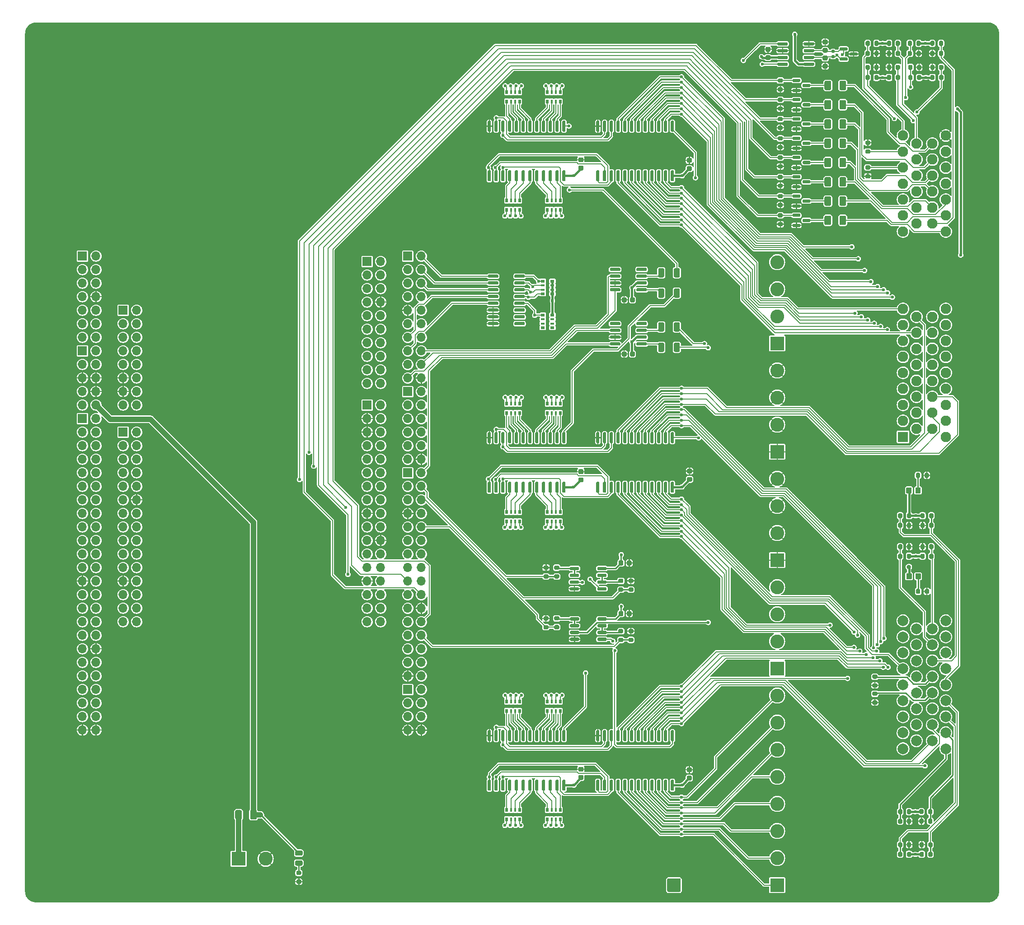
<source format=gtl>
G04 #@! TF.GenerationSoftware,KiCad,Pcbnew,7.0.7-7.0.7~ubuntu22.04.1*
G04 #@! TF.CreationDate,2023-08-24T03:22:38+00:00*
G04 #@! TF.ProjectId,digital_inputs,64696769-7461-46c5-9f69-6e707574732e,rev?*
G04 #@! TF.SameCoordinates,PX791ddc0PYca2dd00*
G04 #@! TF.FileFunction,Copper,L1,Top*
G04 #@! TF.FilePolarity,Positive*
%FSLAX46Y46*%
G04 Gerber Fmt 4.6, Leading zero omitted, Abs format (unit mm)*
G04 Created by KiCad (PCBNEW 7.0.7-7.0.7~ubuntu22.04.1) date 2023-08-24 03:22:38*
%MOMM*%
%LPD*%
G01*
G04 APERTURE LIST*
G04 #@! TA.AperFunction,ComponentPad*
%ADD10C,0.800000*%
G04 #@! TD*
G04 #@! TA.AperFunction,ComponentPad*
%ADD11C,6.400000*%
G04 #@! TD*
G04 #@! TA.AperFunction,ComponentPad*
%ADD12R,1.950000X1.950000*%
G04 #@! TD*
G04 #@! TA.AperFunction,ComponentPad*
%ADD13C,1.950000*%
G04 #@! TD*
G04 #@! TA.AperFunction,ComponentPad*
%ADD14R,1.700000X1.700000*%
G04 #@! TD*
G04 #@! TA.AperFunction,ComponentPad*
%ADD15O,1.700000X1.700000*%
G04 #@! TD*
G04 #@! TA.AperFunction,ComponentPad*
%ADD16R,2.600000X2.600000*%
G04 #@! TD*
G04 #@! TA.AperFunction,ComponentPad*
%ADD17C,2.600000*%
G04 #@! TD*
G04 #@! TA.AperFunction,SMDPad,CuDef*
%ADD18R,0.500000X0.800000*%
G04 #@! TD*
G04 #@! TA.AperFunction,SMDPad,CuDef*
%ADD19R,0.400000X0.800000*%
G04 #@! TD*
G04 #@! TA.AperFunction,SMDPad,CuDef*
%ADD20R,0.800000X0.500000*%
G04 #@! TD*
G04 #@! TA.AperFunction,SMDPad,CuDef*
%ADD21R,0.800000X0.400000*%
G04 #@! TD*
G04 #@! TA.AperFunction,ComponentPad*
%ADD22C,2.000000*%
G04 #@! TD*
G04 #@! TA.AperFunction,ViaPad*
%ADD23C,0.600000*%
G04 #@! TD*
G04 #@! TA.AperFunction,ViaPad*
%ADD24C,0.800000*%
G04 #@! TD*
G04 #@! TA.AperFunction,Conductor*
%ADD25C,0.250000*%
G04 #@! TD*
G04 #@! TA.AperFunction,Conductor*
%ADD26C,0.400000*%
G04 #@! TD*
G04 #@! TA.AperFunction,Conductor*
%ADD27C,1.000000*%
G04 #@! TD*
G04 #@! TA.AperFunction,Conductor*
%ADD28C,0.200000*%
G04 #@! TD*
G04 APERTURE END LIST*
D10*
G04 #@! TO.P,J12,1,Pin_1*
G04 #@! TO.N,GND*
X78600000Y3500000D03*
X79302944Y5197056D03*
X79302944Y1802944D03*
X81000000Y5900000D03*
D11*
X81000000Y3500000D03*
D10*
X81000000Y1100000D03*
X82697056Y5197056D03*
X82697056Y1802944D03*
X83400000Y3500000D03*
G04 #@! TD*
G04 #@! TO.P,R38,1*
G04 #@! TO.N,GND*
G04 #@! TA.AperFunction,SMDPad,CuDef*
G36*
G01*
X166025000Y15475000D02*
X166025000Y14925000D01*
G75*
G02*
X165825000Y14725000I-200000J0D01*
G01*
X165425000Y14725000D01*
G75*
G02*
X165225000Y14925000I0J200000D01*
G01*
X165225000Y15475000D01*
G75*
G02*
X165425000Y15675000I200000J0D01*
G01*
X165825000Y15675000D01*
G75*
G02*
X166025000Y15475000I0J-200000D01*
G01*
G37*
G04 #@! TD.AperFunction*
G04 #@! TO.P,R38,2*
G04 #@! TO.N,/REF12*
G04 #@! TA.AperFunction,SMDPad,CuDef*
G36*
G01*
X164375000Y15475000D02*
X164375000Y14925000D01*
G75*
G02*
X164175000Y14725000I-200000J0D01*
G01*
X163775000Y14725000D01*
G75*
G02*
X163575000Y14925000I0J200000D01*
G01*
X163575000Y15475000D01*
G75*
G02*
X163775000Y15675000I200000J0D01*
G01*
X164175000Y15675000D01*
G75*
G02*
X164375000Y15475000I0J-200000D01*
G01*
G37*
G04 #@! TD.AperFunction*
G04 #@! TD*
G04 #@! TO.P,F6,1*
G04 #@! TO.N,Net-(Q5-D)*
G04 #@! TA.AperFunction,SMDPad,CuDef*
G36*
G01*
X149775000Y152575000D02*
X149775000Y153825000D01*
G75*
G02*
X150025000Y154075000I250000J0D01*
G01*
X150775000Y154075000D01*
G75*
G02*
X151025000Y153825000I0J-250000D01*
G01*
X151025000Y152575000D01*
G75*
G02*
X150775000Y152325000I-250000J0D01*
G01*
X150025000Y152325000D01*
G75*
G02*
X149775000Y152575000I0J250000D01*
G01*
G37*
G04 #@! TD.AperFunction*
G04 #@! TO.P,F6,2*
G04 #@! TO.N,/OUT_DIG_4*
G04 #@! TA.AperFunction,SMDPad,CuDef*
G36*
G01*
X152575000Y152575000D02*
X152575000Y153825000D01*
G75*
G02*
X152825000Y154075000I250000J0D01*
G01*
X153575000Y154075000D01*
G75*
G02*
X153825000Y153825000I0J-250000D01*
G01*
X153825000Y152575000D01*
G75*
G02*
X153575000Y152325000I-250000J0D01*
G01*
X152825000Y152325000D01*
G75*
G02*
X152575000Y152575000I0J250000D01*
G01*
G37*
G04 #@! TD.AperFunction*
G04 #@! TD*
D12*
G04 #@! TO.P,J19,1,1A*
G04 #@! TO.N,/TST1*
X164500000Y87300000D03*
D13*
G04 #@! TO.P,J19,2,2A*
G04 #@! TO.N,/TST2*
X164500000Y90300000D03*
G04 #@! TO.P,J19,3,3A*
G04 #@! TO.N,/TST3*
X164500000Y93300000D03*
G04 #@! TO.P,J19,4,4A*
G04 #@! TO.N,/TST4*
X164500000Y96300000D03*
G04 #@! TO.P,J19,5,5A*
G04 #@! TO.N,/TST5*
X164500000Y99300000D03*
G04 #@! TO.P,J19,6,6A*
G04 #@! TO.N,/TST6*
X164500000Y102300000D03*
G04 #@! TO.P,J19,7,7A*
G04 #@! TO.N,/TST7*
X164500000Y105300000D03*
G04 #@! TO.P,J19,8,8A*
G04 #@! TO.N,/TST8*
X164500000Y108300000D03*
G04 #@! TO.P,J19,9,9A*
G04 #@! TO.N,/TST9*
X164500000Y111300000D03*
G04 #@! TO.P,J19,10,10A*
G04 #@! TO.N,/TST10*
X167000000Y88800000D03*
G04 #@! TO.P,J19,11,11A*
G04 #@! TO.N,/TST11*
X167000000Y91800000D03*
G04 #@! TO.P,J19,12,12A*
G04 #@! TO.N,/TST12*
X167000000Y94800000D03*
G04 #@! TO.P,J19,13,13A*
G04 #@! TO.N,/TST13*
X167000000Y97800000D03*
G04 #@! TO.P,J19,14,14A*
G04 #@! TO.N,/TST14*
X167000000Y100800000D03*
G04 #@! TO.P,J19,15,15A*
G04 #@! TO.N,/TST15*
X167000000Y103800000D03*
G04 #@! TO.P,J19,16,16A*
G04 #@! TO.N,/TST16*
X167000000Y106800000D03*
G04 #@! TO.P,J19,17,17A*
G04 #@! TO.N,/TST17*
X167000000Y109800000D03*
G04 #@! TO.P,J19,18,18A*
G04 #@! TO.N,/TST18*
X170000000Y88800000D03*
G04 #@! TO.P,J19,19,19A*
G04 #@! TO.N,/TST19*
X170000000Y91800000D03*
G04 #@! TO.P,J19,20,20A*
G04 #@! TO.N,/TST20*
X170000000Y94800000D03*
G04 #@! TO.P,J19,21,21A*
G04 #@! TO.N,unconnected-(J19A-21A-Pad21)*
X170000000Y97800000D03*
G04 #@! TO.P,J19,22,22A*
G04 #@! TO.N,unconnected-(J19A-22A-Pad22)*
X170000000Y100800000D03*
G04 #@! TO.P,J19,23,23A*
G04 #@! TO.N,unconnected-(J19A-23A-Pad23)*
X170000000Y103800000D03*
G04 #@! TO.P,J19,24,24A*
G04 #@! TO.N,unconnected-(J19A-24A-Pad24)*
X170000000Y106800000D03*
G04 #@! TO.P,J19,25,25A*
G04 #@! TO.N,unconnected-(J19A-25A-Pad25)*
X170000000Y109800000D03*
G04 #@! TO.P,J19,26,26A*
G04 #@! TO.N,unconnected-(J19A-26A-Pad26)*
X172500000Y87300000D03*
G04 #@! TO.P,J19,27,27A*
G04 #@! TO.N,unconnected-(J19A-27A-Pad27)*
X172500000Y90300000D03*
G04 #@! TO.P,J19,28,28A*
G04 #@! TO.N,unconnected-(J19A-28A-Pad28)*
X172500000Y93300000D03*
G04 #@! TO.P,J19,29,29A*
G04 #@! TO.N,unconnected-(J19A-29A-Pad29)*
X172500000Y96300000D03*
G04 #@! TO.P,J19,30,30A*
G04 #@! TO.N,unconnected-(J19A-30A-Pad30)*
X172500000Y99300000D03*
G04 #@! TO.P,J19,31,31A*
G04 #@! TO.N,unconnected-(J19A-31A-Pad31)*
X172500000Y102300000D03*
G04 #@! TO.P,J19,32,32A*
G04 #@! TO.N,unconnected-(J19A-32A-Pad32)*
X172500000Y105300000D03*
G04 #@! TO.P,J19,33,33A*
G04 #@! TO.N,unconnected-(J19A-33A-Pad33)*
X172500000Y108300000D03*
G04 #@! TO.P,J19,34,34A*
G04 #@! TO.N,unconnected-(J19A-34A-Pad34)*
X172500000Y111300000D03*
G04 #@! TO.P,J19,35,1B*
G04 #@! TO.N,/5V_1*
X164500000Y125800000D03*
G04 #@! TO.P,J19,36,2B*
G04 #@! TO.N,/5V_2*
X164500000Y128800000D03*
G04 #@! TO.P,J19,37,3B*
G04 #@! TO.N,+12V*
X164500000Y131800000D03*
G04 #@! TO.P,J19,38,4B*
G04 #@! TO.N,unconnected-(J19B-4B-Pad38)*
X164500000Y134800000D03*
G04 #@! TO.P,J19,39,5B*
G04 #@! TO.N,Net-(J19B-5B)*
X164500000Y137800000D03*
G04 #@! TO.P,J19,40,6B*
G04 #@! TO.N,Net-(J19B-6B)*
X164500000Y140800000D03*
G04 #@! TO.P,J19,41,7B*
G04 #@! TO.N,/REF1*
X164500000Y143800000D03*
G04 #@! TO.P,J19,42,8B*
G04 #@! TO.N,/REF2*
X167000000Y127300000D03*
G04 #@! TO.P,J19,43,9B*
G04 #@! TO.N,/REF3*
X167000000Y130300000D03*
G04 #@! TO.P,J19,44,10B*
G04 #@! TO.N,/REF4*
X167000000Y133300000D03*
G04 #@! TO.P,J19,45,11B*
G04 #@! TO.N,/REF5*
X167000000Y136300000D03*
G04 #@! TO.P,J19,46,12B*
G04 #@! TO.N,/REF6*
X167000000Y139300000D03*
G04 #@! TO.P,J19,47,13B*
G04 #@! TO.N,/REF7*
X167000000Y142300000D03*
G04 #@! TO.P,J19,48,14B*
G04 #@! TO.N,/REF8*
X170000000Y127300000D03*
G04 #@! TO.P,J19,49,15B*
G04 #@! TO.N,/OUT_DIG_0*
X170000000Y130300000D03*
G04 #@! TO.P,J19,50,16B*
G04 #@! TO.N,/OUT_DIG_1*
X170000000Y133300000D03*
G04 #@! TO.P,J19,51,17B*
G04 #@! TO.N,/OUT_DIG_2*
X170000000Y136300000D03*
G04 #@! TO.P,J19,52,18B*
G04 #@! TO.N,/OUT_DIG_3*
X170000000Y139300000D03*
G04 #@! TO.P,J19,53,19B*
G04 #@! TO.N,/OUT_DIG_4*
X170000000Y142300000D03*
G04 #@! TO.P,J19,54,20B*
G04 #@! TO.N,/OUT_DIG_5*
X172500000Y125800000D03*
G04 #@! TO.P,J19,55,21B*
G04 #@! TO.N,/OUT_DIG_6*
X172500000Y128800000D03*
G04 #@! TO.P,J19,56,22B*
G04 #@! TO.N,/OUT_DIG_7*
X172500000Y131800000D03*
G04 #@! TO.P,J19,57,23B*
G04 #@! TO.N,/CAN_L*
X172500000Y134800000D03*
G04 #@! TO.P,J19,58,24B*
G04 #@! TO.N,/CAN_H*
X172500000Y137800000D03*
G04 #@! TO.P,J19,59,25B*
G04 #@! TO.N,+12V*
X172500000Y140800000D03*
G04 #@! TO.P,J19,60,26B*
G04 #@! TO.N,GND*
X172500000Y143800000D03*
G04 #@! TD*
G04 #@! TO.P,R59,1*
G04 #@! TO.N,/REF3*
G04 #@! TA.AperFunction,SMDPad,CuDef*
G36*
G01*
X172050000Y156875000D02*
X172050000Y156325000D01*
G75*
G02*
X171850000Y156125000I-200000J0D01*
G01*
X171450000Y156125000D01*
G75*
G02*
X171250000Y156325000I0J200000D01*
G01*
X171250000Y156875000D01*
G75*
G02*
X171450000Y157075000I200000J0D01*
G01*
X171850000Y157075000D01*
G75*
G02*
X172050000Y156875000I0J-200000D01*
G01*
G37*
G04 #@! TD.AperFunction*
G04 #@! TO.P,R59,2*
G04 #@! TO.N,GND*
G04 #@! TA.AperFunction,SMDPad,CuDef*
G36*
G01*
X170400000Y156875000D02*
X170400000Y156325000D01*
G75*
G02*
X170200000Y156125000I-200000J0D01*
G01*
X169800000Y156125000D01*
G75*
G02*
X169600000Y156325000I0J200000D01*
G01*
X169600000Y156875000D01*
G75*
G02*
X169800000Y157075000I200000J0D01*
G01*
X170200000Y157075000D01*
G75*
G02*
X170400000Y156875000I0J-200000D01*
G01*
G37*
G04 #@! TD.AperFunction*
G04 #@! TD*
D14*
G04 #@! TO.P,J23,1,Pin_1*
G04 #@! TO.N,unconnected-(J23-Pin_1-Pad1)*
X64090000Y120184000D03*
D15*
G04 #@! TO.P,J23,2,Pin_2*
G04 #@! TO.N,unconnected-(J23-Pin_2-Pad2)*
X66630000Y120184000D03*
G04 #@! TO.P,J23,3,Pin_3*
G04 #@! TO.N,unconnected-(J23-Pin_3-Pad3)*
X64090000Y117644000D03*
G04 #@! TO.P,J23,4,Pin_4*
G04 #@! TO.N,unconnected-(J23-Pin_4-Pad4)*
X66630000Y117644000D03*
G04 #@! TO.P,J23,5,Pin_5*
G04 #@! TO.N,unconnected-(J23-Pin_5-Pad5)*
X64090000Y115104000D03*
G04 #@! TO.P,J23,6,Pin_6*
G04 #@! TO.N,unconnected-(J23-Pin_6-Pad6)*
X66630000Y115104000D03*
G04 #@! TO.P,J23,7,Pin_7*
G04 #@! TO.N,unconnected-(J23-Pin_7-Pad7)*
X64090000Y112564000D03*
G04 #@! TO.P,J23,8,Pin_8*
G04 #@! TO.N,GND*
X66630000Y112564000D03*
G04 #@! TO.P,J23,9,Pin_9*
G04 #@! TO.N,unconnected-(J23-Pin_9-Pad9)*
X64090000Y110024000D03*
G04 #@! TO.P,J23,10,Pin_10*
G04 #@! TO.N,unconnected-(J23-Pin_10-Pad10)*
X66630000Y110024000D03*
G04 #@! TO.P,J23,11,Pin_11*
G04 #@! TO.N,unconnected-(J23-Pin_11-Pad11)*
X64090000Y107484000D03*
G04 #@! TO.P,J23,12,Pin_12*
G04 #@! TO.N,unconnected-(J23-Pin_12-Pad12)*
X66630000Y107484000D03*
G04 #@! TO.P,J23,13,Pin_13*
G04 #@! TO.N,unconnected-(J23-Pin_13-Pad13)*
X64090000Y104944000D03*
G04 #@! TO.P,J23,14,Pin_14*
G04 #@! TO.N,unconnected-(J23-Pin_14-Pad14)*
X66630000Y104944000D03*
G04 #@! TO.P,J23,15,Pin_15*
G04 #@! TO.N,unconnected-(J23-Pin_15-Pad15)*
X64090000Y102404000D03*
G04 #@! TO.P,J23,16,Pin_16*
G04 #@! TO.N,unconnected-(J23-Pin_16-Pad16)*
X66630000Y102404000D03*
G04 #@! TO.P,J23,17,Pin_17*
G04 #@! TO.N,unconnected-(J23-Pin_17-Pad17)*
X64090000Y99864000D03*
G04 #@! TO.P,J23,18,Pin_18*
G04 #@! TO.N,unconnected-(J23-Pin_18-Pad18)*
X66630000Y99864000D03*
G04 #@! TO.P,J23,19,Pin_19*
G04 #@! TO.N,unconnected-(J23-Pin_19-Pad19)*
X64090000Y97324000D03*
G04 #@! TO.P,J23,20,Pin_20*
G04 #@! TO.N,unconnected-(J23-Pin_20-Pad20)*
X66630000Y97324000D03*
G04 #@! TD*
G04 #@! TO.P,R41,1*
G04 #@! TO.N,GND*
G04 #@! TA.AperFunction,SMDPad,CuDef*
G36*
G01*
X159500000Y40275000D02*
X158950000Y40275000D01*
G75*
G02*
X158750000Y40475000I0J200000D01*
G01*
X158750000Y40875000D01*
G75*
G02*
X158950000Y41075000I200000J0D01*
G01*
X159500000Y41075000D01*
G75*
G02*
X159700000Y40875000I0J-200000D01*
G01*
X159700000Y40475000D01*
G75*
G02*
X159500000Y40275000I-200000J0D01*
G01*
G37*
G04 #@! TD.AperFunction*
G04 #@! TO.P,R41,2*
G04 #@! TO.N,Net-(J1-22C)*
G04 #@! TA.AperFunction,SMDPad,CuDef*
G36*
G01*
X159500000Y41925000D02*
X158950000Y41925000D01*
G75*
G02*
X158750000Y42125000I0J200000D01*
G01*
X158750000Y42525000D01*
G75*
G02*
X158950000Y42725000I200000J0D01*
G01*
X159500000Y42725000D01*
G75*
G02*
X159700000Y42525000I0J-200000D01*
G01*
X159700000Y42125000D01*
G75*
G02*
X159500000Y41925000I-200000J0D01*
G01*
G37*
G04 #@! TD.AperFunction*
G04 #@! TD*
D14*
G04 #@! TO.P,J20,1,Pin_1*
G04 #@! TO.N,unconnected-(J20-Pin_1-Pad1)*
X10750000Y90720000D03*
D15*
G04 #@! TO.P,J20,2,Pin_2*
G04 #@! TO.N,unconnected-(J20-Pin_2-Pad2)*
X13290000Y90720000D03*
G04 #@! TO.P,J20,3,Pin_3*
G04 #@! TO.N,unconnected-(J20-Pin_3-Pad3)*
X10750000Y88180000D03*
G04 #@! TO.P,J20,4,Pin_4*
G04 #@! TO.N,unconnected-(J20-Pin_4-Pad4)*
X13290000Y88180000D03*
G04 #@! TO.P,J20,5,Pin_5*
G04 #@! TO.N,unconnected-(J20-Pin_5-Pad5)*
X10750000Y85640000D03*
G04 #@! TO.P,J20,6,Pin_6*
G04 #@! TO.N,unconnected-(J20-Pin_6-Pad6)*
X13290000Y85640000D03*
G04 #@! TO.P,J20,7,Pin_7*
G04 #@! TO.N,unconnected-(J20-Pin_7-Pad7)*
X10750000Y83100000D03*
G04 #@! TO.P,J20,8,Pin_8*
G04 #@! TO.N,unconnected-(J20-Pin_8-Pad8)*
X13290000Y83100000D03*
G04 #@! TO.P,J20,9,Pin_9*
G04 #@! TO.N,unconnected-(J20-Pin_9-Pad9)*
X10750000Y80560000D03*
G04 #@! TO.P,J20,10,Pin_10*
G04 #@! TO.N,unconnected-(J20-Pin_10-Pad10)*
X13290000Y80560000D03*
G04 #@! TO.P,J20,11,Pin_11*
G04 #@! TO.N,unconnected-(J20-Pin_11-Pad11)*
X10750000Y78020000D03*
G04 #@! TO.P,J20,12,Pin_12*
G04 #@! TO.N,unconnected-(J20-Pin_12-Pad12)*
X13290000Y78020000D03*
G04 #@! TO.P,J20,13,Pin_13*
G04 #@! TO.N,unconnected-(J20-Pin_13-Pad13)*
X10750000Y75480000D03*
G04 #@! TO.P,J20,14,Pin_14*
G04 #@! TO.N,unconnected-(J20-Pin_14-Pad14)*
X13290000Y75480000D03*
G04 #@! TO.P,J20,15,Pin_15*
G04 #@! TO.N,unconnected-(J20-Pin_15-Pad15)*
X10750000Y72940000D03*
G04 #@! TO.P,J20,16,Pin_16*
G04 #@! TO.N,unconnected-(J20-Pin_16-Pad16)*
X13290000Y72940000D03*
G04 #@! TO.P,J20,17,Pin_17*
G04 #@! TO.N,unconnected-(J20-Pin_17-Pad17)*
X10750000Y70400000D03*
G04 #@! TO.P,J20,18,Pin_18*
G04 #@! TO.N,unconnected-(J20-Pin_18-Pad18)*
X13290000Y70400000D03*
G04 #@! TO.P,J20,19,Pin_19*
G04 #@! TO.N,unconnected-(J20-Pin_19-Pad19)*
X10750000Y67860000D03*
G04 #@! TO.P,J20,20,Pin_20*
G04 #@! TO.N,unconnected-(J20-Pin_20-Pad20)*
X13290000Y67860000D03*
G04 #@! TO.P,J20,21,Pin_21*
G04 #@! TO.N,unconnected-(J20-Pin_21-Pad21)*
X10750000Y65320000D03*
G04 #@! TO.P,J20,22,Pin_22*
G04 #@! TO.N,unconnected-(J20-Pin_22-Pad22)*
X13290000Y65320000D03*
G04 #@! TO.P,J20,23,Pin_23*
G04 #@! TO.N,unconnected-(J20-Pin_23-Pad23)*
X10750000Y62780000D03*
G04 #@! TO.P,J20,24,Pin_24*
G04 #@! TO.N,unconnected-(J20-Pin_24-Pad24)*
X13290000Y62780000D03*
G04 #@! TO.P,J20,25,Pin_25*
G04 #@! TO.N,GND*
X10750000Y60240000D03*
G04 #@! TO.P,J20,26,Pin_26*
G04 #@! TO.N,unconnected-(J20-Pin_26-Pad26)*
X13290000Y60240000D03*
G04 #@! TO.P,J20,27,Pin_27*
G04 #@! TO.N,unconnected-(J20-Pin_27-Pad27)*
X10750000Y57700000D03*
G04 #@! TO.P,J20,28,Pin_28*
G04 #@! TO.N,unconnected-(J20-Pin_28-Pad28)*
X13290000Y57700000D03*
G04 #@! TO.P,J20,29,Pin_29*
G04 #@! TO.N,unconnected-(J20-Pin_29-Pad29)*
X10750000Y55160000D03*
G04 #@! TO.P,J20,30,Pin_30*
G04 #@! TO.N,unconnected-(J20-Pin_30-Pad30)*
X13290000Y55160000D03*
G04 #@! TO.P,J20,31,Pin_31*
G04 #@! TO.N,unconnected-(J20-Pin_31-Pad31)*
X10750000Y52620000D03*
G04 #@! TO.P,J20,32,Pin_32*
G04 #@! TO.N,unconnected-(J20-Pin_32-Pad32)*
X13290000Y52620000D03*
G04 #@! TO.P,J20,33,Pin_33*
G04 #@! TO.N,/CAN_TX*
X10750000Y50080000D03*
G04 #@! TO.P,J20,34,Pin_34*
G04 #@! TO.N,unconnected-(J20-Pin_34-Pad34)*
X13290000Y50080000D03*
G04 #@! TO.P,J20,35,Pin_35*
G04 #@! TO.N,/CAN_RX*
X10750000Y47540000D03*
G04 #@! TO.P,J20,36,Pin_36*
G04 #@! TO.N,GND*
X13290000Y47540000D03*
G04 #@! TO.P,J20,37,Pin_37*
G04 #@! TO.N,unconnected-(J20-Pin_37-Pad37)*
X10750000Y45000000D03*
G04 #@! TO.P,J20,38,Pin_38*
G04 #@! TO.N,unconnected-(J20-Pin_38-Pad38)*
X13290000Y45000000D03*
G04 #@! TO.P,J20,39,Pin_39*
G04 #@! TO.N,unconnected-(J20-Pin_39-Pad39)*
X10750000Y42460000D03*
G04 #@! TO.P,J20,40,Pin_40*
G04 #@! TO.N,unconnected-(J20-Pin_40-Pad40)*
X13290000Y42460000D03*
G04 #@! TO.P,J20,41,Pin_41*
G04 #@! TO.N,unconnected-(J20-Pin_41-Pad41)*
X10750000Y39920000D03*
G04 #@! TO.P,J20,42,Pin_42*
G04 #@! TO.N,unconnected-(J20-Pin_42-Pad42)*
X13290000Y39920000D03*
G04 #@! TO.P,J20,43,Pin_43*
G04 #@! TO.N,unconnected-(J20-Pin_43-Pad43)*
X10750000Y37380000D03*
G04 #@! TO.P,J20,44,Pin_44*
G04 #@! TO.N,unconnected-(J20-Pin_44-Pad44)*
X13290000Y37380000D03*
G04 #@! TO.P,J20,45,Pin_45*
G04 #@! TO.N,unconnected-(J20-Pin_45-Pad45)*
X10750000Y34840000D03*
G04 #@! TO.P,J20,46,Pin_46*
G04 #@! TO.N,unconnected-(J20-Pin_46-Pad46)*
X13290000Y34840000D03*
G04 #@! TO.P,J20,47,Pin_47*
G04 #@! TO.N,GND*
X10750000Y32300000D03*
G04 #@! TO.P,J20,48,Pin_48*
X13290000Y32300000D03*
G04 #@! TD*
D16*
G04 #@! TO.P,J6,1,Pin_1*
G04 #@! TO.N,GND*
X140925000Y64180000D03*
D17*
G04 #@! TO.P,J6,2,Pin_2*
X140925000Y69260000D03*
G04 #@! TO.P,J6,3,Pin_3*
X140925000Y74340000D03*
G04 #@! TO.P,J6,4,Pin_4*
X140925000Y79420000D03*
G04 #@! TD*
G04 #@! TO.P,Q3,1,G*
G04 #@! TO.N,/DIG_2*
G04 #@! TA.AperFunction,SMDPad,CuDef*
G36*
G01*
X143787500Y146771430D02*
X143787500Y147071430D01*
G75*
G02*
X143937500Y147221430I150000J0D01*
G01*
X145112500Y147221430D01*
G75*
G02*
X145262500Y147071430I0J-150000D01*
G01*
X145262500Y146771430D01*
G75*
G02*
X145112500Y146621430I-150000J0D01*
G01*
X143937500Y146621430D01*
G75*
G02*
X143787500Y146771430I0J150000D01*
G01*
G37*
G04 #@! TD.AperFunction*
G04 #@! TO.P,Q3,2,D*
G04 #@! TO.N,Net-(Q3-D)*
G04 #@! TA.AperFunction,SMDPad,CuDef*
G36*
G01*
X145662500Y145821430D02*
X145662500Y146121430D01*
G75*
G02*
X145812500Y146271430I150000J0D01*
G01*
X146987500Y146271430D01*
G75*
G02*
X147137500Y146121430I0J-150000D01*
G01*
X147137500Y145821430D01*
G75*
G02*
X146987500Y145671430I-150000J0D01*
G01*
X145812500Y145671430D01*
G75*
G02*
X145662500Y145821430I0J150000D01*
G01*
G37*
G04 #@! TD.AperFunction*
G04 #@! TO.P,Q3,3,S*
G04 #@! TO.N,GND*
G04 #@! TA.AperFunction,SMDPad,CuDef*
G36*
G01*
X143787500Y144871430D02*
X143787500Y145171430D01*
G75*
G02*
X143937500Y145321430I150000J0D01*
G01*
X145112500Y145321430D01*
G75*
G02*
X145262500Y145171430I0J-150000D01*
G01*
X145262500Y144871430D01*
G75*
G02*
X145112500Y144721430I-150000J0D01*
G01*
X143937500Y144721430D01*
G75*
G02*
X143787500Y144871430I0J150000D01*
G01*
G37*
G04 #@! TD.AperFunction*
G04 #@! TD*
G04 #@! TO.P,D1,1,K*
G04 #@! TO.N,Net-(D1-K)*
G04 #@! TA.AperFunction,SMDPad,CuDef*
G36*
G01*
X51756250Y6875000D02*
X50843750Y6875000D01*
G75*
G02*
X50600000Y7118750I0J243750D01*
G01*
X50600000Y7606250D01*
G75*
G02*
X50843750Y7850000I243750J0D01*
G01*
X51756250Y7850000D01*
G75*
G02*
X52000000Y7606250I0J-243750D01*
G01*
X52000000Y7118750D01*
G75*
G02*
X51756250Y6875000I-243750J0D01*
G01*
G37*
G04 #@! TD.AperFunction*
G04 #@! TO.P,D1,2,A*
G04 #@! TO.N,+12V*
G04 #@! TA.AperFunction,SMDPad,CuDef*
G36*
G01*
X51756250Y8750000D02*
X50843750Y8750000D01*
G75*
G02*
X50600000Y8993750I0J243750D01*
G01*
X50600000Y9481250D01*
G75*
G02*
X50843750Y9725000I243750J0D01*
G01*
X51756250Y9725000D01*
G75*
G02*
X52000000Y9481250I0J-243750D01*
G01*
X52000000Y8993750D01*
G75*
G02*
X51756250Y8750000I-243750J0D01*
G01*
G37*
G04 #@! TD.AperFunction*
G04 #@! TD*
G04 #@! TO.P,R44,1*
G04 #@! TO.N,/5V_2*
G04 #@! TA.AperFunction,SMDPad,CuDef*
G36*
G01*
X166025000Y9275000D02*
X166025000Y8725000D01*
G75*
G02*
X165825000Y8525000I-200000J0D01*
G01*
X165425000Y8525000D01*
G75*
G02*
X165225000Y8725000I0J200000D01*
G01*
X165225000Y9275000D01*
G75*
G02*
X165425000Y9475000I200000J0D01*
G01*
X165825000Y9475000D01*
G75*
G02*
X166025000Y9275000I0J-200000D01*
G01*
G37*
G04 #@! TD.AperFunction*
G04 #@! TO.P,R44,2*
G04 #@! TO.N,/REF14*
G04 #@! TA.AperFunction,SMDPad,CuDef*
G36*
G01*
X164375000Y9275000D02*
X164375000Y8725000D01*
G75*
G02*
X164175000Y8525000I-200000J0D01*
G01*
X163775000Y8525000D01*
G75*
G02*
X163575000Y8725000I0J200000D01*
G01*
X163575000Y9275000D01*
G75*
G02*
X163775000Y9475000I200000J0D01*
G01*
X164175000Y9475000D01*
G75*
G02*
X164375000Y9275000I0J-200000D01*
G01*
G37*
G04 #@! TD.AperFunction*
G04 #@! TD*
G04 #@! TO.P,R34,1*
G04 #@! TO.N,/5V_2*
G04 #@! TA.AperFunction,SMDPad,CuDef*
G36*
G01*
X161475000Y160825000D02*
X161475000Y161375000D01*
G75*
G02*
X161675000Y161575000I200000J0D01*
G01*
X162075000Y161575000D01*
G75*
G02*
X162275000Y161375000I0J-200000D01*
G01*
X162275000Y160825000D01*
G75*
G02*
X162075000Y160625000I-200000J0D01*
G01*
X161675000Y160625000D01*
G75*
G02*
X161475000Y160825000I0J200000D01*
G01*
G37*
G04 #@! TD.AperFunction*
G04 #@! TO.P,R34,2*
G04 #@! TO.N,/REF7*
G04 #@! TA.AperFunction,SMDPad,CuDef*
G36*
G01*
X163125000Y160825000D02*
X163125000Y161375000D01*
G75*
G02*
X163325000Y161575000I200000J0D01*
G01*
X163725000Y161575000D01*
G75*
G02*
X163925000Y161375000I0J-200000D01*
G01*
X163925000Y160825000D01*
G75*
G02*
X163725000Y160625000I-200000J0D01*
G01*
X163325000Y160625000D01*
G75*
G02*
X163125000Y160825000I0J200000D01*
G01*
G37*
G04 #@! TD.AperFunction*
G04 #@! TD*
G04 #@! TO.P,F2,1*
G04 #@! TO.N,Net-(Q1-D)*
G04 #@! TA.AperFunction,SMDPad,CuDef*
G36*
G01*
X149775000Y138117860D02*
X149775000Y139367860D01*
G75*
G02*
X150025000Y139617860I250000J0D01*
G01*
X150775000Y139617860D01*
G75*
G02*
X151025000Y139367860I0J-250000D01*
G01*
X151025000Y138117860D01*
G75*
G02*
X150775000Y137867860I-250000J0D01*
G01*
X150025000Y137867860D01*
G75*
G02*
X149775000Y138117860I0J250000D01*
G01*
G37*
G04 #@! TD.AperFunction*
G04 #@! TO.P,F2,2*
G04 #@! TO.N,/OUT_DIG_0*
G04 #@! TA.AperFunction,SMDPad,CuDef*
G36*
G01*
X152575000Y138117860D02*
X152575000Y139367860D01*
G75*
G02*
X152825000Y139617860I250000J0D01*
G01*
X153575000Y139617860D01*
G75*
G02*
X153825000Y139367860I0J-250000D01*
G01*
X153825000Y138117860D01*
G75*
G02*
X153575000Y137867860I-250000J0D01*
G01*
X152825000Y137867860D01*
G75*
G02*
X152575000Y138117860I0J250000D01*
G01*
G37*
G04 #@! TD.AperFunction*
G04 #@! TD*
G04 #@! TO.P,C12,1*
G04 #@! TO.N,GND*
G04 #@! TA.AperFunction,SMDPad,CuDef*
G36*
G01*
X138950000Y160425000D02*
X139450000Y160425000D01*
G75*
G02*
X139675000Y160200000I0J-225000D01*
G01*
X139675000Y159750000D01*
G75*
G02*
X139450000Y159525000I-225000J0D01*
G01*
X138950000Y159525000D01*
G75*
G02*
X138725000Y159750000I0J225000D01*
G01*
X138725000Y160200000D01*
G75*
G02*
X138950000Y160425000I225000J0D01*
G01*
G37*
G04 #@! TD.AperFunction*
G04 #@! TO.P,C12,2*
G04 #@! TO.N,+5V*
G04 #@! TA.AperFunction,SMDPad,CuDef*
G36*
G01*
X138950000Y158875000D02*
X139450000Y158875000D01*
G75*
G02*
X139675000Y158650000I0J-225000D01*
G01*
X139675000Y158200000D01*
G75*
G02*
X139450000Y157975000I-225000J0D01*
G01*
X138950000Y157975000D01*
G75*
G02*
X138725000Y158200000I0J225000D01*
G01*
X138725000Y158650000D01*
G75*
G02*
X138950000Y158875000I225000J0D01*
G01*
G37*
G04 #@! TD.AperFunction*
G04 #@! TD*
D16*
G04 #@! TO.P,J5,1,Pin_1*
G04 #@! TO.N,Net-(J5-Pin_1)*
X40005000Y8165000D03*
D17*
G04 #@! TO.P,J5,2,Pin_2*
G04 #@! TO.N,GND*
X45085000Y8165000D03*
G04 #@! TD*
G04 #@! TO.P,R1,1*
G04 #@! TO.N,Net-(U5-X)*
G04 #@! TA.AperFunction,SMDPad,CuDef*
G36*
G01*
X122675000Y118685000D02*
X122675000Y117435000D01*
G75*
G02*
X122425000Y117185000I-250000J0D01*
G01*
X121800000Y117185000D01*
G75*
G02*
X121550000Y117435000I0J250000D01*
G01*
X121550000Y118685000D01*
G75*
G02*
X121800000Y118935000I250000J0D01*
G01*
X122425000Y118935000D01*
G75*
G02*
X122675000Y118685000I0J-250000D01*
G01*
G37*
G04 #@! TD.AperFunction*
G04 #@! TO.P,R1,2*
G04 #@! TO.N,Net-(U8-OUT_A)*
G04 #@! TA.AperFunction,SMDPad,CuDef*
G36*
G01*
X119750000Y118685000D02*
X119750000Y117435000D01*
G75*
G02*
X119500000Y117185000I-250000J0D01*
G01*
X118875000Y117185000D01*
G75*
G02*
X118625000Y117435000I0J250000D01*
G01*
X118625000Y118685000D01*
G75*
G02*
X118875000Y118935000I250000J0D01*
G01*
X119500000Y118935000D01*
G75*
G02*
X119750000Y118685000I0J-250000D01*
G01*
G37*
G04 #@! TD.AperFunction*
G04 #@! TD*
D18*
G04 #@! TO.P,RN12,1,R1.1*
G04 #@! TO.N,/TST48*
X90240000Y15560000D03*
D19*
G04 #@! TO.P,RN12,2,R2.1*
G04 #@! TO.N,/TST47*
X91040000Y15560000D03*
G04 #@! TO.P,RN12,3,R3.1*
G04 #@! TO.N,/TST46*
X91840000Y15560000D03*
D18*
G04 #@! TO.P,RN12,4,R4.1*
G04 #@! TO.N,/TST45*
X92640000Y15560000D03*
G04 #@! TO.P,RN12,5,R4.2*
G04 #@! TO.N,Net-(RN12-R4.2)*
X92640000Y17360000D03*
D19*
G04 #@! TO.P,RN12,6,R3.2*
G04 #@! TO.N,Net-(RN12-R3.2)*
X91840000Y17360000D03*
G04 #@! TO.P,RN12,7,R2.2*
G04 #@! TO.N,Net-(RN12-R2.2)*
X91040000Y17360000D03*
D18*
G04 #@! TO.P,RN12,8,R1.2*
G04 #@! TO.N,Net-(RN12-R1.2)*
X90240000Y17360000D03*
G04 #@! TD*
G04 #@! TO.P,C8,1*
G04 #@! TO.N,+12V*
G04 #@! TA.AperFunction,SMDPad,CuDef*
G36*
G01*
X114255000Y113230000D02*
X114255000Y112730000D01*
G75*
G02*
X114030000Y112505000I-225000J0D01*
G01*
X113580000Y112505000D01*
G75*
G02*
X113355000Y112730000I0J225000D01*
G01*
X113355000Y113230000D01*
G75*
G02*
X113580000Y113455000I225000J0D01*
G01*
X114030000Y113455000D01*
G75*
G02*
X114255000Y113230000I0J-225000D01*
G01*
G37*
G04 #@! TD.AperFunction*
G04 #@! TO.P,C8,2*
G04 #@! TO.N,GND*
G04 #@! TA.AperFunction,SMDPad,CuDef*
G36*
G01*
X112705000Y113230000D02*
X112705000Y112730000D01*
G75*
G02*
X112480000Y112505000I-225000J0D01*
G01*
X112030000Y112505000D01*
G75*
G02*
X111805000Y112730000I0J225000D01*
G01*
X111805000Y113230000D01*
G75*
G02*
X112030000Y113455000I225000J0D01*
G01*
X112480000Y113455000D01*
G75*
G02*
X112705000Y113230000I0J-225000D01*
G01*
G37*
G04 #@! TD.AperFunction*
G04 #@! TD*
G04 #@! TO.P,RN9,1,R1.1*
G04 #@! TO.N,/TST36*
X92640000Y37680000D03*
D19*
G04 #@! TO.P,RN9,2,R2.1*
G04 #@! TO.N,/TST35*
X91840000Y37680000D03*
G04 #@! TO.P,RN9,3,R3.1*
G04 #@! TO.N,/TST34*
X91040000Y37680000D03*
D18*
G04 #@! TO.P,RN9,4,R4.1*
G04 #@! TO.N,/TST33*
X90240000Y37680000D03*
G04 #@! TO.P,RN9,5,R4.2*
G04 #@! TO.N,Net-(RN9-R4.2)*
X90240000Y35880000D03*
D19*
G04 #@! TO.P,RN9,6,R3.2*
G04 #@! TO.N,Net-(RN9-R3.2)*
X91040000Y35880000D03*
G04 #@! TO.P,RN9,7,R2.2*
G04 #@! TO.N,Net-(RN9-R2.2)*
X91840000Y35880000D03*
D18*
G04 #@! TO.P,RN9,8,R1.2*
G04 #@! TO.N,Net-(RN9-R1.2)*
X92640000Y35880000D03*
G04 #@! TD*
G04 #@! TO.P,R12,1*
G04 #@! TO.N,/TST49*
G04 #@! TA.AperFunction,SMDPad,CuDef*
G36*
G01*
X122675000Y104715000D02*
X122675000Y103465000D01*
G75*
G02*
X122425000Y103215000I-250000J0D01*
G01*
X121800000Y103215000D01*
G75*
G02*
X121550000Y103465000I0J250000D01*
G01*
X121550000Y104715000D01*
G75*
G02*
X121800000Y104965000I250000J0D01*
G01*
X122425000Y104965000D01*
G75*
G02*
X122675000Y104715000I0J-250000D01*
G01*
G37*
G04 #@! TD.AperFunction*
G04 #@! TO.P,R12,2*
G04 #@! TO.N,Net-(U9-OUT_B)*
G04 #@! TA.AperFunction,SMDPad,CuDef*
G36*
G01*
X119750000Y104715000D02*
X119750000Y103465000D01*
G75*
G02*
X119500000Y103215000I-250000J0D01*
G01*
X118875000Y103215000D01*
G75*
G02*
X118625000Y103465000I0J250000D01*
G01*
X118625000Y104715000D01*
G75*
G02*
X118875000Y104965000I250000J0D01*
G01*
X119500000Y104965000D01*
G75*
G02*
X119750000Y104715000I0J-250000D01*
G01*
G37*
G04 #@! TD.AperFunction*
G04 #@! TD*
G04 #@! TO.P,R48,1*
G04 #@! TO.N,/REF16*
G04 #@! TA.AperFunction,SMDPad,CuDef*
G36*
G01*
X170200000Y70975000D02*
X170200000Y70425000D01*
G75*
G02*
X170000000Y70225000I-200000J0D01*
G01*
X169600000Y70225000D01*
G75*
G02*
X169400000Y70425000I0J200000D01*
G01*
X169400000Y70975000D01*
G75*
G02*
X169600000Y71175000I200000J0D01*
G01*
X170000000Y71175000D01*
G75*
G02*
X170200000Y70975000I0J-200000D01*
G01*
G37*
G04 #@! TD.AperFunction*
G04 #@! TO.P,R48,2*
G04 #@! TO.N,GND*
G04 #@! TA.AperFunction,SMDPad,CuDef*
G36*
G01*
X168550000Y70975000D02*
X168550000Y70425000D01*
G75*
G02*
X168350000Y70225000I-200000J0D01*
G01*
X167950000Y70225000D01*
G75*
G02*
X167750000Y70425000I0J200000D01*
G01*
X167750000Y70975000D01*
G75*
G02*
X167950000Y71175000I200000J0D01*
G01*
X168350000Y71175000D01*
G75*
G02*
X168550000Y70975000I0J-200000D01*
G01*
G37*
G04 #@! TD.AperFunction*
G04 #@! TD*
D14*
G04 #@! TO.P,J22,1,Pin_1*
G04 #@! TO.N,unconnected-(J22-Pin_1-Pad1)*
X18370000Y88180000D03*
D15*
G04 #@! TO.P,J22,2,Pin_2*
G04 #@! TO.N,unconnected-(J22-Pin_2-Pad2)*
X20910000Y88180000D03*
G04 #@! TO.P,J22,3,Pin_3*
G04 #@! TO.N,unconnected-(J22-Pin_3-Pad3)*
X18370000Y85640000D03*
G04 #@! TO.P,J22,4,Pin_4*
G04 #@! TO.N,unconnected-(J22-Pin_4-Pad4)*
X20910000Y85640000D03*
G04 #@! TO.P,J22,5,Pin_5*
G04 #@! TO.N,unconnected-(J22-Pin_5-Pad5)*
X18370000Y83100000D03*
G04 #@! TO.P,J22,6,Pin_6*
G04 #@! TO.N,unconnected-(J22-Pin_6-Pad6)*
X20910000Y83100000D03*
G04 #@! TO.P,J22,7,Pin_7*
G04 #@! TO.N,unconnected-(J22-Pin_7-Pad7)*
X18370000Y80560000D03*
G04 #@! TO.P,J22,8,Pin_8*
G04 #@! TO.N,unconnected-(J22-Pin_8-Pad8)*
X20910000Y80560000D03*
G04 #@! TO.P,J22,9,Pin_9*
G04 #@! TO.N,unconnected-(J22-Pin_9-Pad9)*
X18370000Y78020000D03*
G04 #@! TO.P,J22,10,Pin_10*
G04 #@! TO.N,unconnected-(J22-Pin_10-Pad10)*
X20910000Y78020000D03*
G04 #@! TO.P,J22,11,Pin_11*
G04 #@! TO.N,unconnected-(J22-Pin_11-Pad11)*
X18370000Y75480000D03*
G04 #@! TO.P,J22,12,Pin_12*
G04 #@! TO.N,GND*
X20910000Y75480000D03*
G04 #@! TO.P,J22,13,Pin_13*
G04 #@! TO.N,unconnected-(J22-Pin_13-Pad13)*
X18370000Y72940000D03*
G04 #@! TO.P,J22,14,Pin_14*
G04 #@! TO.N,unconnected-(J22-Pin_14-Pad14)*
X20910000Y72940000D03*
G04 #@! TO.P,J22,15,Pin_15*
G04 #@! TO.N,unconnected-(J22-Pin_15-Pad15)*
X18370000Y70400000D03*
G04 #@! TO.P,J22,16,Pin_16*
G04 #@! TO.N,unconnected-(J22-Pin_16-Pad16)*
X20910000Y70400000D03*
G04 #@! TO.P,J22,17,Pin_17*
G04 #@! TO.N,unconnected-(J22-Pin_17-Pad17)*
X18370000Y67860000D03*
G04 #@! TO.P,J22,18,Pin_18*
G04 #@! TO.N,unconnected-(J22-Pin_18-Pad18)*
X20910000Y67860000D03*
G04 #@! TO.P,J22,19,Pin_19*
G04 #@! TO.N,unconnected-(J22-Pin_19-Pad19)*
X18370000Y65320000D03*
G04 #@! TO.P,J22,20,Pin_20*
G04 #@! TO.N,unconnected-(J22-Pin_20-Pad20)*
X20910000Y65320000D03*
G04 #@! TO.P,J22,21,Pin_21*
G04 #@! TO.N,unconnected-(J22-Pin_21-Pad21)*
X18370000Y62780000D03*
G04 #@! TO.P,J22,22,Pin_22*
G04 #@! TO.N,unconnected-(J22-Pin_22-Pad22)*
X20910000Y62780000D03*
G04 #@! TO.P,J22,23,Pin_23*
G04 #@! TO.N,GND*
X18370000Y60240000D03*
G04 #@! TO.P,J22,24,Pin_24*
G04 #@! TO.N,unconnected-(J22-Pin_24-Pad24)*
X20910000Y60240000D03*
G04 #@! TO.P,J22,25,Pin_25*
G04 #@! TO.N,unconnected-(J22-Pin_25-Pad25)*
X18370000Y57700000D03*
G04 #@! TO.P,J22,26,Pin_26*
G04 #@! TO.N,unconnected-(J22-Pin_26-Pad26)*
X20910000Y57700000D03*
G04 #@! TO.P,J22,27,Pin_27*
G04 #@! TO.N,unconnected-(J22-Pin_27-Pad27)*
X18370000Y55160000D03*
G04 #@! TO.P,J22,28,Pin_28*
G04 #@! TO.N,unconnected-(J22-Pin_28-Pad28)*
X20910000Y55160000D03*
G04 #@! TO.P,J22,29,Pin_29*
G04 #@! TO.N,unconnected-(J22-Pin_29-Pad29)*
X18370000Y52620000D03*
G04 #@! TO.P,J22,30,Pin_30*
G04 #@! TO.N,unconnected-(J22-Pin_30-Pad30)*
X20910000Y52620000D03*
G04 #@! TD*
G04 #@! TO.P,U1,1*
G04 #@! TO.N,Net-(U1A--)*
G04 #@! TA.AperFunction,SMDPad,CuDef*
G36*
G01*
X102050000Y62455000D02*
X102050000Y62755000D01*
G75*
G02*
X102200000Y62905000I150000J0D01*
G01*
X103650000Y62905000D01*
G75*
G02*
X103800000Y62755000I0J-150000D01*
G01*
X103800000Y62455000D01*
G75*
G02*
X103650000Y62305000I-150000J0D01*
G01*
X102200000Y62305000D01*
G75*
G02*
X102050000Y62455000I0J150000D01*
G01*
G37*
G04 #@! TD.AperFunction*
G04 #@! TO.P,U1,2,-*
G04 #@! TA.AperFunction,SMDPad,CuDef*
G36*
G01*
X102050000Y61185000D02*
X102050000Y61485000D01*
G75*
G02*
X102200000Y61635000I150000J0D01*
G01*
X103650000Y61635000D01*
G75*
G02*
X103800000Y61485000I0J-150000D01*
G01*
X103800000Y61185000D01*
G75*
G02*
X103650000Y61035000I-150000J0D01*
G01*
X102200000Y61035000D01*
G75*
G02*
X102050000Y61185000I0J150000D01*
G01*
G37*
G04 #@! TD.AperFunction*
G04 #@! TO.P,U1,3,+*
G04 #@! TO.N,Net-(U1A-+)*
G04 #@! TA.AperFunction,SMDPad,CuDef*
G36*
G01*
X102050000Y59915000D02*
X102050000Y60215000D01*
G75*
G02*
X102200000Y60365000I150000J0D01*
G01*
X103650000Y60365000D01*
G75*
G02*
X103800000Y60215000I0J-150000D01*
G01*
X103800000Y59915000D01*
G75*
G02*
X103650000Y59765000I-150000J0D01*
G01*
X102200000Y59765000D01*
G75*
G02*
X102050000Y59915000I0J150000D01*
G01*
G37*
G04 #@! TD.AperFunction*
G04 #@! TO.P,U1,4,V-*
G04 #@! TO.N,GND*
G04 #@! TA.AperFunction,SMDPad,CuDef*
G36*
G01*
X102050000Y58645000D02*
X102050000Y58945000D01*
G75*
G02*
X102200000Y59095000I150000J0D01*
G01*
X103650000Y59095000D01*
G75*
G02*
X103800000Y58945000I0J-150000D01*
G01*
X103800000Y58645000D01*
G75*
G02*
X103650000Y58495000I-150000J0D01*
G01*
X102200000Y58495000D01*
G75*
G02*
X102050000Y58645000I0J150000D01*
G01*
G37*
G04 #@! TD.AperFunction*
G04 #@! TO.P,U1,5,+*
G04 #@! TO.N,Net-(U1B-+)*
G04 #@! TA.AperFunction,SMDPad,CuDef*
G36*
G01*
X107200000Y58645000D02*
X107200000Y58945000D01*
G75*
G02*
X107350000Y59095000I150000J0D01*
G01*
X108800000Y59095000D01*
G75*
G02*
X108950000Y58945000I0J-150000D01*
G01*
X108950000Y58645000D01*
G75*
G02*
X108800000Y58495000I-150000J0D01*
G01*
X107350000Y58495000D01*
G75*
G02*
X107200000Y58645000I0J150000D01*
G01*
G37*
G04 #@! TD.AperFunction*
G04 #@! TO.P,U1,6,-*
G04 #@! TO.N,Net-(U1B--)*
G04 #@! TA.AperFunction,SMDPad,CuDef*
G36*
G01*
X107200000Y59915000D02*
X107200000Y60215000D01*
G75*
G02*
X107350000Y60365000I150000J0D01*
G01*
X108800000Y60365000D01*
G75*
G02*
X108950000Y60215000I0J-150000D01*
G01*
X108950000Y59915000D01*
G75*
G02*
X108800000Y59765000I-150000J0D01*
G01*
X107350000Y59765000D01*
G75*
G02*
X107200000Y59915000I0J150000D01*
G01*
G37*
G04 #@! TD.AperFunction*
G04 #@! TO.P,U1,7*
G04 #@! TA.AperFunction,SMDPad,CuDef*
G36*
G01*
X107200000Y61185000D02*
X107200000Y61485000D01*
G75*
G02*
X107350000Y61635000I150000J0D01*
G01*
X108800000Y61635000D01*
G75*
G02*
X108950000Y61485000I0J-150000D01*
G01*
X108950000Y61185000D01*
G75*
G02*
X108800000Y61035000I-150000J0D01*
G01*
X107350000Y61035000D01*
G75*
G02*
X107200000Y61185000I0J150000D01*
G01*
G37*
G04 #@! TD.AperFunction*
G04 #@! TO.P,U1,8,V+*
G04 #@! TO.N,+12V*
G04 #@! TA.AperFunction,SMDPad,CuDef*
G36*
G01*
X107200000Y62455000D02*
X107200000Y62755000D01*
G75*
G02*
X107350000Y62905000I150000J0D01*
G01*
X108800000Y62905000D01*
G75*
G02*
X108950000Y62755000I0J-150000D01*
G01*
X108950000Y62455000D01*
G75*
G02*
X108800000Y62305000I-150000J0D01*
G01*
X107350000Y62305000D01*
G75*
G02*
X107200000Y62455000I0J150000D01*
G01*
G37*
G04 #@! TD.AperFunction*
G04 #@! TD*
G04 #@! TO.P,D2,1,G*
G04 #@! TO.N,/CAN_H*
G04 #@! TA.AperFunction,SMDPad,CuDef*
G36*
G01*
X152625000Y159900000D02*
X152625000Y160200000D01*
G75*
G02*
X152775000Y160350000I150000J0D01*
G01*
X153950000Y160350000D01*
G75*
G02*
X154100000Y160200000I0J-150000D01*
G01*
X154100000Y159900000D01*
G75*
G02*
X153950000Y159750000I-150000J0D01*
G01*
X152775000Y159750000D01*
G75*
G02*
X152625000Y159900000I0J150000D01*
G01*
G37*
G04 #@! TD.AperFunction*
G04 #@! TO.P,D2,2,D*
G04 #@! TO.N,/CAN_L*
G04 #@! TA.AperFunction,SMDPad,CuDef*
G36*
G01*
X152625000Y158000000D02*
X152625000Y158300000D01*
G75*
G02*
X152775000Y158450000I150000J0D01*
G01*
X153950000Y158450000D01*
G75*
G02*
X154100000Y158300000I0J-150000D01*
G01*
X154100000Y158000000D01*
G75*
G02*
X153950000Y157850000I-150000J0D01*
G01*
X152775000Y157850000D01*
G75*
G02*
X152625000Y158000000I0J150000D01*
G01*
G37*
G04 #@! TD.AperFunction*
G04 #@! TO.P,D2,3,S*
G04 #@! TO.N,GND*
G04 #@! TA.AperFunction,SMDPad,CuDef*
G36*
G01*
X154500000Y158950000D02*
X154500000Y159250000D01*
G75*
G02*
X154650000Y159400000I150000J0D01*
G01*
X155825000Y159400000D01*
G75*
G02*
X155975000Y159250000I0J-150000D01*
G01*
X155975000Y158950000D01*
G75*
G02*
X155825000Y158800000I-150000J0D01*
G01*
X154650000Y158800000D01*
G75*
G02*
X154500000Y158950000I0J150000D01*
G01*
G37*
G04 #@! TD.AperFunction*
G04 #@! TD*
D14*
G04 #@! TO.P,J27,1,Pin_1*
G04 #@! TO.N,unconnected-(J27-Pin_1-Pad1)*
X71710000Y80540000D03*
D15*
G04 #@! TO.P,J27,2,Pin_2*
G04 #@! TO.N,/OUT3*
X74250000Y80540000D03*
G04 #@! TO.P,J27,3,Pin_3*
G04 #@! TO.N,unconnected-(J27-Pin_3-Pad3)*
X71710000Y78000000D03*
G04 #@! TO.P,J27,4,Pin_4*
G04 #@! TO.N,/IN1*
X74250000Y78000000D03*
G04 #@! TO.P,J27,5,Pin_5*
G04 #@! TO.N,unconnected-(J27-Pin_5-Pad5)*
X71710000Y75460000D03*
G04 #@! TO.P,J27,6,Pin_6*
G04 #@! TO.N,/IN0*
X74250000Y75460000D03*
G04 #@! TO.P,J27,7,Pin_7*
G04 #@! TO.N,GND*
X71710000Y72920000D03*
G04 #@! TO.P,J27,8,Pin_8*
G04 #@! TO.N,/DIG_2*
X74250000Y72920000D03*
G04 #@! TO.P,J27,9,Pin_9*
G04 #@! TO.N,unconnected-(J27-Pin_9-Pad9)*
X71710000Y70380000D03*
G04 #@! TO.P,J27,10,Pin_10*
G04 #@! TO.N,/IN3*
X74250000Y70380000D03*
G04 #@! TO.P,J27,11,Pin_11*
G04 #@! TO.N,unconnected-(J27-Pin_11-Pad11)*
X71710000Y67840000D03*
G04 #@! TO.P,J27,12,Pin_12*
G04 #@! TO.N,/DIG_1*
X74250000Y67840000D03*
G04 #@! TO.P,J27,13,Pin_13*
G04 #@! TO.N,unconnected-(J27-Pin_13-Pad13)*
X71710000Y65300000D03*
G04 #@! TO.P,J27,14,Pin_14*
G04 #@! TO.N,unconnected-(J27-Pin_14-Pad14)*
X74250000Y65300000D03*
G04 #@! TO.P,J27,15,Pin_15*
G04 #@! TO.N,/DIG_4*
X71710000Y62760000D03*
G04 #@! TO.P,J27,16,Pin_16*
G04 #@! TO.N,unconnected-(J27-Pin_16-Pad16)*
X74250000Y62760000D03*
G04 #@! TO.P,J27,17,Pin_17*
G04 #@! TO.N,/DIG_6*
X71710000Y60220000D03*
G04 #@! TO.P,J27,18,Pin_18*
G04 #@! TO.N,unconnected-(J27-Pin_18-Pad18)*
X74250000Y60220000D03*
G04 #@! TO.P,J27,19,Pin_19*
G04 #@! TO.N,unconnected-(J27-Pin_19-Pad19)*
X71710000Y57680000D03*
G04 #@! TO.P,J27,20,Pin_20*
G04 #@! TO.N,/DIG_3*
X74250000Y57680000D03*
G04 #@! TO.P,J27,21,Pin_21*
G04 #@! TO.N,unconnected-(J27-Pin_21-Pad21)*
X71710000Y55140000D03*
G04 #@! TO.P,J27,22,Pin_22*
G04 #@! TO.N,GND*
X74250000Y55140000D03*
G04 #@! TO.P,J27,23,Pin_23*
G04 #@! TO.N,/DIG_7*
X71710000Y52600000D03*
G04 #@! TO.P,J27,24,Pin_24*
G04 #@! TO.N,/DIG_5*
X74250000Y52600000D03*
G04 #@! TO.P,J27,25,Pin_25*
G04 #@! TO.N,unconnected-(J27-Pin_25-Pad25)*
X71710000Y50060000D03*
G04 #@! TO.P,J27,26,Pin_26*
G04 #@! TO.N,/IN2*
X74250000Y50060000D03*
G04 #@! TO.P,J27,27,Pin_27*
G04 #@! TO.N,unconnected-(J27-Pin_27-Pad27)*
X71710000Y47520000D03*
G04 #@! TO.P,J27,28,Pin_28*
G04 #@! TO.N,unconnected-(J27-Pin_28-Pad28)*
X74250000Y47520000D03*
G04 #@! TO.P,J27,29,Pin_29*
G04 #@! TO.N,unconnected-(J27-Pin_29-Pad29)*
X71710000Y44980000D03*
G04 #@! TO.P,J27,30,Pin_30*
G04 #@! TO.N,unconnected-(J27-Pin_30-Pad30)*
X74250000Y44980000D03*
G04 #@! TO.P,J27,31,Pin_31*
G04 #@! TO.N,GND*
X71710000Y42440000D03*
G04 #@! TO.P,J27,32,Pin_32*
G04 #@! TO.N,/DIG_0*
X74250000Y42440000D03*
G04 #@! TD*
G04 #@! TO.P,U11,1*
G04 #@! TO.N,Net-(U11A--)*
G04 #@! TA.AperFunction,SMDPad,CuDef*
G36*
G01*
X102070000Y52995000D02*
X102070000Y53295000D01*
G75*
G02*
X102220000Y53445000I150000J0D01*
G01*
X103670000Y53445000D01*
G75*
G02*
X103820000Y53295000I0J-150000D01*
G01*
X103820000Y52995000D01*
G75*
G02*
X103670000Y52845000I-150000J0D01*
G01*
X102220000Y52845000D01*
G75*
G02*
X102070000Y52995000I0J150000D01*
G01*
G37*
G04 #@! TD.AperFunction*
G04 #@! TO.P,U11,2,-*
G04 #@! TA.AperFunction,SMDPad,CuDef*
G36*
G01*
X102070000Y51725000D02*
X102070000Y52025000D01*
G75*
G02*
X102220000Y52175000I150000J0D01*
G01*
X103670000Y52175000D01*
G75*
G02*
X103820000Y52025000I0J-150000D01*
G01*
X103820000Y51725000D01*
G75*
G02*
X103670000Y51575000I-150000J0D01*
G01*
X102220000Y51575000D01*
G75*
G02*
X102070000Y51725000I0J150000D01*
G01*
G37*
G04 #@! TD.AperFunction*
G04 #@! TO.P,U11,3,+*
G04 #@! TO.N,/TST49*
G04 #@! TA.AperFunction,SMDPad,CuDef*
G36*
G01*
X102070000Y50455000D02*
X102070000Y50755000D01*
G75*
G02*
X102220000Y50905000I150000J0D01*
G01*
X103670000Y50905000D01*
G75*
G02*
X103820000Y50755000I0J-150000D01*
G01*
X103820000Y50455000D01*
G75*
G02*
X103670000Y50305000I-150000J0D01*
G01*
X102220000Y50305000D01*
G75*
G02*
X102070000Y50455000I0J150000D01*
G01*
G37*
G04 #@! TD.AperFunction*
G04 #@! TO.P,U11,4,V-*
G04 #@! TO.N,GND*
G04 #@! TA.AperFunction,SMDPad,CuDef*
G36*
G01*
X102070000Y49185000D02*
X102070000Y49485000D01*
G75*
G02*
X102220000Y49635000I150000J0D01*
G01*
X103670000Y49635000D01*
G75*
G02*
X103820000Y49485000I0J-150000D01*
G01*
X103820000Y49185000D01*
G75*
G02*
X103670000Y49035000I-150000J0D01*
G01*
X102220000Y49035000D01*
G75*
G02*
X102070000Y49185000I0J150000D01*
G01*
G37*
G04 #@! TD.AperFunction*
G04 #@! TO.P,U11,5,+*
G04 #@! TO.N,Net-(U11B-+)*
G04 #@! TA.AperFunction,SMDPad,CuDef*
G36*
G01*
X107220000Y49185000D02*
X107220000Y49485000D01*
G75*
G02*
X107370000Y49635000I150000J0D01*
G01*
X108820000Y49635000D01*
G75*
G02*
X108970000Y49485000I0J-150000D01*
G01*
X108970000Y49185000D01*
G75*
G02*
X108820000Y49035000I-150000J0D01*
G01*
X107370000Y49035000D01*
G75*
G02*
X107220000Y49185000I0J150000D01*
G01*
G37*
G04 #@! TD.AperFunction*
G04 #@! TO.P,U11,6,-*
G04 #@! TO.N,Net-(U11B--)*
G04 #@! TA.AperFunction,SMDPad,CuDef*
G36*
G01*
X107220000Y50455000D02*
X107220000Y50755000D01*
G75*
G02*
X107370000Y50905000I150000J0D01*
G01*
X108820000Y50905000D01*
G75*
G02*
X108970000Y50755000I0J-150000D01*
G01*
X108970000Y50455000D01*
G75*
G02*
X108820000Y50305000I-150000J0D01*
G01*
X107370000Y50305000D01*
G75*
G02*
X107220000Y50455000I0J150000D01*
G01*
G37*
G04 #@! TD.AperFunction*
G04 #@! TO.P,U11,7*
G04 #@! TA.AperFunction,SMDPad,CuDef*
G36*
G01*
X107220000Y51725000D02*
X107220000Y52025000D01*
G75*
G02*
X107370000Y52175000I150000J0D01*
G01*
X108820000Y52175000D01*
G75*
G02*
X108970000Y52025000I0J-150000D01*
G01*
X108970000Y51725000D01*
G75*
G02*
X108820000Y51575000I-150000J0D01*
G01*
X107370000Y51575000D01*
G75*
G02*
X107220000Y51725000I0J150000D01*
G01*
G37*
G04 #@! TD.AperFunction*
G04 #@! TO.P,U11,8,V+*
G04 #@! TO.N,+12V*
G04 #@! TA.AperFunction,SMDPad,CuDef*
G36*
G01*
X107220000Y52995000D02*
X107220000Y53295000D01*
G75*
G02*
X107370000Y53445000I150000J0D01*
G01*
X108820000Y53445000D01*
G75*
G02*
X108970000Y53295000I0J-150000D01*
G01*
X108970000Y52995000D01*
G75*
G02*
X108820000Y52845000I-150000J0D01*
G01*
X107370000Y52845000D01*
G75*
G02*
X107220000Y52995000I0J150000D01*
G01*
G37*
G04 #@! TD.AperFunction*
G04 #@! TD*
G04 #@! TO.P,F1,1*
G04 #@! TO.N,+12V*
G04 #@! TA.AperFunction,SMDPad,CuDef*
G36*
G01*
X43425000Y17045000D02*
X43425000Y15795000D01*
G75*
G02*
X43175000Y15545000I-250000J0D01*
G01*
X42425000Y15545000D01*
G75*
G02*
X42175000Y15795000I0J250000D01*
G01*
X42175000Y17045000D01*
G75*
G02*
X42425000Y17295000I250000J0D01*
G01*
X43175000Y17295000D01*
G75*
G02*
X43425000Y17045000I0J-250000D01*
G01*
G37*
G04 #@! TD.AperFunction*
G04 #@! TO.P,F1,2*
G04 #@! TO.N,Net-(J5-Pin_1)*
G04 #@! TA.AperFunction,SMDPad,CuDef*
G36*
G01*
X40625000Y17045000D02*
X40625000Y15795000D01*
G75*
G02*
X40375000Y15545000I-250000J0D01*
G01*
X39625000Y15545000D01*
G75*
G02*
X39375000Y15795000I0J250000D01*
G01*
X39375000Y17045000D01*
G75*
G02*
X39625000Y17295000I250000J0D01*
G01*
X40375000Y17295000D01*
G75*
G02*
X40625000Y17045000I0J-250000D01*
G01*
G37*
G04 #@! TD.AperFunction*
G04 #@! TD*
G04 #@! TO.P,R11,1*
G04 #@! TO.N,GND*
G04 #@! TA.AperFunction,SMDPad,CuDef*
G36*
G01*
X97345000Y63165000D02*
X97895000Y63165000D01*
G75*
G02*
X98095000Y62965000I0J-200000D01*
G01*
X98095000Y62565000D01*
G75*
G02*
X97895000Y62365000I-200000J0D01*
G01*
X97345000Y62365000D01*
G75*
G02*
X97145000Y62565000I0J200000D01*
G01*
X97145000Y62965000D01*
G75*
G02*
X97345000Y63165000I200000J0D01*
G01*
G37*
G04 #@! TD.AperFunction*
G04 #@! TO.P,R11,2*
G04 #@! TO.N,/IN1*
G04 #@! TA.AperFunction,SMDPad,CuDef*
G36*
G01*
X97345000Y61515000D02*
X97895000Y61515000D01*
G75*
G02*
X98095000Y61315000I0J-200000D01*
G01*
X98095000Y60915000D01*
G75*
G02*
X97895000Y60715000I-200000J0D01*
G01*
X97345000Y60715000D01*
G75*
G02*
X97145000Y60915000I0J200000D01*
G01*
X97145000Y61315000D01*
G75*
G02*
X97345000Y61515000I200000J0D01*
G01*
G37*
G04 #@! TD.AperFunction*
G04 #@! TD*
G04 #@! TO.P,R33,1*
G04 #@! TO.N,/REF6*
G04 #@! TA.AperFunction,SMDPad,CuDef*
G36*
G01*
X157475000Y158925000D02*
X157475000Y159475000D01*
G75*
G02*
X157675000Y159675000I200000J0D01*
G01*
X158075000Y159675000D01*
G75*
G02*
X158275000Y159475000I0J-200000D01*
G01*
X158275000Y158925000D01*
G75*
G02*
X158075000Y158725000I-200000J0D01*
G01*
X157675000Y158725000D01*
G75*
G02*
X157475000Y158925000I0J200000D01*
G01*
G37*
G04 #@! TD.AperFunction*
G04 #@! TO.P,R33,2*
G04 #@! TO.N,GND*
G04 #@! TA.AperFunction,SMDPad,CuDef*
G36*
G01*
X159125000Y158925000D02*
X159125000Y159475000D01*
G75*
G02*
X159325000Y159675000I200000J0D01*
G01*
X159725000Y159675000D01*
G75*
G02*
X159925000Y159475000I0J-200000D01*
G01*
X159925000Y158925000D01*
G75*
G02*
X159725000Y158725000I-200000J0D01*
G01*
X159325000Y158725000D01*
G75*
G02*
X159125000Y158925000I0J200000D01*
G01*
G37*
G04 #@! TD.AperFunction*
G04 #@! TD*
G04 #@! TO.P,R50,1*
G04 #@! TO.N,/5V_1*
G04 #@! TA.AperFunction,SMDPad,CuDef*
G36*
G01*
X167750000Y64625000D02*
X167750000Y65175000D01*
G75*
G02*
X167950000Y65375000I200000J0D01*
G01*
X168350000Y65375000D01*
G75*
G02*
X168550000Y65175000I0J-200000D01*
G01*
X168550000Y64625000D01*
G75*
G02*
X168350000Y64425000I-200000J0D01*
G01*
X167950000Y64425000D01*
G75*
G02*
X167750000Y64625000I0J200000D01*
G01*
G37*
G04 #@! TD.AperFunction*
G04 #@! TO.P,R50,2*
G04 #@! TO.N,/REF11*
G04 #@! TA.AperFunction,SMDPad,CuDef*
G36*
G01*
X169400000Y64625000D02*
X169400000Y65175000D01*
G75*
G02*
X169600000Y65375000I200000J0D01*
G01*
X170000000Y65375000D01*
G75*
G02*
X170200000Y65175000I0J-200000D01*
G01*
X170200000Y64625000D01*
G75*
G02*
X170000000Y64425000I-200000J0D01*
G01*
X169600000Y64425000D01*
G75*
G02*
X169400000Y64625000I0J200000D01*
G01*
G37*
G04 #@! TD.AperFunction*
G04 #@! TD*
G04 #@! TO.P,Q2,1,G*
G04 #@! TO.N,/DIG_1*
G04 #@! TA.AperFunction,SMDPad,CuDef*
G36*
G01*
X143787500Y143157145D02*
X143787500Y143457145D01*
G75*
G02*
X143937500Y143607145I150000J0D01*
G01*
X145112500Y143607145D01*
G75*
G02*
X145262500Y143457145I0J-150000D01*
G01*
X145262500Y143157145D01*
G75*
G02*
X145112500Y143007145I-150000J0D01*
G01*
X143937500Y143007145D01*
G75*
G02*
X143787500Y143157145I0J150000D01*
G01*
G37*
G04 #@! TD.AperFunction*
G04 #@! TO.P,Q2,2,D*
G04 #@! TO.N,Net-(Q2-D)*
G04 #@! TA.AperFunction,SMDPad,CuDef*
G36*
G01*
X145662500Y142207145D02*
X145662500Y142507145D01*
G75*
G02*
X145812500Y142657145I150000J0D01*
G01*
X146987500Y142657145D01*
G75*
G02*
X147137500Y142507145I0J-150000D01*
G01*
X147137500Y142207145D01*
G75*
G02*
X146987500Y142057145I-150000J0D01*
G01*
X145812500Y142057145D01*
G75*
G02*
X145662500Y142207145I0J150000D01*
G01*
G37*
G04 #@! TD.AperFunction*
G04 #@! TO.P,Q2,3,S*
G04 #@! TO.N,GND*
G04 #@! TA.AperFunction,SMDPad,CuDef*
G36*
G01*
X143787500Y141257145D02*
X143787500Y141557145D01*
G75*
G02*
X143937500Y141707145I150000J0D01*
G01*
X145112500Y141707145D01*
G75*
G02*
X145262500Y141557145I0J-150000D01*
G01*
X145262500Y141257145D01*
G75*
G02*
X145112500Y141107145I-150000J0D01*
G01*
X143937500Y141107145D01*
G75*
G02*
X143787500Y141257145I0J150000D01*
G01*
G37*
G04 #@! TD.AperFunction*
G04 #@! TD*
D10*
G04 #@! TO.P,J10,1,Pin_1*
G04 #@! TO.N,GND*
X79100000Y82500000D03*
X79802944Y84197056D03*
X79802944Y80802944D03*
X81500000Y84900000D03*
D11*
X81500000Y82500000D03*
D10*
X81500000Y80100000D03*
X83197056Y84197056D03*
X83197056Y80802944D03*
X83900000Y82500000D03*
G04 #@! TD*
D14*
G04 #@! TO.P,J21,1,Pin_1*
G04 #@! TO.N,unconnected-(J21-Pin_1-Pad1)*
X18370000Y111040000D03*
D15*
G04 #@! TO.P,J21,2,Pin_2*
G04 #@! TO.N,unconnected-(J21-Pin_2-Pad2)*
X20910000Y111040000D03*
G04 #@! TO.P,J21,3,Pin_3*
G04 #@! TO.N,unconnected-(J21-Pin_3-Pad3)*
X18370000Y108500000D03*
G04 #@! TO.P,J21,4,Pin_4*
G04 #@! TO.N,unconnected-(J21-Pin_4-Pad4)*
X20910000Y108500000D03*
G04 #@! TO.P,J21,5,Pin_5*
G04 #@! TO.N,unconnected-(J21-Pin_5-Pad5)*
X18370000Y105960000D03*
G04 #@! TO.P,J21,6,Pin_6*
G04 #@! TO.N,unconnected-(J21-Pin_6-Pad6)*
X20910000Y105960000D03*
G04 #@! TO.P,J21,7,Pin_7*
G04 #@! TO.N,unconnected-(J21-Pin_7-Pad7)*
X18370000Y103420000D03*
G04 #@! TO.P,J21,8,Pin_8*
G04 #@! TO.N,unconnected-(J21-Pin_8-Pad8)*
X20910000Y103420000D03*
G04 #@! TO.P,J21,9,Pin_9*
G04 #@! TO.N,unconnected-(J21-Pin_9-Pad9)*
X18370000Y100880000D03*
G04 #@! TO.P,J21,10,Pin_10*
G04 #@! TO.N,unconnected-(J21-Pin_10-Pad10)*
X20910000Y100880000D03*
G04 #@! TO.P,J21,11,Pin_11*
G04 #@! TO.N,GND*
X18370000Y98340000D03*
G04 #@! TO.P,J21,12,Pin_12*
G04 #@! TO.N,unconnected-(J21-Pin_12-Pad12)*
X20910000Y98340000D03*
G04 #@! TO.P,J21,13,Pin_13*
G04 #@! TO.N,GND*
X18370000Y95800000D03*
G04 #@! TO.P,J21,14,Pin_14*
G04 #@! TO.N,unconnected-(J21-Pin_14-Pad14)*
X20910000Y95800000D03*
G04 #@! TO.P,J21,15,Pin_15*
G04 #@! TO.N,unconnected-(J21-Pin_15-Pad15)*
X18370000Y93260000D03*
G04 #@! TO.P,J21,16,Pin_16*
G04 #@! TO.N,unconnected-(J21-Pin_16-Pad16)*
X20910000Y93260000D03*
G04 #@! TD*
G04 #@! TO.P,R42,1*
G04 #@! TO.N,/5V_2*
G04 #@! TA.AperFunction,SMDPad,CuDef*
G36*
G01*
X167550000Y16750000D02*
X167550000Y17300000D01*
G75*
G02*
X167750000Y17500000I200000J0D01*
G01*
X168150000Y17500000D01*
G75*
G02*
X168350000Y17300000I0J-200000D01*
G01*
X168350000Y16750000D01*
G75*
G02*
X168150000Y16550000I-200000J0D01*
G01*
X167750000Y16550000D01*
G75*
G02*
X167550000Y16750000I0J200000D01*
G01*
G37*
G04 #@! TD.AperFunction*
G04 #@! TO.P,R42,2*
G04 #@! TO.N,/REF13*
G04 #@! TA.AperFunction,SMDPad,CuDef*
G36*
G01*
X169200000Y16750000D02*
X169200000Y17300000D01*
G75*
G02*
X169400000Y17500000I200000J0D01*
G01*
X169800000Y17500000D01*
G75*
G02*
X170000000Y17300000I0J-200000D01*
G01*
X170000000Y16750000D01*
G75*
G02*
X169800000Y16550000I-200000J0D01*
G01*
X169400000Y16550000D01*
G75*
G02*
X169200000Y16750000I0J200000D01*
G01*
G37*
G04 #@! TD.AperFunction*
G04 #@! TD*
G04 #@! TO.P,R14,1*
G04 #@! TO.N,GND*
G04 #@! TA.AperFunction,SMDPad,CuDef*
G36*
G01*
X141775000Y137617860D02*
X141225000Y137617860D01*
G75*
G02*
X141025000Y137817860I0J200000D01*
G01*
X141025000Y138217860D01*
G75*
G02*
X141225000Y138417860I200000J0D01*
G01*
X141775000Y138417860D01*
G75*
G02*
X141975000Y138217860I0J-200000D01*
G01*
X141975000Y137817860D01*
G75*
G02*
X141775000Y137617860I-200000J0D01*
G01*
G37*
G04 #@! TD.AperFunction*
G04 #@! TO.P,R14,2*
G04 #@! TO.N,/DIG_0*
G04 #@! TA.AperFunction,SMDPad,CuDef*
G36*
G01*
X141775000Y139267860D02*
X141225000Y139267860D01*
G75*
G02*
X141025000Y139467860I0J200000D01*
G01*
X141025000Y139867860D01*
G75*
G02*
X141225000Y140067860I200000J0D01*
G01*
X141775000Y140067860D01*
G75*
G02*
X141975000Y139867860I0J-200000D01*
G01*
X141975000Y139467860D01*
G75*
G02*
X141775000Y139267860I-200000J0D01*
G01*
G37*
G04 #@! TD.AperFunction*
G04 #@! TD*
D16*
G04 #@! TO.P,J7,1,Pin_1*
G04 #@! TO.N,GND*
X140925000Y84500000D03*
D17*
G04 #@! TO.P,J7,2,Pin_2*
X140925000Y89580000D03*
G04 #@! TO.P,J7,3,Pin_3*
X140925000Y94660000D03*
G04 #@! TO.P,J7,4,Pin_4*
X140925000Y99740000D03*
G04 #@! TD*
G04 #@! TO.P,C9,1*
G04 #@! TO.N,+12V*
G04 #@! TA.AperFunction,SMDPad,CuDef*
G36*
G01*
X114255000Y103070000D02*
X114255000Y102570000D01*
G75*
G02*
X114030000Y102345000I-225000J0D01*
G01*
X113580000Y102345000D01*
G75*
G02*
X113355000Y102570000I0J225000D01*
G01*
X113355000Y103070000D01*
G75*
G02*
X113580000Y103295000I225000J0D01*
G01*
X114030000Y103295000D01*
G75*
G02*
X114255000Y103070000I0J-225000D01*
G01*
G37*
G04 #@! TD.AperFunction*
G04 #@! TO.P,C9,2*
G04 #@! TO.N,GND*
G04 #@! TA.AperFunction,SMDPad,CuDef*
G36*
G01*
X112705000Y103070000D02*
X112705000Y102570000D01*
G75*
G02*
X112480000Y102345000I-225000J0D01*
G01*
X112030000Y102345000D01*
G75*
G02*
X111805000Y102570000I0J225000D01*
G01*
X111805000Y103070000D01*
G75*
G02*
X112030000Y103295000I225000J0D01*
G01*
X112480000Y103295000D01*
G75*
G02*
X112705000Y103070000I0J-225000D01*
G01*
G37*
G04 #@! TD.AperFunction*
G04 #@! TD*
D16*
G04 #@! TO.P,J8,1,Pin_1*
G04 #@! TO.N,+12V*
X140925000Y104820000D03*
D17*
G04 #@! TO.P,J8,2,Pin_2*
X140925000Y109900000D03*
G04 #@! TO.P,J8,3,Pin_3*
X140925000Y114980000D03*
G04 #@! TO.P,J8,4,Pin_4*
X140925000Y120060000D03*
G04 #@! TD*
G04 #@! TO.P,R25,1*
G04 #@! TO.N,/REF1*
G04 #@! TA.AperFunction,SMDPad,CuDef*
G36*
G01*
X157475000Y156325000D02*
X157475000Y156875000D01*
G75*
G02*
X157675000Y157075000I200000J0D01*
G01*
X158075000Y157075000D01*
G75*
G02*
X158275000Y156875000I0J-200000D01*
G01*
X158275000Y156325000D01*
G75*
G02*
X158075000Y156125000I-200000J0D01*
G01*
X157675000Y156125000D01*
G75*
G02*
X157475000Y156325000I0J200000D01*
G01*
G37*
G04 #@! TD.AperFunction*
G04 #@! TO.P,R25,2*
G04 #@! TO.N,GND*
G04 #@! TA.AperFunction,SMDPad,CuDef*
G36*
G01*
X159125000Y156325000D02*
X159125000Y156875000D01*
G75*
G02*
X159325000Y157075000I200000J0D01*
G01*
X159725000Y157075000D01*
G75*
G02*
X159925000Y156875000I0J-200000D01*
G01*
X159925000Y156325000D01*
G75*
G02*
X159725000Y156125000I-200000J0D01*
G01*
X159325000Y156125000D01*
G75*
G02*
X159125000Y156325000I0J200000D01*
G01*
G37*
G04 #@! TD.AperFunction*
G04 #@! TD*
G04 #@! TO.P,C2,1*
G04 #@! TO.N,GND*
G04 #@! TA.AperFunction,SMDPad,CuDef*
G36*
G01*
X124210000Y139605000D02*
X124710000Y139605000D01*
G75*
G02*
X124935000Y139380000I0J-225000D01*
G01*
X124935000Y138930000D01*
G75*
G02*
X124710000Y138705000I-225000J0D01*
G01*
X124210000Y138705000D01*
G75*
G02*
X123985000Y138930000I0J225000D01*
G01*
X123985000Y139380000D01*
G75*
G02*
X124210000Y139605000I225000J0D01*
G01*
G37*
G04 #@! TD.AperFunction*
G04 #@! TO.P,C2,2*
G04 #@! TO.N,+12V*
G04 #@! TA.AperFunction,SMDPad,CuDef*
G36*
G01*
X124210000Y138055000D02*
X124710000Y138055000D01*
G75*
G02*
X124935000Y137830000I0J-225000D01*
G01*
X124935000Y137380000D01*
G75*
G02*
X124710000Y137155000I-225000J0D01*
G01*
X124210000Y137155000D01*
G75*
G02*
X123985000Y137380000I0J225000D01*
G01*
X123985000Y137830000D01*
G75*
G02*
X124210000Y138055000I225000J0D01*
G01*
G37*
G04 #@! TD.AperFunction*
G04 #@! TD*
G04 #@! TO.P,U12,1,TXD*
G04 #@! TO.N,/CAN_TX*
G04 #@! TA.AperFunction,SMDPad,CuDef*
G36*
G01*
X140950000Y160855000D02*
X140950000Y161155000D01*
G75*
G02*
X141100000Y161305000I150000J0D01*
G01*
X142750000Y161305000D01*
G75*
G02*
X142900000Y161155000I0J-150000D01*
G01*
X142900000Y160855000D01*
G75*
G02*
X142750000Y160705000I-150000J0D01*
G01*
X141100000Y160705000D01*
G75*
G02*
X140950000Y160855000I0J150000D01*
G01*
G37*
G04 #@! TD.AperFunction*
G04 #@! TO.P,U12,2,GND*
G04 #@! TO.N,GND*
G04 #@! TA.AperFunction,SMDPad,CuDef*
G36*
G01*
X140950000Y159585000D02*
X140950000Y159885000D01*
G75*
G02*
X141100000Y160035000I150000J0D01*
G01*
X142750000Y160035000D01*
G75*
G02*
X142900000Y159885000I0J-150000D01*
G01*
X142900000Y159585000D01*
G75*
G02*
X142750000Y159435000I-150000J0D01*
G01*
X141100000Y159435000D01*
G75*
G02*
X140950000Y159585000I0J150000D01*
G01*
G37*
G04 #@! TD.AperFunction*
G04 #@! TO.P,U12,3,VCC*
G04 #@! TO.N,+5V*
G04 #@! TA.AperFunction,SMDPad,CuDef*
G36*
G01*
X140950000Y158315000D02*
X140950000Y158615000D01*
G75*
G02*
X141100000Y158765000I150000J0D01*
G01*
X142750000Y158765000D01*
G75*
G02*
X142900000Y158615000I0J-150000D01*
G01*
X142900000Y158315000D01*
G75*
G02*
X142750000Y158165000I-150000J0D01*
G01*
X141100000Y158165000D01*
G75*
G02*
X140950000Y158315000I0J150000D01*
G01*
G37*
G04 #@! TD.AperFunction*
G04 #@! TO.P,U12,4,RXD*
G04 #@! TO.N,/CAN_RX*
G04 #@! TA.AperFunction,SMDPad,CuDef*
G36*
G01*
X140950000Y157045000D02*
X140950000Y157345000D01*
G75*
G02*
X141100000Y157495000I150000J0D01*
G01*
X142750000Y157495000D01*
G75*
G02*
X142900000Y157345000I0J-150000D01*
G01*
X142900000Y157045000D01*
G75*
G02*
X142750000Y156895000I-150000J0D01*
G01*
X141100000Y156895000D01*
G75*
G02*
X140950000Y157045000I0J150000D01*
G01*
G37*
G04 #@! TD.AperFunction*
G04 #@! TO.P,U12,5,VIO*
G04 #@! TO.N,+3.3V*
G04 #@! TA.AperFunction,SMDPad,CuDef*
G36*
G01*
X145900000Y157045000D02*
X145900000Y157345000D01*
G75*
G02*
X146050000Y157495000I150000J0D01*
G01*
X147700000Y157495000D01*
G75*
G02*
X147850000Y157345000I0J-150000D01*
G01*
X147850000Y157045000D01*
G75*
G02*
X147700000Y156895000I-150000J0D01*
G01*
X146050000Y156895000D01*
G75*
G02*
X145900000Y157045000I0J150000D01*
G01*
G37*
G04 #@! TD.AperFunction*
G04 #@! TO.P,U12,6,CANL*
G04 #@! TO.N,/CAN_L*
G04 #@! TA.AperFunction,SMDPad,CuDef*
G36*
G01*
X145900000Y158315000D02*
X145900000Y158615000D01*
G75*
G02*
X146050000Y158765000I150000J0D01*
G01*
X147700000Y158765000D01*
G75*
G02*
X147850000Y158615000I0J-150000D01*
G01*
X147850000Y158315000D01*
G75*
G02*
X147700000Y158165000I-150000J0D01*
G01*
X146050000Y158165000D01*
G75*
G02*
X145900000Y158315000I0J150000D01*
G01*
G37*
G04 #@! TD.AperFunction*
G04 #@! TO.P,U12,7,CANH*
G04 #@! TO.N,/CAN_H*
G04 #@! TA.AperFunction,SMDPad,CuDef*
G36*
G01*
X145900000Y159585000D02*
X145900000Y159885000D01*
G75*
G02*
X146050000Y160035000I150000J0D01*
G01*
X147700000Y160035000D01*
G75*
G02*
X147850000Y159885000I0J-150000D01*
G01*
X147850000Y159585000D01*
G75*
G02*
X147700000Y159435000I-150000J0D01*
G01*
X146050000Y159435000D01*
G75*
G02*
X145900000Y159585000I0J150000D01*
G01*
G37*
G04 #@! TD.AperFunction*
G04 #@! TO.P,U12,8,S*
G04 #@! TO.N,GND*
G04 #@! TA.AperFunction,SMDPad,CuDef*
G36*
G01*
X145900000Y160855000D02*
X145900000Y161155000D01*
G75*
G02*
X146050000Y161305000I150000J0D01*
G01*
X147700000Y161305000D01*
G75*
G02*
X147850000Y161155000I0J-150000D01*
G01*
X147850000Y160855000D01*
G75*
G02*
X147700000Y160705000I-150000J0D01*
G01*
X146050000Y160705000D01*
G75*
G02*
X145900000Y160855000I0J150000D01*
G01*
G37*
G04 #@! TD.AperFunction*
G04 #@! TD*
D16*
G04 #@! TO.P,J3,1,Pin_1*
G04 #@! TO.N,/TST48*
X140925000Y3220000D03*
D17*
G04 #@! TO.P,J3,2,Pin_2*
G04 #@! TO.N,/TST47*
X140925000Y8300000D03*
G04 #@! TO.P,J3,3,Pin_3*
G04 #@! TO.N,/TST46*
X140925000Y13380000D03*
G04 #@! TO.P,J3,4,Pin_4*
G04 #@! TO.N,/TST45*
X140925000Y18460000D03*
G04 #@! TO.P,J3,5,Pin_5*
G04 #@! TO.N,/TST44*
X140925000Y23540000D03*
G04 #@! TO.P,J3,6,Pin_6*
G04 #@! TO.N,/TST43*
X140925000Y28620000D03*
G04 #@! TO.P,J3,7,Pin_7*
G04 #@! TO.N,/TST42*
X140925000Y33700000D03*
G04 #@! TO.P,J3,8,Pin_8*
G04 #@! TO.N,/TST41*
X140925000Y38780000D03*
G04 #@! TD*
G04 #@! TO.P,R5,1*
G04 #@! TO.N,GND*
G04 #@! TA.AperFunction,SMDPad,CuDef*
G36*
G01*
X113245000Y60690000D02*
X113795000Y60690000D01*
G75*
G02*
X113995000Y60490000I0J-200000D01*
G01*
X113995000Y60090000D01*
G75*
G02*
X113795000Y59890000I-200000J0D01*
G01*
X113245000Y59890000D01*
G75*
G02*
X113045000Y60090000I0J200000D01*
G01*
X113045000Y60490000D01*
G75*
G02*
X113245000Y60690000I200000J0D01*
G01*
G37*
G04 #@! TD.AperFunction*
G04 #@! TO.P,R5,2*
G04 #@! TO.N,/IN0*
G04 #@! TA.AperFunction,SMDPad,CuDef*
G36*
G01*
X113245000Y59040000D02*
X113795000Y59040000D01*
G75*
G02*
X113995000Y58840000I0J-200000D01*
G01*
X113995000Y58440000D01*
G75*
G02*
X113795000Y58240000I-200000J0D01*
G01*
X113245000Y58240000D01*
G75*
G02*
X113045000Y58440000I0J200000D01*
G01*
X113045000Y58840000D01*
G75*
G02*
X113245000Y59040000I200000J0D01*
G01*
G37*
G04 #@! TD.AperFunction*
G04 #@! TD*
G04 #@! TO.P,R40,1*
G04 #@! TO.N,GND*
G04 #@! TA.AperFunction,SMDPad,CuDef*
G36*
G01*
X159500000Y37075000D02*
X158950000Y37075000D01*
G75*
G02*
X158750000Y37275000I0J200000D01*
G01*
X158750000Y37675000D01*
G75*
G02*
X158950000Y37875000I200000J0D01*
G01*
X159500000Y37875000D01*
G75*
G02*
X159700000Y37675000I0J-200000D01*
G01*
X159700000Y37275000D01*
G75*
G02*
X159500000Y37075000I-200000J0D01*
G01*
G37*
G04 #@! TD.AperFunction*
G04 #@! TO.P,R40,2*
G04 #@! TO.N,Net-(J1-21C)*
G04 #@! TA.AperFunction,SMDPad,CuDef*
G36*
G01*
X159500000Y38725000D02*
X158950000Y38725000D01*
G75*
G02*
X158750000Y38925000I0J200000D01*
G01*
X158750000Y39325000D01*
G75*
G02*
X158950000Y39525000I200000J0D01*
G01*
X159500000Y39525000D01*
G75*
G02*
X159700000Y39325000I0J-200000D01*
G01*
X159700000Y38925000D01*
G75*
G02*
X159500000Y38725000I-200000J0D01*
G01*
G37*
G04 #@! TD.AperFunction*
G04 #@! TD*
D10*
G04 #@! TO.P,J16,1,Pin_1*
G04 #@! TO.N,GND*
X176514214Y3500000D03*
X177217158Y5197056D03*
X177217158Y1802944D03*
X178914214Y5900000D03*
D11*
X178914214Y3500000D03*
D10*
X178914214Y1100000D03*
X180611270Y5197056D03*
X180611270Y1802944D03*
X181314214Y3500000D03*
G04 #@! TD*
G04 #@! TO.P,U2,1,X*
G04 #@! TO.N,Net-(U1B-+)*
G04 #@! TA.AperFunction,SMDPad,CuDef*
G36*
G01*
X121135000Y146595000D02*
X121435000Y146595000D01*
G75*
G02*
X121585000Y146445000I0J-150000D01*
G01*
X121585000Y144695000D01*
G75*
G02*
X121435000Y144545000I-150000J0D01*
G01*
X121135000Y144545000D01*
G75*
G02*
X120985000Y144695000I0J150000D01*
G01*
X120985000Y146445000D01*
G75*
G02*
X121135000Y146595000I150000J0D01*
G01*
G37*
G04 #@! TD.AperFunction*
G04 #@! TO.P,U2,2,X7*
G04 #@! TO.N,/TST8*
G04 #@! TA.AperFunction,SMDPad,CuDef*
G36*
G01*
X119865000Y146595000D02*
X120165000Y146595000D01*
G75*
G02*
X120315000Y146445000I0J-150000D01*
G01*
X120315000Y144695000D01*
G75*
G02*
X120165000Y144545000I-150000J0D01*
G01*
X119865000Y144545000D01*
G75*
G02*
X119715000Y144695000I0J150000D01*
G01*
X119715000Y146445000D01*
G75*
G02*
X119865000Y146595000I150000J0D01*
G01*
G37*
G04 #@! TD.AperFunction*
G04 #@! TO.P,U2,3,X6*
G04 #@! TO.N,/TST7*
G04 #@! TA.AperFunction,SMDPad,CuDef*
G36*
G01*
X118595000Y146595000D02*
X118895000Y146595000D01*
G75*
G02*
X119045000Y146445000I0J-150000D01*
G01*
X119045000Y144695000D01*
G75*
G02*
X118895000Y144545000I-150000J0D01*
G01*
X118595000Y144545000D01*
G75*
G02*
X118445000Y144695000I0J150000D01*
G01*
X118445000Y146445000D01*
G75*
G02*
X118595000Y146595000I150000J0D01*
G01*
G37*
G04 #@! TD.AperFunction*
G04 #@! TO.P,U2,4,X5*
G04 #@! TO.N,/TST6*
G04 #@! TA.AperFunction,SMDPad,CuDef*
G36*
G01*
X117325000Y146595000D02*
X117625000Y146595000D01*
G75*
G02*
X117775000Y146445000I0J-150000D01*
G01*
X117775000Y144695000D01*
G75*
G02*
X117625000Y144545000I-150000J0D01*
G01*
X117325000Y144545000D01*
G75*
G02*
X117175000Y144695000I0J150000D01*
G01*
X117175000Y146445000D01*
G75*
G02*
X117325000Y146595000I150000J0D01*
G01*
G37*
G04 #@! TD.AperFunction*
G04 #@! TO.P,U2,5,X4*
G04 #@! TO.N,/TST5*
G04 #@! TA.AperFunction,SMDPad,CuDef*
G36*
G01*
X116055000Y146595000D02*
X116355000Y146595000D01*
G75*
G02*
X116505000Y146445000I0J-150000D01*
G01*
X116505000Y144695000D01*
G75*
G02*
X116355000Y144545000I-150000J0D01*
G01*
X116055000Y144545000D01*
G75*
G02*
X115905000Y144695000I0J150000D01*
G01*
X115905000Y146445000D01*
G75*
G02*
X116055000Y146595000I150000J0D01*
G01*
G37*
G04 #@! TD.AperFunction*
G04 #@! TO.P,U2,6,X3*
G04 #@! TO.N,/TST4*
G04 #@! TA.AperFunction,SMDPad,CuDef*
G36*
G01*
X114785000Y146595000D02*
X115085000Y146595000D01*
G75*
G02*
X115235000Y146445000I0J-150000D01*
G01*
X115235000Y144695000D01*
G75*
G02*
X115085000Y144545000I-150000J0D01*
G01*
X114785000Y144545000D01*
G75*
G02*
X114635000Y144695000I0J150000D01*
G01*
X114635000Y146445000D01*
G75*
G02*
X114785000Y146595000I150000J0D01*
G01*
G37*
G04 #@! TD.AperFunction*
G04 #@! TO.P,U2,7,X2*
G04 #@! TO.N,/TST3*
G04 #@! TA.AperFunction,SMDPad,CuDef*
G36*
G01*
X113515000Y146595000D02*
X113815000Y146595000D01*
G75*
G02*
X113965000Y146445000I0J-150000D01*
G01*
X113965000Y144695000D01*
G75*
G02*
X113815000Y144545000I-150000J0D01*
G01*
X113515000Y144545000D01*
G75*
G02*
X113365000Y144695000I0J150000D01*
G01*
X113365000Y146445000D01*
G75*
G02*
X113515000Y146595000I150000J0D01*
G01*
G37*
G04 #@! TD.AperFunction*
G04 #@! TO.P,U2,8,X1*
G04 #@! TO.N,/TST2*
G04 #@! TA.AperFunction,SMDPad,CuDef*
G36*
G01*
X112245000Y146595000D02*
X112545000Y146595000D01*
G75*
G02*
X112695000Y146445000I0J-150000D01*
G01*
X112695000Y144695000D01*
G75*
G02*
X112545000Y144545000I-150000J0D01*
G01*
X112245000Y144545000D01*
G75*
G02*
X112095000Y144695000I0J150000D01*
G01*
X112095000Y146445000D01*
G75*
G02*
X112245000Y146595000I150000J0D01*
G01*
G37*
G04 #@! TD.AperFunction*
G04 #@! TO.P,U2,9,X0*
G04 #@! TO.N,/TST1*
G04 #@! TA.AperFunction,SMDPad,CuDef*
G36*
G01*
X110975000Y146595000D02*
X111275000Y146595000D01*
G75*
G02*
X111425000Y146445000I0J-150000D01*
G01*
X111425000Y144695000D01*
G75*
G02*
X111275000Y144545000I-150000J0D01*
G01*
X110975000Y144545000D01*
G75*
G02*
X110825000Y144695000I0J150000D01*
G01*
X110825000Y146445000D01*
G75*
G02*
X110975000Y146595000I150000J0D01*
G01*
G37*
G04 #@! TD.AperFunction*
G04 #@! TO.P,U2,10,A*
G04 #@! TO.N,/A0*
G04 #@! TA.AperFunction,SMDPad,CuDef*
G36*
G01*
X109705000Y146595000D02*
X110005000Y146595000D01*
G75*
G02*
X110155000Y146445000I0J-150000D01*
G01*
X110155000Y144695000D01*
G75*
G02*
X110005000Y144545000I-150000J0D01*
G01*
X109705000Y144545000D01*
G75*
G02*
X109555000Y144695000I0J150000D01*
G01*
X109555000Y146445000D01*
G75*
G02*
X109705000Y146595000I150000J0D01*
G01*
G37*
G04 #@! TD.AperFunction*
G04 #@! TO.P,U2,11,B*
G04 #@! TO.N,/A1*
G04 #@! TA.AperFunction,SMDPad,CuDef*
G36*
G01*
X108435000Y146595000D02*
X108735000Y146595000D01*
G75*
G02*
X108885000Y146445000I0J-150000D01*
G01*
X108885000Y144695000D01*
G75*
G02*
X108735000Y144545000I-150000J0D01*
G01*
X108435000Y144545000D01*
G75*
G02*
X108285000Y144695000I0J150000D01*
G01*
X108285000Y146445000D01*
G75*
G02*
X108435000Y146595000I150000J0D01*
G01*
G37*
G04 #@! TD.AperFunction*
G04 #@! TO.P,U2,12,VSS*
G04 #@! TO.N,GND*
G04 #@! TA.AperFunction,SMDPad,CuDef*
G36*
G01*
X107165000Y146595000D02*
X107465000Y146595000D01*
G75*
G02*
X107615000Y146445000I0J-150000D01*
G01*
X107615000Y144695000D01*
G75*
G02*
X107465000Y144545000I-150000J0D01*
G01*
X107165000Y144545000D01*
G75*
G02*
X107015000Y144695000I0J150000D01*
G01*
X107015000Y146445000D01*
G75*
G02*
X107165000Y146595000I150000J0D01*
G01*
G37*
G04 #@! TD.AperFunction*
G04 #@! TO.P,U2,13,D*
G04 #@! TO.N,/A3*
G04 #@! TA.AperFunction,SMDPad,CuDef*
G36*
G01*
X107165000Y137295000D02*
X107465000Y137295000D01*
G75*
G02*
X107615000Y137145000I0J-150000D01*
G01*
X107615000Y135395000D01*
G75*
G02*
X107465000Y135245000I-150000J0D01*
G01*
X107165000Y135245000D01*
G75*
G02*
X107015000Y135395000I0J150000D01*
G01*
X107015000Y137145000D01*
G75*
G02*
X107165000Y137295000I150000J0D01*
G01*
G37*
G04 #@! TD.AperFunction*
G04 #@! TO.P,U2,14,C*
G04 #@! TO.N,/A2*
G04 #@! TA.AperFunction,SMDPad,CuDef*
G36*
G01*
X108435000Y137295000D02*
X108735000Y137295000D01*
G75*
G02*
X108885000Y137145000I0J-150000D01*
G01*
X108885000Y135395000D01*
G75*
G02*
X108735000Y135245000I-150000J0D01*
G01*
X108435000Y135245000D01*
G75*
G02*
X108285000Y135395000I0J150000D01*
G01*
X108285000Y137145000D01*
G75*
G02*
X108435000Y137295000I150000J0D01*
G01*
G37*
G04 #@! TD.AperFunction*
G04 #@! TO.P,U2,15,INH*
G04 #@! TO.N,/OFF*
G04 #@! TA.AperFunction,SMDPad,CuDef*
G36*
G01*
X109705000Y137295000D02*
X110005000Y137295000D01*
G75*
G02*
X110155000Y137145000I0J-150000D01*
G01*
X110155000Y135395000D01*
G75*
G02*
X110005000Y135245000I-150000J0D01*
G01*
X109705000Y135245000D01*
G75*
G02*
X109555000Y135395000I0J150000D01*
G01*
X109555000Y137145000D01*
G75*
G02*
X109705000Y137295000I150000J0D01*
G01*
G37*
G04 #@! TD.AperFunction*
G04 #@! TO.P,U2,16,X15*
G04 #@! TO.N,/TST16*
G04 #@! TA.AperFunction,SMDPad,CuDef*
G36*
G01*
X110975000Y137295000D02*
X111275000Y137295000D01*
G75*
G02*
X111425000Y137145000I0J-150000D01*
G01*
X111425000Y135395000D01*
G75*
G02*
X111275000Y135245000I-150000J0D01*
G01*
X110975000Y135245000D01*
G75*
G02*
X110825000Y135395000I0J150000D01*
G01*
X110825000Y137145000D01*
G75*
G02*
X110975000Y137295000I150000J0D01*
G01*
G37*
G04 #@! TD.AperFunction*
G04 #@! TO.P,U2,17,X14*
G04 #@! TO.N,/TST15*
G04 #@! TA.AperFunction,SMDPad,CuDef*
G36*
G01*
X112245000Y137295000D02*
X112545000Y137295000D01*
G75*
G02*
X112695000Y137145000I0J-150000D01*
G01*
X112695000Y135395000D01*
G75*
G02*
X112545000Y135245000I-150000J0D01*
G01*
X112245000Y135245000D01*
G75*
G02*
X112095000Y135395000I0J150000D01*
G01*
X112095000Y137145000D01*
G75*
G02*
X112245000Y137295000I150000J0D01*
G01*
G37*
G04 #@! TD.AperFunction*
G04 #@! TO.P,U2,18,X13*
G04 #@! TO.N,/TST14*
G04 #@! TA.AperFunction,SMDPad,CuDef*
G36*
G01*
X113515000Y137295000D02*
X113815000Y137295000D01*
G75*
G02*
X113965000Y137145000I0J-150000D01*
G01*
X113965000Y135395000D01*
G75*
G02*
X113815000Y135245000I-150000J0D01*
G01*
X113515000Y135245000D01*
G75*
G02*
X113365000Y135395000I0J150000D01*
G01*
X113365000Y137145000D01*
G75*
G02*
X113515000Y137295000I150000J0D01*
G01*
G37*
G04 #@! TD.AperFunction*
G04 #@! TO.P,U2,19,X12*
G04 #@! TO.N,/TST13*
G04 #@! TA.AperFunction,SMDPad,CuDef*
G36*
G01*
X114785000Y137295000D02*
X115085000Y137295000D01*
G75*
G02*
X115235000Y137145000I0J-150000D01*
G01*
X115235000Y135395000D01*
G75*
G02*
X115085000Y135245000I-150000J0D01*
G01*
X114785000Y135245000D01*
G75*
G02*
X114635000Y135395000I0J150000D01*
G01*
X114635000Y137145000D01*
G75*
G02*
X114785000Y137295000I150000J0D01*
G01*
G37*
G04 #@! TD.AperFunction*
G04 #@! TO.P,U2,20,X11*
G04 #@! TO.N,/TST12*
G04 #@! TA.AperFunction,SMDPad,CuDef*
G36*
G01*
X116055000Y137295000D02*
X116355000Y137295000D01*
G75*
G02*
X116505000Y137145000I0J-150000D01*
G01*
X116505000Y135395000D01*
G75*
G02*
X116355000Y135245000I-150000J0D01*
G01*
X116055000Y135245000D01*
G75*
G02*
X115905000Y135395000I0J150000D01*
G01*
X115905000Y137145000D01*
G75*
G02*
X116055000Y137295000I150000J0D01*
G01*
G37*
G04 #@! TD.AperFunction*
G04 #@! TO.P,U2,21,X10*
G04 #@! TO.N,/TST11*
G04 #@! TA.AperFunction,SMDPad,CuDef*
G36*
G01*
X117325000Y137295000D02*
X117625000Y137295000D01*
G75*
G02*
X117775000Y137145000I0J-150000D01*
G01*
X117775000Y135395000D01*
G75*
G02*
X117625000Y135245000I-150000J0D01*
G01*
X117325000Y135245000D01*
G75*
G02*
X117175000Y135395000I0J150000D01*
G01*
X117175000Y137145000D01*
G75*
G02*
X117325000Y137295000I150000J0D01*
G01*
G37*
G04 #@! TD.AperFunction*
G04 #@! TO.P,U2,22,X9*
G04 #@! TO.N,/TST10*
G04 #@! TA.AperFunction,SMDPad,CuDef*
G36*
G01*
X118595000Y137295000D02*
X118895000Y137295000D01*
G75*
G02*
X119045000Y137145000I0J-150000D01*
G01*
X119045000Y135395000D01*
G75*
G02*
X118895000Y135245000I-150000J0D01*
G01*
X118595000Y135245000D01*
G75*
G02*
X118445000Y135395000I0J150000D01*
G01*
X118445000Y137145000D01*
G75*
G02*
X118595000Y137295000I150000J0D01*
G01*
G37*
G04 #@! TD.AperFunction*
G04 #@! TO.P,U2,23,X8*
G04 #@! TO.N,/TST9*
G04 #@! TA.AperFunction,SMDPad,CuDef*
G36*
G01*
X119865000Y137295000D02*
X120165000Y137295000D01*
G75*
G02*
X120315000Y137145000I0J-150000D01*
G01*
X120315000Y135395000D01*
G75*
G02*
X120165000Y135245000I-150000J0D01*
G01*
X119865000Y135245000D01*
G75*
G02*
X119715000Y135395000I0J150000D01*
G01*
X119715000Y137145000D01*
G75*
G02*
X119865000Y137295000I150000J0D01*
G01*
G37*
G04 #@! TD.AperFunction*
G04 #@! TO.P,U2,24,VDD*
G04 #@! TO.N,+12V*
G04 #@! TA.AperFunction,SMDPad,CuDef*
G36*
G01*
X121135000Y137295000D02*
X121435000Y137295000D01*
G75*
G02*
X121585000Y137145000I0J-150000D01*
G01*
X121585000Y135395000D01*
G75*
G02*
X121435000Y135245000I-150000J0D01*
G01*
X121135000Y135245000D01*
G75*
G02*
X120985000Y135395000I0J150000D01*
G01*
X120985000Y137145000D01*
G75*
G02*
X121135000Y137295000I150000J0D01*
G01*
G37*
G04 #@! TD.AperFunction*
G04 #@! TD*
G04 #@! TO.P,R30,1*
G04 #@! TO.N,/5V_2*
G04 #@! TA.AperFunction,SMDPad,CuDef*
G36*
G01*
X167825000Y161375000D02*
X167825000Y160825000D01*
G75*
G02*
X167625000Y160625000I-200000J0D01*
G01*
X167225000Y160625000D01*
G75*
G02*
X167025000Y160825000I0J200000D01*
G01*
X167025000Y161375000D01*
G75*
G02*
X167225000Y161575000I200000J0D01*
G01*
X167625000Y161575000D01*
G75*
G02*
X167825000Y161375000I0J-200000D01*
G01*
G37*
G04 #@! TD.AperFunction*
G04 #@! TO.P,R30,2*
G04 #@! TO.N,/REF5*
G04 #@! TA.AperFunction,SMDPad,CuDef*
G36*
G01*
X166175000Y161375000D02*
X166175000Y160825000D01*
G75*
G02*
X165975000Y160625000I-200000J0D01*
G01*
X165575000Y160625000D01*
G75*
G02*
X165375000Y160825000I0J200000D01*
G01*
X165375000Y161375000D01*
G75*
G02*
X165575000Y161575000I200000J0D01*
G01*
X165975000Y161575000D01*
G75*
G02*
X166175000Y161375000I0J-200000D01*
G01*
G37*
G04 #@! TD.AperFunction*
G04 #@! TD*
G04 #@! TO.P,R28,1*
G04 #@! TO.N,/5V_1*
G04 #@! TA.AperFunction,SMDPad,CuDef*
G36*
G01*
X167925000Y154975000D02*
X167925000Y154425000D01*
G75*
G02*
X167725000Y154225000I-200000J0D01*
G01*
X167325000Y154225000D01*
G75*
G02*
X167125000Y154425000I0J200000D01*
G01*
X167125000Y154975000D01*
G75*
G02*
X167325000Y155175000I200000J0D01*
G01*
X167725000Y155175000D01*
G75*
G02*
X167925000Y154975000I0J-200000D01*
G01*
G37*
G04 #@! TD.AperFunction*
G04 #@! TO.P,R28,2*
G04 #@! TO.N,/REF4*
G04 #@! TA.AperFunction,SMDPad,CuDef*
G36*
G01*
X166275000Y154975000D02*
X166275000Y154425000D01*
G75*
G02*
X166075000Y154225000I-200000J0D01*
G01*
X165675000Y154225000D01*
G75*
G02*
X165475000Y154425000I0J200000D01*
G01*
X165475000Y154975000D01*
G75*
G02*
X165675000Y155175000I200000J0D01*
G01*
X166075000Y155175000D01*
G75*
G02*
X166275000Y154975000I0J-200000D01*
G01*
G37*
G04 #@! TD.AperFunction*
G04 #@! TD*
G04 #@! TO.P,R39,1*
G04 #@! TO.N,/5V_2*
G04 #@! TA.AperFunction,SMDPad,CuDef*
G36*
G01*
X166025000Y17275000D02*
X166025000Y16725000D01*
G75*
G02*
X165825000Y16525000I-200000J0D01*
G01*
X165425000Y16525000D01*
G75*
G02*
X165225000Y16725000I0J200000D01*
G01*
X165225000Y17275000D01*
G75*
G02*
X165425000Y17475000I200000J0D01*
G01*
X165825000Y17475000D01*
G75*
G02*
X166025000Y17275000I0J-200000D01*
G01*
G37*
G04 #@! TD.AperFunction*
G04 #@! TO.P,R39,2*
G04 #@! TO.N,/REF12*
G04 #@! TA.AperFunction,SMDPad,CuDef*
G36*
G01*
X164375000Y17275000D02*
X164375000Y16725000D01*
G75*
G02*
X164175000Y16525000I-200000J0D01*
G01*
X163775000Y16525000D01*
G75*
G02*
X163575000Y16725000I0J200000D01*
G01*
X163575000Y17275000D01*
G75*
G02*
X163775000Y17475000I200000J0D01*
G01*
X164175000Y17475000D01*
G75*
G02*
X164375000Y17275000I0J-200000D01*
G01*
G37*
G04 #@! TD.AperFunction*
G04 #@! TD*
D18*
G04 #@! TO.P,RN3,1,R1.1*
G04 #@! TO.N,Net-(RN3-R1.1)*
X100260000Y131660000D03*
D19*
G04 #@! TO.P,RN3,2,R2.1*
G04 #@! TO.N,Net-(RN3-R2.1)*
X99460000Y131660000D03*
G04 #@! TO.P,RN3,3,R3.1*
G04 #@! TO.N,Net-(RN3-R3.1)*
X98660000Y131660000D03*
D18*
G04 #@! TO.P,RN3,4,R4.1*
G04 #@! TO.N,Net-(RN3-R4.1)*
X97860000Y131660000D03*
G04 #@! TO.P,RN3,5,R4.2*
G04 #@! TO.N,/TST12*
X97860000Y129860000D03*
D19*
G04 #@! TO.P,RN3,6,R3.2*
G04 #@! TO.N,/TST11*
X98660000Y129860000D03*
G04 #@! TO.P,RN3,7,R2.2*
G04 #@! TO.N,/TST10*
X99460000Y129860000D03*
D18*
G04 #@! TO.P,RN3,8,R1.2*
G04 #@! TO.N,/TST9*
X100260000Y129860000D03*
G04 #@! TD*
G04 #@! TO.P,R36,1*
G04 #@! TO.N,/5V_2*
G04 #@! TA.AperFunction,SMDPad,CuDef*
G36*
G01*
X169575000Y160825000D02*
X169575000Y161375000D01*
G75*
G02*
X169775000Y161575000I200000J0D01*
G01*
X170175000Y161575000D01*
G75*
G02*
X170375000Y161375000I0J-200000D01*
G01*
X170375000Y160825000D01*
G75*
G02*
X170175000Y160625000I-200000J0D01*
G01*
X169775000Y160625000D01*
G75*
G02*
X169575000Y160825000I0J200000D01*
G01*
G37*
G04 #@! TD.AperFunction*
G04 #@! TO.P,R36,2*
G04 #@! TO.N,/REF8*
G04 #@! TA.AperFunction,SMDPad,CuDef*
G36*
G01*
X171225000Y160825000D02*
X171225000Y161375000D01*
G75*
G02*
X171425000Y161575000I200000J0D01*
G01*
X171825000Y161575000D01*
G75*
G02*
X172025000Y161375000I0J-200000D01*
G01*
X172025000Y160825000D01*
G75*
G02*
X171825000Y160625000I-200000J0D01*
G01*
X171425000Y160625000D01*
G75*
G02*
X171225000Y160825000I0J200000D01*
G01*
G37*
G04 #@! TD.AperFunction*
G04 #@! TD*
G04 #@! TO.P,U4,1,X*
G04 #@! TO.N,Net-(U11B-+)*
G04 #@! TA.AperFunction,SMDPad,CuDef*
G36*
G01*
X121135000Y32295000D02*
X121435000Y32295000D01*
G75*
G02*
X121585000Y32145000I0J-150000D01*
G01*
X121585000Y30395000D01*
G75*
G02*
X121435000Y30245000I-150000J0D01*
G01*
X121135000Y30245000D01*
G75*
G02*
X120985000Y30395000I0J150000D01*
G01*
X120985000Y32145000D01*
G75*
G02*
X121135000Y32295000I150000J0D01*
G01*
G37*
G04 #@! TD.AperFunction*
G04 #@! TO.P,U4,2,X7*
G04 #@! TO.N,/TST40*
G04 #@! TA.AperFunction,SMDPad,CuDef*
G36*
G01*
X119865000Y32295000D02*
X120165000Y32295000D01*
G75*
G02*
X120315000Y32145000I0J-150000D01*
G01*
X120315000Y30395000D01*
G75*
G02*
X120165000Y30245000I-150000J0D01*
G01*
X119865000Y30245000D01*
G75*
G02*
X119715000Y30395000I0J150000D01*
G01*
X119715000Y32145000D01*
G75*
G02*
X119865000Y32295000I150000J0D01*
G01*
G37*
G04 #@! TD.AperFunction*
G04 #@! TO.P,U4,3,X6*
G04 #@! TO.N,/TST39*
G04 #@! TA.AperFunction,SMDPad,CuDef*
G36*
G01*
X118595000Y32295000D02*
X118895000Y32295000D01*
G75*
G02*
X119045000Y32145000I0J-150000D01*
G01*
X119045000Y30395000D01*
G75*
G02*
X118895000Y30245000I-150000J0D01*
G01*
X118595000Y30245000D01*
G75*
G02*
X118445000Y30395000I0J150000D01*
G01*
X118445000Y32145000D01*
G75*
G02*
X118595000Y32295000I150000J0D01*
G01*
G37*
G04 #@! TD.AperFunction*
G04 #@! TO.P,U4,4,X5*
G04 #@! TO.N,/TST38*
G04 #@! TA.AperFunction,SMDPad,CuDef*
G36*
G01*
X117325000Y32295000D02*
X117625000Y32295000D01*
G75*
G02*
X117775000Y32145000I0J-150000D01*
G01*
X117775000Y30395000D01*
G75*
G02*
X117625000Y30245000I-150000J0D01*
G01*
X117325000Y30245000D01*
G75*
G02*
X117175000Y30395000I0J150000D01*
G01*
X117175000Y32145000D01*
G75*
G02*
X117325000Y32295000I150000J0D01*
G01*
G37*
G04 #@! TD.AperFunction*
G04 #@! TO.P,U4,5,X4*
G04 #@! TO.N,/TST37*
G04 #@! TA.AperFunction,SMDPad,CuDef*
G36*
G01*
X116055000Y32295000D02*
X116355000Y32295000D01*
G75*
G02*
X116505000Y32145000I0J-150000D01*
G01*
X116505000Y30395000D01*
G75*
G02*
X116355000Y30245000I-150000J0D01*
G01*
X116055000Y30245000D01*
G75*
G02*
X115905000Y30395000I0J150000D01*
G01*
X115905000Y32145000D01*
G75*
G02*
X116055000Y32295000I150000J0D01*
G01*
G37*
G04 #@! TD.AperFunction*
G04 #@! TO.P,U4,6,X3*
G04 #@! TO.N,/TST36*
G04 #@! TA.AperFunction,SMDPad,CuDef*
G36*
G01*
X114785000Y32295000D02*
X115085000Y32295000D01*
G75*
G02*
X115235000Y32145000I0J-150000D01*
G01*
X115235000Y30395000D01*
G75*
G02*
X115085000Y30245000I-150000J0D01*
G01*
X114785000Y30245000D01*
G75*
G02*
X114635000Y30395000I0J150000D01*
G01*
X114635000Y32145000D01*
G75*
G02*
X114785000Y32295000I150000J0D01*
G01*
G37*
G04 #@! TD.AperFunction*
G04 #@! TO.P,U4,7,X2*
G04 #@! TO.N,/TST35*
G04 #@! TA.AperFunction,SMDPad,CuDef*
G36*
G01*
X113515000Y32295000D02*
X113815000Y32295000D01*
G75*
G02*
X113965000Y32145000I0J-150000D01*
G01*
X113965000Y30395000D01*
G75*
G02*
X113815000Y30245000I-150000J0D01*
G01*
X113515000Y30245000D01*
G75*
G02*
X113365000Y30395000I0J150000D01*
G01*
X113365000Y32145000D01*
G75*
G02*
X113515000Y32295000I150000J0D01*
G01*
G37*
G04 #@! TD.AperFunction*
G04 #@! TO.P,U4,8,X1*
G04 #@! TO.N,/TST34*
G04 #@! TA.AperFunction,SMDPad,CuDef*
G36*
G01*
X112245000Y32295000D02*
X112545000Y32295000D01*
G75*
G02*
X112695000Y32145000I0J-150000D01*
G01*
X112695000Y30395000D01*
G75*
G02*
X112545000Y30245000I-150000J0D01*
G01*
X112245000Y30245000D01*
G75*
G02*
X112095000Y30395000I0J150000D01*
G01*
X112095000Y32145000D01*
G75*
G02*
X112245000Y32295000I150000J0D01*
G01*
G37*
G04 #@! TD.AperFunction*
G04 #@! TO.P,U4,9,X0*
G04 #@! TO.N,/TST33*
G04 #@! TA.AperFunction,SMDPad,CuDef*
G36*
G01*
X110975000Y32295000D02*
X111275000Y32295000D01*
G75*
G02*
X111425000Y32145000I0J-150000D01*
G01*
X111425000Y30395000D01*
G75*
G02*
X111275000Y30245000I-150000J0D01*
G01*
X110975000Y30245000D01*
G75*
G02*
X110825000Y30395000I0J150000D01*
G01*
X110825000Y32145000D01*
G75*
G02*
X110975000Y32295000I150000J0D01*
G01*
G37*
G04 #@! TD.AperFunction*
G04 #@! TO.P,U4,10,A*
G04 #@! TO.N,/A0*
G04 #@! TA.AperFunction,SMDPad,CuDef*
G36*
G01*
X109705000Y32295000D02*
X110005000Y32295000D01*
G75*
G02*
X110155000Y32145000I0J-150000D01*
G01*
X110155000Y30395000D01*
G75*
G02*
X110005000Y30245000I-150000J0D01*
G01*
X109705000Y30245000D01*
G75*
G02*
X109555000Y30395000I0J150000D01*
G01*
X109555000Y32145000D01*
G75*
G02*
X109705000Y32295000I150000J0D01*
G01*
G37*
G04 #@! TD.AperFunction*
G04 #@! TO.P,U4,11,B*
G04 #@! TO.N,/A1*
G04 #@! TA.AperFunction,SMDPad,CuDef*
G36*
G01*
X108435000Y32295000D02*
X108735000Y32295000D01*
G75*
G02*
X108885000Y32145000I0J-150000D01*
G01*
X108885000Y30395000D01*
G75*
G02*
X108735000Y30245000I-150000J0D01*
G01*
X108435000Y30245000D01*
G75*
G02*
X108285000Y30395000I0J150000D01*
G01*
X108285000Y32145000D01*
G75*
G02*
X108435000Y32295000I150000J0D01*
G01*
G37*
G04 #@! TD.AperFunction*
G04 #@! TO.P,U4,12,VSS*
G04 #@! TO.N,GND*
G04 #@! TA.AperFunction,SMDPad,CuDef*
G36*
G01*
X107165000Y32295000D02*
X107465000Y32295000D01*
G75*
G02*
X107615000Y32145000I0J-150000D01*
G01*
X107615000Y30395000D01*
G75*
G02*
X107465000Y30245000I-150000J0D01*
G01*
X107165000Y30245000D01*
G75*
G02*
X107015000Y30395000I0J150000D01*
G01*
X107015000Y32145000D01*
G75*
G02*
X107165000Y32295000I150000J0D01*
G01*
G37*
G04 #@! TD.AperFunction*
G04 #@! TO.P,U4,13,D*
G04 #@! TO.N,/A3*
G04 #@! TA.AperFunction,SMDPad,CuDef*
G36*
G01*
X107165000Y22995000D02*
X107465000Y22995000D01*
G75*
G02*
X107615000Y22845000I0J-150000D01*
G01*
X107615000Y21095000D01*
G75*
G02*
X107465000Y20945000I-150000J0D01*
G01*
X107165000Y20945000D01*
G75*
G02*
X107015000Y21095000I0J150000D01*
G01*
X107015000Y22845000D01*
G75*
G02*
X107165000Y22995000I150000J0D01*
G01*
G37*
G04 #@! TD.AperFunction*
G04 #@! TO.P,U4,14,C*
G04 #@! TO.N,/A2*
G04 #@! TA.AperFunction,SMDPad,CuDef*
G36*
G01*
X108435000Y22995000D02*
X108735000Y22995000D01*
G75*
G02*
X108885000Y22845000I0J-150000D01*
G01*
X108885000Y21095000D01*
G75*
G02*
X108735000Y20945000I-150000J0D01*
G01*
X108435000Y20945000D01*
G75*
G02*
X108285000Y21095000I0J150000D01*
G01*
X108285000Y22845000D01*
G75*
G02*
X108435000Y22995000I150000J0D01*
G01*
G37*
G04 #@! TD.AperFunction*
G04 #@! TO.P,U4,15,INH*
G04 #@! TO.N,/OFF*
G04 #@! TA.AperFunction,SMDPad,CuDef*
G36*
G01*
X109705000Y22995000D02*
X110005000Y22995000D01*
G75*
G02*
X110155000Y22845000I0J-150000D01*
G01*
X110155000Y21095000D01*
G75*
G02*
X110005000Y20945000I-150000J0D01*
G01*
X109705000Y20945000D01*
G75*
G02*
X109555000Y21095000I0J150000D01*
G01*
X109555000Y22845000D01*
G75*
G02*
X109705000Y22995000I150000J0D01*
G01*
G37*
G04 #@! TD.AperFunction*
G04 #@! TO.P,U4,16,X15*
G04 #@! TO.N,/TST48*
G04 #@! TA.AperFunction,SMDPad,CuDef*
G36*
G01*
X110975000Y22995000D02*
X111275000Y22995000D01*
G75*
G02*
X111425000Y22845000I0J-150000D01*
G01*
X111425000Y21095000D01*
G75*
G02*
X111275000Y20945000I-150000J0D01*
G01*
X110975000Y20945000D01*
G75*
G02*
X110825000Y21095000I0J150000D01*
G01*
X110825000Y22845000D01*
G75*
G02*
X110975000Y22995000I150000J0D01*
G01*
G37*
G04 #@! TD.AperFunction*
G04 #@! TO.P,U4,17,X14*
G04 #@! TO.N,/TST47*
G04 #@! TA.AperFunction,SMDPad,CuDef*
G36*
G01*
X112245000Y22995000D02*
X112545000Y22995000D01*
G75*
G02*
X112695000Y22845000I0J-150000D01*
G01*
X112695000Y21095000D01*
G75*
G02*
X112545000Y20945000I-150000J0D01*
G01*
X112245000Y20945000D01*
G75*
G02*
X112095000Y21095000I0J150000D01*
G01*
X112095000Y22845000D01*
G75*
G02*
X112245000Y22995000I150000J0D01*
G01*
G37*
G04 #@! TD.AperFunction*
G04 #@! TO.P,U4,18,X13*
G04 #@! TO.N,/TST46*
G04 #@! TA.AperFunction,SMDPad,CuDef*
G36*
G01*
X113515000Y22995000D02*
X113815000Y22995000D01*
G75*
G02*
X113965000Y22845000I0J-150000D01*
G01*
X113965000Y21095000D01*
G75*
G02*
X113815000Y20945000I-150000J0D01*
G01*
X113515000Y20945000D01*
G75*
G02*
X113365000Y21095000I0J150000D01*
G01*
X113365000Y22845000D01*
G75*
G02*
X113515000Y22995000I150000J0D01*
G01*
G37*
G04 #@! TD.AperFunction*
G04 #@! TO.P,U4,19,X12*
G04 #@! TO.N,/TST45*
G04 #@! TA.AperFunction,SMDPad,CuDef*
G36*
G01*
X114785000Y22995000D02*
X115085000Y22995000D01*
G75*
G02*
X115235000Y22845000I0J-150000D01*
G01*
X115235000Y21095000D01*
G75*
G02*
X115085000Y20945000I-150000J0D01*
G01*
X114785000Y20945000D01*
G75*
G02*
X114635000Y21095000I0J150000D01*
G01*
X114635000Y22845000D01*
G75*
G02*
X114785000Y22995000I150000J0D01*
G01*
G37*
G04 #@! TD.AperFunction*
G04 #@! TO.P,U4,20,X11*
G04 #@! TO.N,/TST44*
G04 #@! TA.AperFunction,SMDPad,CuDef*
G36*
G01*
X116055000Y22995000D02*
X116355000Y22995000D01*
G75*
G02*
X116505000Y22845000I0J-150000D01*
G01*
X116505000Y21095000D01*
G75*
G02*
X116355000Y20945000I-150000J0D01*
G01*
X116055000Y20945000D01*
G75*
G02*
X115905000Y21095000I0J150000D01*
G01*
X115905000Y22845000D01*
G75*
G02*
X116055000Y22995000I150000J0D01*
G01*
G37*
G04 #@! TD.AperFunction*
G04 #@! TO.P,U4,21,X10*
G04 #@! TO.N,/TST43*
G04 #@! TA.AperFunction,SMDPad,CuDef*
G36*
G01*
X117325000Y22995000D02*
X117625000Y22995000D01*
G75*
G02*
X117775000Y22845000I0J-150000D01*
G01*
X117775000Y21095000D01*
G75*
G02*
X117625000Y20945000I-150000J0D01*
G01*
X117325000Y20945000D01*
G75*
G02*
X117175000Y21095000I0J150000D01*
G01*
X117175000Y22845000D01*
G75*
G02*
X117325000Y22995000I150000J0D01*
G01*
G37*
G04 #@! TD.AperFunction*
G04 #@! TO.P,U4,22,X9*
G04 #@! TO.N,/TST42*
G04 #@! TA.AperFunction,SMDPad,CuDef*
G36*
G01*
X118595000Y22995000D02*
X118895000Y22995000D01*
G75*
G02*
X119045000Y22845000I0J-150000D01*
G01*
X119045000Y21095000D01*
G75*
G02*
X118895000Y20945000I-150000J0D01*
G01*
X118595000Y20945000D01*
G75*
G02*
X118445000Y21095000I0J150000D01*
G01*
X118445000Y22845000D01*
G75*
G02*
X118595000Y22995000I150000J0D01*
G01*
G37*
G04 #@! TD.AperFunction*
G04 #@! TO.P,U4,23,X8*
G04 #@! TO.N,/TST41*
G04 #@! TA.AperFunction,SMDPad,CuDef*
G36*
G01*
X119865000Y22995000D02*
X120165000Y22995000D01*
G75*
G02*
X120315000Y22845000I0J-150000D01*
G01*
X120315000Y21095000D01*
G75*
G02*
X120165000Y20945000I-150000J0D01*
G01*
X119865000Y20945000D01*
G75*
G02*
X119715000Y21095000I0J150000D01*
G01*
X119715000Y22845000D01*
G75*
G02*
X119865000Y22995000I150000J0D01*
G01*
G37*
G04 #@! TD.AperFunction*
G04 #@! TO.P,U4,24,VDD*
G04 #@! TO.N,+12V*
G04 #@! TA.AperFunction,SMDPad,CuDef*
G36*
G01*
X121135000Y22995000D02*
X121435000Y22995000D01*
G75*
G02*
X121585000Y22845000I0J-150000D01*
G01*
X121585000Y21095000D01*
G75*
G02*
X121435000Y20945000I-150000J0D01*
G01*
X121135000Y20945000D01*
G75*
G02*
X120985000Y21095000I0J150000D01*
G01*
X120985000Y22845000D01*
G75*
G02*
X121135000Y22995000I150000J0D01*
G01*
G37*
G04 #@! TD.AperFunction*
G04 #@! TD*
G04 #@! TO.P,RN10,1,R1.1*
G04 #@! TO.N,/TST40*
X100260000Y37680000D03*
D19*
G04 #@! TO.P,RN10,2,R2.1*
G04 #@! TO.N,/TST39*
X99460000Y37680000D03*
G04 #@! TO.P,RN10,3,R3.1*
G04 #@! TO.N,/TST38*
X98660000Y37680000D03*
D18*
G04 #@! TO.P,RN10,4,R4.1*
G04 #@! TO.N,/TST37*
X97860000Y37680000D03*
G04 #@! TO.P,RN10,5,R4.2*
G04 #@! TO.N,Net-(RN10-R4.2)*
X97860000Y35880000D03*
D19*
G04 #@! TO.P,RN10,6,R3.2*
G04 #@! TO.N,Net-(RN10-R3.2)*
X98660000Y35880000D03*
G04 #@! TO.P,RN10,7,R2.2*
G04 #@! TO.N,Net-(RN10-R2.2)*
X99460000Y35880000D03*
D18*
G04 #@! TO.P,RN10,8,R1.2*
G04 #@! TO.N,Net-(RN10-R1.2)*
X100260000Y35880000D03*
G04 #@! TD*
G04 #@! TO.P,R21,1*
G04 #@! TO.N,GND*
G04 #@! TA.AperFunction,SMDPad,CuDef*
G36*
G01*
X141775000Y134003575D02*
X141225000Y134003575D01*
G75*
G02*
X141025000Y134203575I0J200000D01*
G01*
X141025000Y134603575D01*
G75*
G02*
X141225000Y134803575I200000J0D01*
G01*
X141775000Y134803575D01*
G75*
G02*
X141975000Y134603575I0J-200000D01*
G01*
X141975000Y134203575D01*
G75*
G02*
X141775000Y134003575I-200000J0D01*
G01*
G37*
G04 #@! TD.AperFunction*
G04 #@! TO.P,R21,2*
G04 #@! TO.N,/DIG_7*
G04 #@! TA.AperFunction,SMDPad,CuDef*
G36*
G01*
X141775000Y135653575D02*
X141225000Y135653575D01*
G75*
G02*
X141025000Y135853575I0J200000D01*
G01*
X141025000Y136253575D01*
G75*
G02*
X141225000Y136453575I200000J0D01*
G01*
X141775000Y136453575D01*
G75*
G02*
X141975000Y136253575I0J-200000D01*
G01*
X141975000Y135853575D01*
G75*
G02*
X141775000Y135653575I-200000J0D01*
G01*
G37*
G04 #@! TD.AperFunction*
G04 #@! TD*
G04 #@! TO.P,C7,1*
G04 #@! TO.N,GND*
G04 #@! TA.AperFunction,SMDPad,CuDef*
G36*
G01*
X103890000Y25400000D02*
X104390000Y25400000D01*
G75*
G02*
X104615000Y25175000I0J-225000D01*
G01*
X104615000Y24725000D01*
G75*
G02*
X104390000Y24500000I-225000J0D01*
G01*
X103890000Y24500000D01*
G75*
G02*
X103665000Y24725000I0J225000D01*
G01*
X103665000Y25175000D01*
G75*
G02*
X103890000Y25400000I225000J0D01*
G01*
G37*
G04 #@! TD.AperFunction*
G04 #@! TO.P,C7,2*
G04 #@! TO.N,+12V*
G04 #@! TA.AperFunction,SMDPad,CuDef*
G36*
G01*
X103890000Y23850000D02*
X104390000Y23850000D01*
G75*
G02*
X104615000Y23625000I0J-225000D01*
G01*
X104615000Y23175000D01*
G75*
G02*
X104390000Y22950000I-225000J0D01*
G01*
X103890000Y22950000D01*
G75*
G02*
X103665000Y23175000I0J225000D01*
G01*
X103665000Y23625000D01*
G75*
G02*
X103890000Y23850000I225000J0D01*
G01*
G37*
G04 #@! TD.AperFunction*
G04 #@! TD*
G04 #@! TO.P,Q5,1,G*
G04 #@! TO.N,/DIG_4*
G04 #@! TA.AperFunction,SMDPad,CuDef*
G36*
G01*
X143787500Y154000000D02*
X143787500Y154300000D01*
G75*
G02*
X143937500Y154450000I150000J0D01*
G01*
X145112500Y154450000D01*
G75*
G02*
X145262500Y154300000I0J-150000D01*
G01*
X145262500Y154000000D01*
G75*
G02*
X145112500Y153850000I-150000J0D01*
G01*
X143937500Y153850000D01*
G75*
G02*
X143787500Y154000000I0J150000D01*
G01*
G37*
G04 #@! TD.AperFunction*
G04 #@! TO.P,Q5,2,D*
G04 #@! TO.N,Net-(Q5-D)*
G04 #@! TA.AperFunction,SMDPad,CuDef*
G36*
G01*
X145662500Y153050000D02*
X145662500Y153350000D01*
G75*
G02*
X145812500Y153500000I150000J0D01*
G01*
X146987500Y153500000D01*
G75*
G02*
X147137500Y153350000I0J-150000D01*
G01*
X147137500Y153050000D01*
G75*
G02*
X146987500Y152900000I-150000J0D01*
G01*
X145812500Y152900000D01*
G75*
G02*
X145662500Y153050000I0J150000D01*
G01*
G37*
G04 #@! TD.AperFunction*
G04 #@! TO.P,Q5,3,S*
G04 #@! TO.N,GND*
G04 #@! TA.AperFunction,SMDPad,CuDef*
G36*
G01*
X143787500Y152100000D02*
X143787500Y152400000D01*
G75*
G02*
X143937500Y152550000I150000J0D01*
G01*
X145112500Y152550000D01*
G75*
G02*
X145262500Y152400000I0J-150000D01*
G01*
X145262500Y152100000D01*
G75*
G02*
X145112500Y151950000I-150000J0D01*
G01*
X143937500Y151950000D01*
G75*
G02*
X143787500Y152100000I0J150000D01*
G01*
G37*
G04 #@! TD.AperFunction*
G04 #@! TD*
G04 #@! TO.P,R37,1*
G04 #@! TO.N,/REF8*
G04 #@! TA.AperFunction,SMDPad,CuDef*
G36*
G01*
X172025000Y159475000D02*
X172025000Y158925000D01*
G75*
G02*
X171825000Y158725000I-200000J0D01*
G01*
X171425000Y158725000D01*
G75*
G02*
X171225000Y158925000I0J200000D01*
G01*
X171225000Y159475000D01*
G75*
G02*
X171425000Y159675000I200000J0D01*
G01*
X171825000Y159675000D01*
G75*
G02*
X172025000Y159475000I0J-200000D01*
G01*
G37*
G04 #@! TD.AperFunction*
G04 #@! TO.P,R37,2*
G04 #@! TO.N,GND*
G04 #@! TA.AperFunction,SMDPad,CuDef*
G36*
G01*
X170375000Y159475000D02*
X170375000Y158925000D01*
G75*
G02*
X170175000Y158725000I-200000J0D01*
G01*
X169775000Y158725000D01*
G75*
G02*
X169575000Y158925000I0J200000D01*
G01*
X169575000Y159475000D01*
G75*
G02*
X169775000Y159675000I200000J0D01*
G01*
X170175000Y159675000D01*
G75*
G02*
X170375000Y159475000I0J-200000D01*
G01*
G37*
G04 #@! TD.AperFunction*
G04 #@! TD*
G04 #@! TO.P,F7,1*
G04 #@! TO.N,Net-(Q6-D)*
G04 #@! TA.AperFunction,SMDPad,CuDef*
G36*
G01*
X149775000Y127275000D02*
X149775000Y128525000D01*
G75*
G02*
X150025000Y128775000I250000J0D01*
G01*
X150775000Y128775000D01*
G75*
G02*
X151025000Y128525000I0J-250000D01*
G01*
X151025000Y127275000D01*
G75*
G02*
X150775000Y127025000I-250000J0D01*
G01*
X150025000Y127025000D01*
G75*
G02*
X149775000Y127275000I0J250000D01*
G01*
G37*
G04 #@! TD.AperFunction*
G04 #@! TO.P,F7,2*
G04 #@! TO.N,/OUT_DIG_5*
G04 #@! TA.AperFunction,SMDPad,CuDef*
G36*
G01*
X152575000Y127275000D02*
X152575000Y128525000D01*
G75*
G02*
X152825000Y128775000I250000J0D01*
G01*
X153575000Y128775000D01*
G75*
G02*
X153825000Y128525000I0J-250000D01*
G01*
X153825000Y127275000D01*
G75*
G02*
X153575000Y127025000I-250000J0D01*
G01*
X152825000Y127025000D01*
G75*
G02*
X152575000Y127275000I0J250000D01*
G01*
G37*
G04 #@! TD.AperFunction*
G04 #@! TD*
D10*
G04 #@! TO.P,J11,1,Pin_1*
G04 #@! TO.N,GND*
X176514214Y161500000D03*
X177217158Y163197056D03*
X177217158Y159802944D03*
X178914214Y163900000D03*
D11*
X178914214Y161500000D03*
D10*
X178914214Y159100000D03*
X180611270Y163197056D03*
X180611270Y159802944D03*
X181314214Y161500000D03*
G04 #@! TD*
G04 #@! TO.P,C11,1*
G04 #@! TO.N,GND*
G04 #@! TA.AperFunction,SMDPad,CuDef*
G36*
G01*
X150150000Y156350000D02*
X149650000Y156350000D01*
G75*
G02*
X149425000Y156575000I0J225000D01*
G01*
X149425000Y157025000D01*
G75*
G02*
X149650000Y157250000I225000J0D01*
G01*
X150150000Y157250000D01*
G75*
G02*
X150375000Y157025000I0J-225000D01*
G01*
X150375000Y156575000D01*
G75*
G02*
X150150000Y156350000I-225000J0D01*
G01*
G37*
G04 #@! TD.AperFunction*
G04 #@! TO.P,C11,2*
G04 #@! TO.N,/CAN_L*
G04 #@! TA.AperFunction,SMDPad,CuDef*
G36*
G01*
X150150000Y157900000D02*
X149650000Y157900000D01*
G75*
G02*
X149425000Y158125000I0J225000D01*
G01*
X149425000Y158575000D01*
G75*
G02*
X149650000Y158800000I225000J0D01*
G01*
X150150000Y158800000D01*
G75*
G02*
X150375000Y158575000I0J-225000D01*
G01*
X150375000Y158125000D01*
G75*
G02*
X150150000Y157900000I-225000J0D01*
G01*
G37*
G04 #@! TD.AperFunction*
G04 #@! TD*
G04 #@! TO.P,R15,1*
G04 #@! TO.N,GND*
G04 #@! TA.AperFunction,SMDPad,CuDef*
G36*
G01*
X141775000Y141232145D02*
X141225000Y141232145D01*
G75*
G02*
X141025000Y141432145I0J200000D01*
G01*
X141025000Y141832145D01*
G75*
G02*
X141225000Y142032145I200000J0D01*
G01*
X141775000Y142032145D01*
G75*
G02*
X141975000Y141832145I0J-200000D01*
G01*
X141975000Y141432145D01*
G75*
G02*
X141775000Y141232145I-200000J0D01*
G01*
G37*
G04 #@! TD.AperFunction*
G04 #@! TO.P,R15,2*
G04 #@! TO.N,/DIG_1*
G04 #@! TA.AperFunction,SMDPad,CuDef*
G36*
G01*
X141775000Y142882145D02*
X141225000Y142882145D01*
G75*
G02*
X141025000Y143082145I0J200000D01*
G01*
X141025000Y143482145D01*
G75*
G02*
X141225000Y143682145I200000J0D01*
G01*
X141775000Y143682145D01*
G75*
G02*
X141975000Y143482145I0J-200000D01*
G01*
X141975000Y143082145D01*
G75*
G02*
X141775000Y142882145I-200000J0D01*
G01*
G37*
G04 #@! TD.AperFunction*
G04 #@! TD*
G04 #@! TO.P,R13,1*
G04 #@! TO.N,GND*
G04 #@! TA.AperFunction,SMDPad,CuDef*
G36*
G01*
X51575000Y3475000D02*
X51025000Y3475000D01*
G75*
G02*
X50825000Y3675000I0J200000D01*
G01*
X50825000Y4075000D01*
G75*
G02*
X51025000Y4275000I200000J0D01*
G01*
X51575000Y4275000D01*
G75*
G02*
X51775000Y4075000I0J-200000D01*
G01*
X51775000Y3675000D01*
G75*
G02*
X51575000Y3475000I-200000J0D01*
G01*
G37*
G04 #@! TD.AperFunction*
G04 #@! TO.P,R13,2*
G04 #@! TO.N,Net-(D1-K)*
G04 #@! TA.AperFunction,SMDPad,CuDef*
G36*
G01*
X51575000Y5125000D02*
X51025000Y5125000D01*
G75*
G02*
X50825000Y5325000I0J200000D01*
G01*
X50825000Y5725000D01*
G75*
G02*
X51025000Y5925000I200000J0D01*
G01*
X51575000Y5925000D01*
G75*
G02*
X51775000Y5725000I0J-200000D01*
G01*
X51775000Y5325000D01*
G75*
G02*
X51575000Y5125000I-200000J0D01*
G01*
G37*
G04 #@! TD.AperFunction*
G04 #@! TD*
G04 #@! TO.P,F8,1*
G04 #@! TO.N,Net-(Q7-D)*
G04 #@! TA.AperFunction,SMDPad,CuDef*
G36*
G01*
X149775000Y130889290D02*
X149775000Y132139290D01*
G75*
G02*
X150025000Y132389290I250000J0D01*
G01*
X150775000Y132389290D01*
G75*
G02*
X151025000Y132139290I0J-250000D01*
G01*
X151025000Y130889290D01*
G75*
G02*
X150775000Y130639290I-250000J0D01*
G01*
X150025000Y130639290D01*
G75*
G02*
X149775000Y130889290I0J250000D01*
G01*
G37*
G04 #@! TD.AperFunction*
G04 #@! TO.P,F8,2*
G04 #@! TO.N,/OUT_DIG_6*
G04 #@! TA.AperFunction,SMDPad,CuDef*
G36*
G01*
X152575000Y130889290D02*
X152575000Y132139290D01*
G75*
G02*
X152825000Y132389290I250000J0D01*
G01*
X153575000Y132389290D01*
G75*
G02*
X153825000Y132139290I0J-250000D01*
G01*
X153825000Y130889290D01*
G75*
G02*
X153575000Y130639290I-250000J0D01*
G01*
X152825000Y130639290D01*
G75*
G02*
X152575000Y130889290I0J250000D01*
G01*
G37*
G04 #@! TD.AperFunction*
G04 #@! TD*
D20*
G04 #@! TO.P,RN13,1,R1.1*
G04 #@! TO.N,+12V*
X98810000Y114110000D03*
D21*
G04 #@! TO.P,RN13,2,R2.1*
X98810000Y114910000D03*
G04 #@! TO.P,RN13,3,R3.1*
X98810000Y115710000D03*
D20*
G04 #@! TO.P,RN13,4,R4.1*
X98810000Y116510000D03*
G04 #@! TO.P,RN13,5,R4.2*
G04 #@! TO.N,/A0*
X97010000Y116510000D03*
D21*
G04 #@! TO.P,RN13,6,R3.2*
G04 #@! TO.N,/A1*
X97010000Y115710000D03*
G04 #@! TO.P,RN13,7,R2.2*
G04 #@! TO.N,/A2*
X97010000Y114910000D03*
D20*
G04 #@! TO.P,RN13,8,R1.2*
G04 #@! TO.N,/A3*
X97010000Y114110000D03*
G04 #@! TD*
G04 #@! TO.P,F5,1*
G04 #@! TO.N,Net-(Q4-D)*
G04 #@! TA.AperFunction,SMDPad,CuDef*
G36*
G01*
X149775000Y148960715D02*
X149775000Y150210715D01*
G75*
G02*
X150025000Y150460715I250000J0D01*
G01*
X150775000Y150460715D01*
G75*
G02*
X151025000Y150210715I0J-250000D01*
G01*
X151025000Y148960715D01*
G75*
G02*
X150775000Y148710715I-250000J0D01*
G01*
X150025000Y148710715D01*
G75*
G02*
X149775000Y148960715I0J250000D01*
G01*
G37*
G04 #@! TD.AperFunction*
G04 #@! TO.P,F5,2*
G04 #@! TO.N,/OUT_DIG_3*
G04 #@! TA.AperFunction,SMDPad,CuDef*
G36*
G01*
X152575000Y148960715D02*
X152575000Y150210715D01*
G75*
G02*
X152825000Y150460715I250000J0D01*
G01*
X153575000Y150460715D01*
G75*
G02*
X153825000Y150210715I0J-250000D01*
G01*
X153825000Y148960715D01*
G75*
G02*
X153575000Y148710715I-250000J0D01*
G01*
X152825000Y148710715D01*
G75*
G02*
X152575000Y148960715I0J250000D01*
G01*
G37*
G04 #@! TD.AperFunction*
G04 #@! TD*
G04 #@! TO.P,Q1,1,G*
G04 #@! TO.N,/DIG_0*
G04 #@! TA.AperFunction,SMDPad,CuDef*
G36*
G01*
X143787500Y139542860D02*
X143787500Y139842860D01*
G75*
G02*
X143937500Y139992860I150000J0D01*
G01*
X145112500Y139992860D01*
G75*
G02*
X145262500Y139842860I0J-150000D01*
G01*
X145262500Y139542860D01*
G75*
G02*
X145112500Y139392860I-150000J0D01*
G01*
X143937500Y139392860D01*
G75*
G02*
X143787500Y139542860I0J150000D01*
G01*
G37*
G04 #@! TD.AperFunction*
G04 #@! TO.P,Q1,2,D*
G04 #@! TO.N,Net-(Q1-D)*
G04 #@! TA.AperFunction,SMDPad,CuDef*
G36*
G01*
X145662500Y138592860D02*
X145662500Y138892860D01*
G75*
G02*
X145812500Y139042860I150000J0D01*
G01*
X146987500Y139042860D01*
G75*
G02*
X147137500Y138892860I0J-150000D01*
G01*
X147137500Y138592860D01*
G75*
G02*
X146987500Y138442860I-150000J0D01*
G01*
X145812500Y138442860D01*
G75*
G02*
X145662500Y138592860I0J150000D01*
G01*
G37*
G04 #@! TD.AperFunction*
G04 #@! TO.P,Q1,3,S*
G04 #@! TO.N,GND*
G04 #@! TA.AperFunction,SMDPad,CuDef*
G36*
G01*
X143787500Y137642860D02*
X143787500Y137942860D01*
G75*
G02*
X143937500Y138092860I150000J0D01*
G01*
X145112500Y138092860D01*
G75*
G02*
X145262500Y137942860I0J-150000D01*
G01*
X145262500Y137642860D01*
G75*
G02*
X145112500Y137492860I-150000J0D01*
G01*
X143937500Y137492860D01*
G75*
G02*
X143787500Y137642860I0J150000D01*
G01*
G37*
G04 #@! TD.AperFunction*
G04 #@! TD*
G04 #@! TO.P,R58,1*
G04 #@! TO.N,/5V_1*
G04 #@! TA.AperFunction,SMDPad,CuDef*
G36*
G01*
X169600000Y154425000D02*
X169600000Y154975000D01*
G75*
G02*
X169800000Y155175000I200000J0D01*
G01*
X170200000Y155175000D01*
G75*
G02*
X170400000Y154975000I0J-200000D01*
G01*
X170400000Y154425000D01*
G75*
G02*
X170200000Y154225000I-200000J0D01*
G01*
X169800000Y154225000D01*
G75*
G02*
X169600000Y154425000I0J200000D01*
G01*
G37*
G04 #@! TD.AperFunction*
G04 #@! TO.P,R58,2*
G04 #@! TO.N,/REF3*
G04 #@! TA.AperFunction,SMDPad,CuDef*
G36*
G01*
X171250000Y154425000D02*
X171250000Y154975000D01*
G75*
G02*
X171450000Y155175000I200000J0D01*
G01*
X171850000Y155175000D01*
G75*
G02*
X172050000Y154975000I0J-200000D01*
G01*
X172050000Y154425000D01*
G75*
G02*
X171850000Y154225000I-200000J0D01*
G01*
X171450000Y154225000D01*
G75*
G02*
X171250000Y154425000I0J200000D01*
G01*
G37*
G04 #@! TD.AperFunction*
G04 #@! TD*
G04 #@! TO.P,R35,1*
G04 #@! TO.N,/REF7*
G04 #@! TA.AperFunction,SMDPad,CuDef*
G36*
G01*
X163925000Y159475000D02*
X163925000Y158925000D01*
G75*
G02*
X163725000Y158725000I-200000J0D01*
G01*
X163325000Y158725000D01*
G75*
G02*
X163125000Y158925000I0J200000D01*
G01*
X163125000Y159475000D01*
G75*
G02*
X163325000Y159675000I200000J0D01*
G01*
X163725000Y159675000D01*
G75*
G02*
X163925000Y159475000I0J-200000D01*
G01*
G37*
G04 #@! TD.AperFunction*
G04 #@! TO.P,R35,2*
G04 #@! TO.N,GND*
G04 #@! TA.AperFunction,SMDPad,CuDef*
G36*
G01*
X162275000Y159475000D02*
X162275000Y158925000D01*
G75*
G02*
X162075000Y158725000I-200000J0D01*
G01*
X161675000Y158725000D01*
G75*
G02*
X161475000Y158925000I0J200000D01*
G01*
X161475000Y159475000D01*
G75*
G02*
X161675000Y159675000I200000J0D01*
G01*
X162075000Y159675000D01*
G75*
G02*
X162275000Y159475000I0J-200000D01*
G01*
G37*
G04 #@! TD.AperFunction*
G04 #@! TD*
G04 #@! TO.P,R7,1*
G04 #@! TO.N,GND*
G04 #@! TA.AperFunction,SMDPad,CuDef*
G36*
G01*
X97325000Y53650000D02*
X97875000Y53650000D01*
G75*
G02*
X98075000Y53450000I0J-200000D01*
G01*
X98075000Y53050000D01*
G75*
G02*
X97875000Y52850000I-200000J0D01*
G01*
X97325000Y52850000D01*
G75*
G02*
X97125000Y53050000I0J200000D01*
G01*
X97125000Y53450000D01*
G75*
G02*
X97325000Y53650000I200000J0D01*
G01*
G37*
G04 #@! TD.AperFunction*
G04 #@! TO.P,R7,2*
G04 #@! TO.N,/IN3*
G04 #@! TA.AperFunction,SMDPad,CuDef*
G36*
G01*
X97325000Y52000000D02*
X97875000Y52000000D01*
G75*
G02*
X98075000Y51800000I0J-200000D01*
G01*
X98075000Y51400000D01*
G75*
G02*
X97875000Y51200000I-200000J0D01*
G01*
X97325000Y51200000D01*
G75*
G02*
X97125000Y51400000I0J200000D01*
G01*
X97125000Y51800000D01*
G75*
G02*
X97325000Y52000000I200000J0D01*
G01*
G37*
G04 #@! TD.AperFunction*
G04 #@! TD*
G04 #@! TO.P,C6,1*
G04 #@! TO.N,GND*
G04 #@! TA.AperFunction,SMDPad,CuDef*
G36*
G01*
X103890000Y81225000D02*
X104390000Y81225000D01*
G75*
G02*
X104615000Y81000000I0J-225000D01*
G01*
X104615000Y80550000D01*
G75*
G02*
X104390000Y80325000I-225000J0D01*
G01*
X103890000Y80325000D01*
G75*
G02*
X103665000Y80550000I0J225000D01*
G01*
X103665000Y81000000D01*
G75*
G02*
X103890000Y81225000I225000J0D01*
G01*
G37*
G04 #@! TD.AperFunction*
G04 #@! TO.P,C6,2*
G04 #@! TO.N,+12V*
G04 #@! TA.AperFunction,SMDPad,CuDef*
G36*
G01*
X103890000Y79675000D02*
X104390000Y79675000D01*
G75*
G02*
X104615000Y79450000I0J-225000D01*
G01*
X104615000Y79000000D01*
G75*
G02*
X104390000Y78775000I-225000J0D01*
G01*
X103890000Y78775000D01*
G75*
G02*
X103665000Y79000000I0J225000D01*
G01*
X103665000Y79450000D01*
G75*
G02*
X103890000Y79675000I225000J0D01*
G01*
G37*
G04 #@! TD.AperFunction*
G04 #@! TD*
G04 #@! TO.P,C1,1*
G04 #@! TO.N,GND*
G04 #@! TA.AperFunction,SMDPad,CuDef*
G36*
G01*
X113645000Y63890000D02*
X113645000Y63390000D01*
G75*
G02*
X113420000Y63165000I-225000J0D01*
G01*
X112970000Y63165000D01*
G75*
G02*
X112745000Y63390000I0J225000D01*
G01*
X112745000Y63890000D01*
G75*
G02*
X112970000Y64115000I225000J0D01*
G01*
X113420000Y64115000D01*
G75*
G02*
X113645000Y63890000I0J-225000D01*
G01*
G37*
G04 #@! TD.AperFunction*
G04 #@! TO.P,C1,2*
G04 #@! TO.N,+12V*
G04 #@! TA.AperFunction,SMDPad,CuDef*
G36*
G01*
X112095000Y63890000D02*
X112095000Y63390000D01*
G75*
G02*
X111870000Y63165000I-225000J0D01*
G01*
X111420000Y63165000D01*
G75*
G02*
X111195000Y63390000I0J225000D01*
G01*
X111195000Y63890000D01*
G75*
G02*
X111420000Y64115000I225000J0D01*
G01*
X111870000Y64115000D01*
G75*
G02*
X112095000Y63890000I0J-225000D01*
G01*
G37*
G04 #@! TD.AperFunction*
G04 #@! TD*
G04 #@! TO.P,R3,1*
G04 #@! TO.N,Net-(U7-X)*
G04 #@! TA.AperFunction,SMDPad,CuDef*
G36*
G01*
X122675000Y108525000D02*
X122675000Y107275000D01*
G75*
G02*
X122425000Y107025000I-250000J0D01*
G01*
X121800000Y107025000D01*
G75*
G02*
X121550000Y107275000I0J250000D01*
G01*
X121550000Y108525000D01*
G75*
G02*
X121800000Y108775000I250000J0D01*
G01*
X122425000Y108775000D01*
G75*
G02*
X122675000Y108525000I0J-250000D01*
G01*
G37*
G04 #@! TD.AperFunction*
G04 #@! TO.P,R3,2*
G04 #@! TO.N,Net-(U9-OUT_A)*
G04 #@! TA.AperFunction,SMDPad,CuDef*
G36*
G01*
X119750000Y108525000D02*
X119750000Y107275000D01*
G75*
G02*
X119500000Y107025000I-250000J0D01*
G01*
X118875000Y107025000D01*
G75*
G02*
X118625000Y107275000I0J250000D01*
G01*
X118625000Y108525000D01*
G75*
G02*
X118875000Y108775000I250000J0D01*
G01*
X119500000Y108775000D01*
G75*
G02*
X119750000Y108525000I0J-250000D01*
G01*
G37*
G04 #@! TD.AperFunction*
G04 #@! TD*
G04 #@! TO.P,F3,1*
G04 #@! TO.N,Net-(Q2-D)*
G04 #@! TA.AperFunction,SMDPad,CuDef*
G36*
G01*
X149775000Y141732145D02*
X149775000Y142982145D01*
G75*
G02*
X150025000Y143232145I250000J0D01*
G01*
X150775000Y143232145D01*
G75*
G02*
X151025000Y142982145I0J-250000D01*
G01*
X151025000Y141732145D01*
G75*
G02*
X150775000Y141482145I-250000J0D01*
G01*
X150025000Y141482145D01*
G75*
G02*
X149775000Y141732145I0J250000D01*
G01*
G37*
G04 #@! TD.AperFunction*
G04 #@! TO.P,F3,2*
G04 #@! TO.N,/OUT_DIG_1*
G04 #@! TA.AperFunction,SMDPad,CuDef*
G36*
G01*
X152575000Y141732145D02*
X152575000Y142982145D01*
G75*
G02*
X152825000Y143232145I250000J0D01*
G01*
X153575000Y143232145D01*
G75*
G02*
X153825000Y142982145I0J-250000D01*
G01*
X153825000Y141732145D01*
G75*
G02*
X153575000Y141482145I-250000J0D01*
G01*
X152825000Y141482145D01*
G75*
G02*
X152575000Y141732145I0J250000D01*
G01*
G37*
G04 #@! TD.AperFunction*
G04 #@! TD*
G04 #@! TO.P,R51,1*
G04 #@! TO.N,/REF11*
G04 #@! TA.AperFunction,SMDPad,CuDef*
G36*
G01*
X170200000Y66975000D02*
X170200000Y66425000D01*
G75*
G02*
X170000000Y66225000I-200000J0D01*
G01*
X169600000Y66225000D01*
G75*
G02*
X169400000Y66425000I0J200000D01*
G01*
X169400000Y66975000D01*
G75*
G02*
X169600000Y67175000I200000J0D01*
G01*
X170000000Y67175000D01*
G75*
G02*
X170200000Y66975000I0J-200000D01*
G01*
G37*
G04 #@! TD.AperFunction*
G04 #@! TO.P,R51,2*
G04 #@! TO.N,GND*
G04 #@! TA.AperFunction,SMDPad,CuDef*
G36*
G01*
X168550000Y66975000D02*
X168550000Y66425000D01*
G75*
G02*
X168350000Y66225000I-200000J0D01*
G01*
X167950000Y66225000D01*
G75*
G02*
X167750000Y66425000I0J200000D01*
G01*
X167750000Y66975000D01*
G75*
G02*
X167950000Y67175000I200000J0D01*
G01*
X168350000Y67175000D01*
G75*
G02*
X168550000Y66975000I0J-200000D01*
G01*
G37*
G04 #@! TD.AperFunction*
G04 #@! TD*
G04 #@! TO.P,R31,1*
G04 #@! TO.N,/REF5*
G04 #@! TA.AperFunction,SMDPad,CuDef*
G36*
G01*
X165375000Y158925000D02*
X165375000Y159475000D01*
G75*
G02*
X165575000Y159675000I200000J0D01*
G01*
X165975000Y159675000D01*
G75*
G02*
X166175000Y159475000I0J-200000D01*
G01*
X166175000Y158925000D01*
G75*
G02*
X165975000Y158725000I-200000J0D01*
G01*
X165575000Y158725000D01*
G75*
G02*
X165375000Y158925000I0J200000D01*
G01*
G37*
G04 #@! TD.AperFunction*
G04 #@! TO.P,R31,2*
G04 #@! TO.N,GND*
G04 #@! TA.AperFunction,SMDPad,CuDef*
G36*
G01*
X167025000Y158925000D02*
X167025000Y159475000D01*
G75*
G02*
X167225000Y159675000I200000J0D01*
G01*
X167625000Y159675000D01*
G75*
G02*
X167825000Y159475000I0J-200000D01*
G01*
X167825000Y158925000D01*
G75*
G02*
X167625000Y158725000I-200000J0D01*
G01*
X167225000Y158725000D01*
G75*
G02*
X167025000Y158925000I0J200000D01*
G01*
G37*
G04 #@! TD.AperFunction*
G04 #@! TD*
G04 #@! TO.P,F4,1*
G04 #@! TO.N,Net-(Q3-D)*
G04 #@! TA.AperFunction,SMDPad,CuDef*
G36*
G01*
X149775000Y145346430D02*
X149775000Y146596430D01*
G75*
G02*
X150025000Y146846430I250000J0D01*
G01*
X150775000Y146846430D01*
G75*
G02*
X151025000Y146596430I0J-250000D01*
G01*
X151025000Y145346430D01*
G75*
G02*
X150775000Y145096430I-250000J0D01*
G01*
X150025000Y145096430D01*
G75*
G02*
X149775000Y145346430I0J250000D01*
G01*
G37*
G04 #@! TD.AperFunction*
G04 #@! TO.P,F4,2*
G04 #@! TO.N,/OUT_DIG_2*
G04 #@! TA.AperFunction,SMDPad,CuDef*
G36*
G01*
X152575000Y145346430D02*
X152575000Y146596430D01*
G75*
G02*
X152825000Y146846430I250000J0D01*
G01*
X153575000Y146846430D01*
G75*
G02*
X153825000Y146596430I0J-250000D01*
G01*
X153825000Y145346430D01*
G75*
G02*
X153575000Y145096430I-250000J0D01*
G01*
X152825000Y145096430D01*
G75*
G02*
X152575000Y145346430I0J250000D01*
G01*
G37*
G04 #@! TD.AperFunction*
G04 #@! TD*
G04 #@! TO.P,R52,1*
G04 #@! TO.N,/5V_1*
G04 #@! TA.AperFunction,SMDPad,CuDef*
G36*
G01*
X166025000Y72775000D02*
X166025000Y72225000D01*
G75*
G02*
X165825000Y72025000I-200000J0D01*
G01*
X165425000Y72025000D01*
G75*
G02*
X165225000Y72225000I0J200000D01*
G01*
X165225000Y72775000D01*
G75*
G02*
X165425000Y72975000I200000J0D01*
G01*
X165825000Y72975000D01*
G75*
G02*
X166025000Y72775000I0J-200000D01*
G01*
G37*
G04 #@! TD.AperFunction*
G04 #@! TO.P,R52,2*
G04 #@! TO.N,/REF9*
G04 #@! TA.AperFunction,SMDPad,CuDef*
G36*
G01*
X164375000Y72775000D02*
X164375000Y72225000D01*
G75*
G02*
X164175000Y72025000I-200000J0D01*
G01*
X163775000Y72025000D01*
G75*
G02*
X163575000Y72225000I0J200000D01*
G01*
X163575000Y72775000D01*
G75*
G02*
X163775000Y72975000I200000J0D01*
G01*
X164175000Y72975000D01*
G75*
G02*
X164375000Y72775000I0J-200000D01*
G01*
G37*
G04 #@! TD.AperFunction*
G04 #@! TD*
G04 #@! TO.P,U5,1,X*
G04 #@! TO.N,Net-(U5-X)*
G04 #@! TA.AperFunction,SMDPad,CuDef*
G36*
G01*
X100815000Y146595000D02*
X101115000Y146595000D01*
G75*
G02*
X101265000Y146445000I0J-150000D01*
G01*
X101265000Y144695000D01*
G75*
G02*
X101115000Y144545000I-150000J0D01*
G01*
X100815000Y144545000D01*
G75*
G02*
X100665000Y144695000I0J150000D01*
G01*
X100665000Y146445000D01*
G75*
G02*
X100815000Y146595000I150000J0D01*
G01*
G37*
G04 #@! TD.AperFunction*
G04 #@! TO.P,U5,2,X7*
G04 #@! TO.N,Net-(RN2-R4.1)*
G04 #@! TA.AperFunction,SMDPad,CuDef*
G36*
G01*
X99545000Y146595000D02*
X99845000Y146595000D01*
G75*
G02*
X99995000Y146445000I0J-150000D01*
G01*
X99995000Y144695000D01*
G75*
G02*
X99845000Y144545000I-150000J0D01*
G01*
X99545000Y144545000D01*
G75*
G02*
X99395000Y144695000I0J150000D01*
G01*
X99395000Y146445000D01*
G75*
G02*
X99545000Y146595000I150000J0D01*
G01*
G37*
G04 #@! TD.AperFunction*
G04 #@! TO.P,U5,3,X6*
G04 #@! TO.N,Net-(RN2-R3.1)*
G04 #@! TA.AperFunction,SMDPad,CuDef*
G36*
G01*
X98275000Y146595000D02*
X98575000Y146595000D01*
G75*
G02*
X98725000Y146445000I0J-150000D01*
G01*
X98725000Y144695000D01*
G75*
G02*
X98575000Y144545000I-150000J0D01*
G01*
X98275000Y144545000D01*
G75*
G02*
X98125000Y144695000I0J150000D01*
G01*
X98125000Y146445000D01*
G75*
G02*
X98275000Y146595000I150000J0D01*
G01*
G37*
G04 #@! TD.AperFunction*
G04 #@! TO.P,U5,4,X5*
G04 #@! TO.N,Net-(RN2-R2.1)*
G04 #@! TA.AperFunction,SMDPad,CuDef*
G36*
G01*
X97005000Y146595000D02*
X97305000Y146595000D01*
G75*
G02*
X97455000Y146445000I0J-150000D01*
G01*
X97455000Y144695000D01*
G75*
G02*
X97305000Y144545000I-150000J0D01*
G01*
X97005000Y144545000D01*
G75*
G02*
X96855000Y144695000I0J150000D01*
G01*
X96855000Y146445000D01*
G75*
G02*
X97005000Y146595000I150000J0D01*
G01*
G37*
G04 #@! TD.AperFunction*
G04 #@! TO.P,U5,5,X4*
G04 #@! TO.N,Net-(RN2-R1.1)*
G04 #@! TA.AperFunction,SMDPad,CuDef*
G36*
G01*
X95735000Y146595000D02*
X96035000Y146595000D01*
G75*
G02*
X96185000Y146445000I0J-150000D01*
G01*
X96185000Y144695000D01*
G75*
G02*
X96035000Y144545000I-150000J0D01*
G01*
X95735000Y144545000D01*
G75*
G02*
X95585000Y144695000I0J150000D01*
G01*
X95585000Y146445000D01*
G75*
G02*
X95735000Y146595000I150000J0D01*
G01*
G37*
G04 #@! TD.AperFunction*
G04 #@! TO.P,U5,6,X3*
G04 #@! TO.N,Net-(RN1-R4.1)*
G04 #@! TA.AperFunction,SMDPad,CuDef*
G36*
G01*
X94465000Y146595000D02*
X94765000Y146595000D01*
G75*
G02*
X94915000Y146445000I0J-150000D01*
G01*
X94915000Y144695000D01*
G75*
G02*
X94765000Y144545000I-150000J0D01*
G01*
X94465000Y144545000D01*
G75*
G02*
X94315000Y144695000I0J150000D01*
G01*
X94315000Y146445000D01*
G75*
G02*
X94465000Y146595000I150000J0D01*
G01*
G37*
G04 #@! TD.AperFunction*
G04 #@! TO.P,U5,7,X2*
G04 #@! TO.N,Net-(RN1-R3.1)*
G04 #@! TA.AperFunction,SMDPad,CuDef*
G36*
G01*
X93195000Y146595000D02*
X93495000Y146595000D01*
G75*
G02*
X93645000Y146445000I0J-150000D01*
G01*
X93645000Y144695000D01*
G75*
G02*
X93495000Y144545000I-150000J0D01*
G01*
X93195000Y144545000D01*
G75*
G02*
X93045000Y144695000I0J150000D01*
G01*
X93045000Y146445000D01*
G75*
G02*
X93195000Y146595000I150000J0D01*
G01*
G37*
G04 #@! TD.AperFunction*
G04 #@! TO.P,U5,8,X1*
G04 #@! TO.N,Net-(RN1-R2.1)*
G04 #@! TA.AperFunction,SMDPad,CuDef*
G36*
G01*
X91925000Y146595000D02*
X92225000Y146595000D01*
G75*
G02*
X92375000Y146445000I0J-150000D01*
G01*
X92375000Y144695000D01*
G75*
G02*
X92225000Y144545000I-150000J0D01*
G01*
X91925000Y144545000D01*
G75*
G02*
X91775000Y144695000I0J150000D01*
G01*
X91775000Y146445000D01*
G75*
G02*
X91925000Y146595000I150000J0D01*
G01*
G37*
G04 #@! TD.AperFunction*
G04 #@! TO.P,U5,9,X0*
G04 #@! TO.N,Net-(RN1-R1.1)*
G04 #@! TA.AperFunction,SMDPad,CuDef*
G36*
G01*
X90655000Y146595000D02*
X90955000Y146595000D01*
G75*
G02*
X91105000Y146445000I0J-150000D01*
G01*
X91105000Y144695000D01*
G75*
G02*
X90955000Y144545000I-150000J0D01*
G01*
X90655000Y144545000D01*
G75*
G02*
X90505000Y144695000I0J150000D01*
G01*
X90505000Y146445000D01*
G75*
G02*
X90655000Y146595000I150000J0D01*
G01*
G37*
G04 #@! TD.AperFunction*
G04 #@! TO.P,U5,10,A*
G04 #@! TO.N,/A0*
G04 #@! TA.AperFunction,SMDPad,CuDef*
G36*
G01*
X89385000Y146595000D02*
X89685000Y146595000D01*
G75*
G02*
X89835000Y146445000I0J-150000D01*
G01*
X89835000Y144695000D01*
G75*
G02*
X89685000Y144545000I-150000J0D01*
G01*
X89385000Y144545000D01*
G75*
G02*
X89235000Y144695000I0J150000D01*
G01*
X89235000Y146445000D01*
G75*
G02*
X89385000Y146595000I150000J0D01*
G01*
G37*
G04 #@! TD.AperFunction*
G04 #@! TO.P,U5,11,B*
G04 #@! TO.N,/A1*
G04 #@! TA.AperFunction,SMDPad,CuDef*
G36*
G01*
X88115000Y146595000D02*
X88415000Y146595000D01*
G75*
G02*
X88565000Y146445000I0J-150000D01*
G01*
X88565000Y144695000D01*
G75*
G02*
X88415000Y144545000I-150000J0D01*
G01*
X88115000Y144545000D01*
G75*
G02*
X87965000Y144695000I0J150000D01*
G01*
X87965000Y146445000D01*
G75*
G02*
X88115000Y146595000I150000J0D01*
G01*
G37*
G04 #@! TD.AperFunction*
G04 #@! TO.P,U5,12,VSS*
G04 #@! TO.N,GND*
G04 #@! TA.AperFunction,SMDPad,CuDef*
G36*
G01*
X86845000Y146595000D02*
X87145000Y146595000D01*
G75*
G02*
X87295000Y146445000I0J-150000D01*
G01*
X87295000Y144695000D01*
G75*
G02*
X87145000Y144545000I-150000J0D01*
G01*
X86845000Y144545000D01*
G75*
G02*
X86695000Y144695000I0J150000D01*
G01*
X86695000Y146445000D01*
G75*
G02*
X86845000Y146595000I150000J0D01*
G01*
G37*
G04 #@! TD.AperFunction*
G04 #@! TO.P,U5,13,D*
G04 #@! TO.N,/A3*
G04 #@! TA.AperFunction,SMDPad,CuDef*
G36*
G01*
X86845000Y137295000D02*
X87145000Y137295000D01*
G75*
G02*
X87295000Y137145000I0J-150000D01*
G01*
X87295000Y135395000D01*
G75*
G02*
X87145000Y135245000I-150000J0D01*
G01*
X86845000Y135245000D01*
G75*
G02*
X86695000Y135395000I0J150000D01*
G01*
X86695000Y137145000D01*
G75*
G02*
X86845000Y137295000I150000J0D01*
G01*
G37*
G04 #@! TD.AperFunction*
G04 #@! TO.P,U5,14,C*
G04 #@! TO.N,/A2*
G04 #@! TA.AperFunction,SMDPad,CuDef*
G36*
G01*
X88115000Y137295000D02*
X88415000Y137295000D01*
G75*
G02*
X88565000Y137145000I0J-150000D01*
G01*
X88565000Y135395000D01*
G75*
G02*
X88415000Y135245000I-150000J0D01*
G01*
X88115000Y135245000D01*
G75*
G02*
X87965000Y135395000I0J150000D01*
G01*
X87965000Y137145000D01*
G75*
G02*
X88115000Y137295000I150000J0D01*
G01*
G37*
G04 #@! TD.AperFunction*
G04 #@! TO.P,U5,15,INH*
G04 #@! TO.N,/OFF*
G04 #@! TA.AperFunction,SMDPad,CuDef*
G36*
G01*
X89385000Y137295000D02*
X89685000Y137295000D01*
G75*
G02*
X89835000Y137145000I0J-150000D01*
G01*
X89835000Y135395000D01*
G75*
G02*
X89685000Y135245000I-150000J0D01*
G01*
X89385000Y135245000D01*
G75*
G02*
X89235000Y135395000I0J150000D01*
G01*
X89235000Y137145000D01*
G75*
G02*
X89385000Y137295000I150000J0D01*
G01*
G37*
G04 #@! TD.AperFunction*
G04 #@! TO.P,U5,16,X15*
G04 #@! TO.N,Net-(RN4-R4.1)*
G04 #@! TA.AperFunction,SMDPad,CuDef*
G36*
G01*
X90655000Y137295000D02*
X90955000Y137295000D01*
G75*
G02*
X91105000Y137145000I0J-150000D01*
G01*
X91105000Y135395000D01*
G75*
G02*
X90955000Y135245000I-150000J0D01*
G01*
X90655000Y135245000D01*
G75*
G02*
X90505000Y135395000I0J150000D01*
G01*
X90505000Y137145000D01*
G75*
G02*
X90655000Y137295000I150000J0D01*
G01*
G37*
G04 #@! TD.AperFunction*
G04 #@! TO.P,U5,17,X14*
G04 #@! TO.N,Net-(RN4-R3.1)*
G04 #@! TA.AperFunction,SMDPad,CuDef*
G36*
G01*
X91925000Y137295000D02*
X92225000Y137295000D01*
G75*
G02*
X92375000Y137145000I0J-150000D01*
G01*
X92375000Y135395000D01*
G75*
G02*
X92225000Y135245000I-150000J0D01*
G01*
X91925000Y135245000D01*
G75*
G02*
X91775000Y135395000I0J150000D01*
G01*
X91775000Y137145000D01*
G75*
G02*
X91925000Y137295000I150000J0D01*
G01*
G37*
G04 #@! TD.AperFunction*
G04 #@! TO.P,U5,18,X13*
G04 #@! TO.N,Net-(RN4-R2.1)*
G04 #@! TA.AperFunction,SMDPad,CuDef*
G36*
G01*
X93195000Y137295000D02*
X93495000Y137295000D01*
G75*
G02*
X93645000Y137145000I0J-150000D01*
G01*
X93645000Y135395000D01*
G75*
G02*
X93495000Y135245000I-150000J0D01*
G01*
X93195000Y135245000D01*
G75*
G02*
X93045000Y135395000I0J150000D01*
G01*
X93045000Y137145000D01*
G75*
G02*
X93195000Y137295000I150000J0D01*
G01*
G37*
G04 #@! TD.AperFunction*
G04 #@! TO.P,U5,19,X12*
G04 #@! TO.N,Net-(RN4-R1.1)*
G04 #@! TA.AperFunction,SMDPad,CuDef*
G36*
G01*
X94465000Y137295000D02*
X94765000Y137295000D01*
G75*
G02*
X94915000Y137145000I0J-150000D01*
G01*
X94915000Y135395000D01*
G75*
G02*
X94765000Y135245000I-150000J0D01*
G01*
X94465000Y135245000D01*
G75*
G02*
X94315000Y135395000I0J150000D01*
G01*
X94315000Y137145000D01*
G75*
G02*
X94465000Y137295000I150000J0D01*
G01*
G37*
G04 #@! TD.AperFunction*
G04 #@! TO.P,U5,20,X11*
G04 #@! TO.N,Net-(RN3-R4.1)*
G04 #@! TA.AperFunction,SMDPad,CuDef*
G36*
G01*
X95735000Y137295000D02*
X96035000Y137295000D01*
G75*
G02*
X96185000Y137145000I0J-150000D01*
G01*
X96185000Y135395000D01*
G75*
G02*
X96035000Y135245000I-150000J0D01*
G01*
X95735000Y135245000D01*
G75*
G02*
X95585000Y135395000I0J150000D01*
G01*
X95585000Y137145000D01*
G75*
G02*
X95735000Y137295000I150000J0D01*
G01*
G37*
G04 #@! TD.AperFunction*
G04 #@! TO.P,U5,21,X10*
G04 #@! TO.N,Net-(RN3-R3.1)*
G04 #@! TA.AperFunction,SMDPad,CuDef*
G36*
G01*
X97005000Y137295000D02*
X97305000Y137295000D01*
G75*
G02*
X97455000Y137145000I0J-150000D01*
G01*
X97455000Y135395000D01*
G75*
G02*
X97305000Y135245000I-150000J0D01*
G01*
X97005000Y135245000D01*
G75*
G02*
X96855000Y135395000I0J150000D01*
G01*
X96855000Y137145000D01*
G75*
G02*
X97005000Y137295000I150000J0D01*
G01*
G37*
G04 #@! TD.AperFunction*
G04 #@! TO.P,U5,22,X9*
G04 #@! TO.N,Net-(RN3-R2.1)*
G04 #@! TA.AperFunction,SMDPad,CuDef*
G36*
G01*
X98275000Y137295000D02*
X98575000Y137295000D01*
G75*
G02*
X98725000Y137145000I0J-150000D01*
G01*
X98725000Y135395000D01*
G75*
G02*
X98575000Y135245000I-150000J0D01*
G01*
X98275000Y135245000D01*
G75*
G02*
X98125000Y135395000I0J150000D01*
G01*
X98125000Y137145000D01*
G75*
G02*
X98275000Y137295000I150000J0D01*
G01*
G37*
G04 #@! TD.AperFunction*
G04 #@! TO.P,U5,23,X8*
G04 #@! TO.N,Net-(RN3-R1.1)*
G04 #@! TA.AperFunction,SMDPad,CuDef*
G36*
G01*
X99545000Y137295000D02*
X99845000Y137295000D01*
G75*
G02*
X99995000Y137145000I0J-150000D01*
G01*
X99995000Y135395000D01*
G75*
G02*
X99845000Y135245000I-150000J0D01*
G01*
X99545000Y135245000D01*
G75*
G02*
X99395000Y135395000I0J150000D01*
G01*
X99395000Y137145000D01*
G75*
G02*
X99545000Y137295000I150000J0D01*
G01*
G37*
G04 #@! TD.AperFunction*
G04 #@! TO.P,U5,24,VDD*
G04 #@! TO.N,+12V*
G04 #@! TA.AperFunction,SMDPad,CuDef*
G36*
G01*
X100815000Y137295000D02*
X101115000Y137295000D01*
G75*
G02*
X101265000Y137145000I0J-150000D01*
G01*
X101265000Y135395000D01*
G75*
G02*
X101115000Y135245000I-150000J0D01*
G01*
X100815000Y135245000D01*
G75*
G02*
X100665000Y135395000I0J150000D01*
G01*
X100665000Y137145000D01*
G75*
G02*
X100815000Y137295000I150000J0D01*
G01*
G37*
G04 #@! TD.AperFunction*
G04 #@! TD*
G04 #@! TO.P,C13,1*
G04 #@! TO.N,GND*
G04 #@! TA.AperFunction,SMDPad,CuDef*
G36*
G01*
X113645000Y54390000D02*
X113645000Y53890000D01*
G75*
G02*
X113420000Y53665000I-225000J0D01*
G01*
X112970000Y53665000D01*
G75*
G02*
X112745000Y53890000I0J225000D01*
G01*
X112745000Y54390000D01*
G75*
G02*
X112970000Y54615000I225000J0D01*
G01*
X113420000Y54615000D01*
G75*
G02*
X113645000Y54390000I0J-225000D01*
G01*
G37*
G04 #@! TD.AperFunction*
G04 #@! TO.P,C13,2*
G04 #@! TO.N,+12V*
G04 #@! TA.AperFunction,SMDPad,CuDef*
G36*
G01*
X112095000Y54390000D02*
X112095000Y53890000D01*
G75*
G02*
X111870000Y53665000I-225000J0D01*
G01*
X111420000Y53665000D01*
G75*
G02*
X111195000Y53890000I0J225000D01*
G01*
X111195000Y54390000D01*
G75*
G02*
X111420000Y54615000I225000J0D01*
G01*
X111870000Y54615000D01*
G75*
G02*
X112095000Y54390000I0J-225000D01*
G01*
G37*
G04 #@! TD.AperFunction*
G04 #@! TD*
G04 #@! TO.P,R57,1*
G04 #@! TO.N,GND*
G04 #@! TA.AperFunction,SMDPad,CuDef*
G36*
G01*
X169375000Y58599999D02*
X169375000Y58049999D01*
G75*
G02*
X169175000Y57849999I-200000J0D01*
G01*
X168775000Y57849999D01*
G75*
G02*
X168575000Y58049999I0J200000D01*
G01*
X168575000Y58599999D01*
G75*
G02*
X168775000Y58799999I200000J0D01*
G01*
X169175000Y58799999D01*
G75*
G02*
X169375000Y58599999I0J-200000D01*
G01*
G37*
G04 #@! TD.AperFunction*
G04 #@! TO.P,R57,2*
G04 #@! TO.N,Net-(D4-K)*
G04 #@! TA.AperFunction,SMDPad,CuDef*
G36*
G01*
X167725000Y58599999D02*
X167725000Y58049999D01*
G75*
G02*
X167525000Y57849999I-200000J0D01*
G01*
X167125000Y57849999D01*
G75*
G02*
X166925000Y58049999I0J200000D01*
G01*
X166925000Y58599999D01*
G75*
G02*
X167125000Y58799999I200000J0D01*
G01*
X167525000Y58799999D01*
G75*
G02*
X167725000Y58599999I0J-200000D01*
G01*
G37*
G04 #@! TD.AperFunction*
G04 #@! TD*
G04 #@! TO.P,R2,1*
G04 #@! TO.N,Net-(U6-X)*
G04 #@! TA.AperFunction,SMDPad,CuDef*
G36*
G01*
X122675000Y114875000D02*
X122675000Y113625000D01*
G75*
G02*
X122425000Y113375000I-250000J0D01*
G01*
X121800000Y113375000D01*
G75*
G02*
X121550000Y113625000I0J250000D01*
G01*
X121550000Y114875000D01*
G75*
G02*
X121800000Y115125000I250000J0D01*
G01*
X122425000Y115125000D01*
G75*
G02*
X122675000Y114875000I0J-250000D01*
G01*
G37*
G04 #@! TD.AperFunction*
G04 #@! TO.P,R2,2*
G04 #@! TO.N,Net-(U8-OUT_B)*
G04 #@! TA.AperFunction,SMDPad,CuDef*
G36*
G01*
X119750000Y114875000D02*
X119750000Y113625000D01*
G75*
G02*
X119500000Y113375000I-250000J0D01*
G01*
X118875000Y113375000D01*
G75*
G02*
X118625000Y113625000I0J250000D01*
G01*
X118625000Y114875000D01*
G75*
G02*
X118875000Y115125000I250000J0D01*
G01*
X119500000Y115125000D01*
G75*
G02*
X119750000Y114875000I0J-250000D01*
G01*
G37*
G04 #@! TD.AperFunction*
G04 #@! TD*
D18*
G04 #@! TO.P,RN6,1,R1.1*
G04 #@! TO.N,/TST24*
X100260000Y93560000D03*
D19*
G04 #@! TO.P,RN6,2,R2.1*
G04 #@! TO.N,/TST23*
X99460000Y93560000D03*
G04 #@! TO.P,RN6,3,R3.1*
G04 #@! TO.N,/TST22*
X98660000Y93560000D03*
D18*
G04 #@! TO.P,RN6,4,R4.1*
G04 #@! TO.N,/TST21*
X97860000Y93560000D03*
G04 #@! TO.P,RN6,5,R4.2*
G04 #@! TO.N,Net-(RN6-R4.2)*
X97860000Y91760000D03*
D19*
G04 #@! TO.P,RN6,6,R3.2*
G04 #@! TO.N,Net-(RN6-R3.2)*
X98660000Y91760000D03*
G04 #@! TO.P,RN6,7,R2.2*
G04 #@! TO.N,Net-(RN6-R2.2)*
X99460000Y91760000D03*
D18*
G04 #@! TO.P,RN6,8,R1.2*
G04 #@! TO.N,Net-(RN6-R1.2)*
X100260000Y91760000D03*
G04 #@! TD*
G04 #@! TO.P,RN11,1,R1.1*
G04 #@! TO.N,/TST44*
X97860000Y15560000D03*
D19*
G04 #@! TO.P,RN11,2,R2.1*
G04 #@! TO.N,/TST43*
X98660000Y15560000D03*
G04 #@! TO.P,RN11,3,R3.1*
G04 #@! TO.N,/TST42*
X99460000Y15560000D03*
D18*
G04 #@! TO.P,RN11,4,R4.1*
G04 #@! TO.N,/TST41*
X100260000Y15560000D03*
G04 #@! TO.P,RN11,5,R4.2*
G04 #@! TO.N,Net-(RN11-R4.2)*
X100260000Y17360000D03*
D19*
G04 #@! TO.P,RN11,6,R3.2*
G04 #@! TO.N,Net-(RN11-R3.2)*
X99460000Y17360000D03*
G04 #@! TO.P,RN11,7,R2.2*
G04 #@! TO.N,Net-(RN11-R2.2)*
X98660000Y17360000D03*
D18*
G04 #@! TO.P,RN11,8,R1.2*
G04 #@! TO.N,Net-(RN11-R1.2)*
X97860000Y17360000D03*
G04 #@! TD*
G04 #@! TO.P,R56,1*
G04 #@! TO.N,/CAN_H*
G04 #@! TA.AperFunction,SMDPad,CuDef*
G36*
G01*
X151215000Y159880000D02*
X151585000Y159880000D01*
G75*
G02*
X151720000Y159745000I0J-135000D01*
G01*
X151720000Y159475000D01*
G75*
G02*
X151585000Y159340000I-135000J0D01*
G01*
X151215000Y159340000D01*
G75*
G02*
X151080000Y159475000I0J135000D01*
G01*
X151080000Y159745000D01*
G75*
G02*
X151215000Y159880000I135000J0D01*
G01*
G37*
G04 #@! TD.AperFunction*
G04 #@! TO.P,R56,2*
G04 #@! TO.N,/CAN_L*
G04 #@! TA.AperFunction,SMDPad,CuDef*
G36*
G01*
X151215000Y158860000D02*
X151585000Y158860000D01*
G75*
G02*
X151720000Y158725000I0J-135000D01*
G01*
X151720000Y158455000D01*
G75*
G02*
X151585000Y158320000I-135000J0D01*
G01*
X151215000Y158320000D01*
G75*
G02*
X151080000Y158455000I0J135000D01*
G01*
X151080000Y158725000D01*
G75*
G02*
X151215000Y158860000I135000J0D01*
G01*
G37*
G04 #@! TD.AperFunction*
G04 #@! TD*
G04 #@! TO.P,U10,1,I1*
G04 #@! TO.N,/ADR0*
G04 #@! TA.AperFunction,SMDPad,CuDef*
G36*
G01*
X86720000Y117275000D02*
X86720000Y117575000D01*
G75*
G02*
X86870000Y117725000I150000J0D01*
G01*
X88520000Y117725000D01*
G75*
G02*
X88670000Y117575000I0J-150000D01*
G01*
X88670000Y117275000D01*
G75*
G02*
X88520000Y117125000I-150000J0D01*
G01*
X86870000Y117125000D01*
G75*
G02*
X86720000Y117275000I0J150000D01*
G01*
G37*
G04 #@! TD.AperFunction*
G04 #@! TO.P,U10,2,I2*
G04 #@! TO.N,/ADR1*
G04 #@! TA.AperFunction,SMDPad,CuDef*
G36*
G01*
X86720000Y116005000D02*
X86720000Y116305000D01*
G75*
G02*
X86870000Y116455000I150000J0D01*
G01*
X88520000Y116455000D01*
G75*
G02*
X88670000Y116305000I0J-150000D01*
G01*
X88670000Y116005000D01*
G75*
G02*
X88520000Y115855000I-150000J0D01*
G01*
X86870000Y115855000D01*
G75*
G02*
X86720000Y116005000I0J150000D01*
G01*
G37*
G04 #@! TD.AperFunction*
G04 #@! TO.P,U10,3,I3*
G04 #@! TO.N,/ADR2*
G04 #@! TA.AperFunction,SMDPad,CuDef*
G36*
G01*
X86720000Y114735000D02*
X86720000Y115035000D01*
G75*
G02*
X86870000Y115185000I150000J0D01*
G01*
X88520000Y115185000D01*
G75*
G02*
X88670000Y115035000I0J-150000D01*
G01*
X88670000Y114735000D01*
G75*
G02*
X88520000Y114585000I-150000J0D01*
G01*
X86870000Y114585000D01*
G75*
G02*
X86720000Y114735000I0J150000D01*
G01*
G37*
G04 #@! TD.AperFunction*
G04 #@! TO.P,U10,4,I4*
G04 #@! TO.N,/ADR3*
G04 #@! TA.AperFunction,SMDPad,CuDef*
G36*
G01*
X86720000Y113465000D02*
X86720000Y113765000D01*
G75*
G02*
X86870000Y113915000I150000J0D01*
G01*
X88520000Y113915000D01*
G75*
G02*
X88670000Y113765000I0J-150000D01*
G01*
X88670000Y113465000D01*
G75*
G02*
X88520000Y113315000I-150000J0D01*
G01*
X86870000Y113315000D01*
G75*
G02*
X86720000Y113465000I0J150000D01*
G01*
G37*
G04 #@! TD.AperFunction*
G04 #@! TO.P,U10,5,I5*
G04 #@! TO.N,/MUX_OFF*
G04 #@! TA.AperFunction,SMDPad,CuDef*
G36*
G01*
X86720000Y112195000D02*
X86720000Y112495000D01*
G75*
G02*
X86870000Y112645000I150000J0D01*
G01*
X88520000Y112645000D01*
G75*
G02*
X88670000Y112495000I0J-150000D01*
G01*
X88670000Y112195000D01*
G75*
G02*
X88520000Y112045000I-150000J0D01*
G01*
X86870000Y112045000D01*
G75*
G02*
X86720000Y112195000I0J150000D01*
G01*
G37*
G04 #@! TD.AperFunction*
G04 #@! TO.P,U10,6,I6*
G04 #@! TO.N,GND*
G04 #@! TA.AperFunction,SMDPad,CuDef*
G36*
G01*
X86720000Y110925000D02*
X86720000Y111225000D01*
G75*
G02*
X86870000Y111375000I150000J0D01*
G01*
X88520000Y111375000D01*
G75*
G02*
X88670000Y111225000I0J-150000D01*
G01*
X88670000Y110925000D01*
G75*
G02*
X88520000Y110775000I-150000J0D01*
G01*
X86870000Y110775000D01*
G75*
G02*
X86720000Y110925000I0J150000D01*
G01*
G37*
G04 #@! TD.AperFunction*
G04 #@! TO.P,U10,7,I7*
G04 #@! TA.AperFunction,SMDPad,CuDef*
G36*
G01*
X86720000Y109655000D02*
X86720000Y109955000D01*
G75*
G02*
X86870000Y110105000I150000J0D01*
G01*
X88520000Y110105000D01*
G75*
G02*
X88670000Y109955000I0J-150000D01*
G01*
X88670000Y109655000D01*
G75*
G02*
X88520000Y109505000I-150000J0D01*
G01*
X86870000Y109505000D01*
G75*
G02*
X86720000Y109655000I0J150000D01*
G01*
G37*
G04 #@! TD.AperFunction*
G04 #@! TO.P,U10,8,GND*
G04 #@! TA.AperFunction,SMDPad,CuDef*
G36*
G01*
X86720000Y108385000D02*
X86720000Y108685000D01*
G75*
G02*
X86870000Y108835000I150000J0D01*
G01*
X88520000Y108835000D01*
G75*
G02*
X88670000Y108685000I0J-150000D01*
G01*
X88670000Y108385000D01*
G75*
G02*
X88520000Y108235000I-150000J0D01*
G01*
X86870000Y108235000D01*
G75*
G02*
X86720000Y108385000I0J150000D01*
G01*
G37*
G04 #@! TD.AperFunction*
G04 #@! TO.P,U10,9,COM*
G04 #@! TO.N,unconnected-(U10-COM-Pad9)*
G04 #@! TA.AperFunction,SMDPad,CuDef*
G36*
G01*
X91670000Y108385000D02*
X91670000Y108685000D01*
G75*
G02*
X91820000Y108835000I150000J0D01*
G01*
X93470000Y108835000D01*
G75*
G02*
X93620000Y108685000I0J-150000D01*
G01*
X93620000Y108385000D01*
G75*
G02*
X93470000Y108235000I-150000J0D01*
G01*
X91820000Y108235000D01*
G75*
G02*
X91670000Y108385000I0J150000D01*
G01*
G37*
G04 #@! TD.AperFunction*
G04 #@! TO.P,U10,10,O7*
G04 #@! TO.N,unconnected-(U10-O7-Pad10)*
G04 #@! TA.AperFunction,SMDPad,CuDef*
G36*
G01*
X91670000Y109655000D02*
X91670000Y109955000D01*
G75*
G02*
X91820000Y110105000I150000J0D01*
G01*
X93470000Y110105000D01*
G75*
G02*
X93620000Y109955000I0J-150000D01*
G01*
X93620000Y109655000D01*
G75*
G02*
X93470000Y109505000I-150000J0D01*
G01*
X91820000Y109505000D01*
G75*
G02*
X91670000Y109655000I0J150000D01*
G01*
G37*
G04 #@! TD.AperFunction*
G04 #@! TO.P,U10,11,O6*
G04 #@! TO.N,unconnected-(U10-O6-Pad11)*
G04 #@! TA.AperFunction,SMDPad,CuDef*
G36*
G01*
X91670000Y110925000D02*
X91670000Y111225000D01*
G75*
G02*
X91820000Y111375000I150000J0D01*
G01*
X93470000Y111375000D01*
G75*
G02*
X93620000Y111225000I0J-150000D01*
G01*
X93620000Y110925000D01*
G75*
G02*
X93470000Y110775000I-150000J0D01*
G01*
X91820000Y110775000D01*
G75*
G02*
X91670000Y110925000I0J150000D01*
G01*
G37*
G04 #@! TD.AperFunction*
G04 #@! TO.P,U10,12,O5*
G04 #@! TO.N,/OFF*
G04 #@! TA.AperFunction,SMDPad,CuDef*
G36*
G01*
X91670000Y112195000D02*
X91670000Y112495000D01*
G75*
G02*
X91820000Y112645000I150000J0D01*
G01*
X93470000Y112645000D01*
G75*
G02*
X93620000Y112495000I0J-150000D01*
G01*
X93620000Y112195000D01*
G75*
G02*
X93470000Y112045000I-150000J0D01*
G01*
X91820000Y112045000D01*
G75*
G02*
X91670000Y112195000I0J150000D01*
G01*
G37*
G04 #@! TD.AperFunction*
G04 #@! TO.P,U10,13,O4*
G04 #@! TO.N,/A3*
G04 #@! TA.AperFunction,SMDPad,CuDef*
G36*
G01*
X91670000Y113465000D02*
X91670000Y113765000D01*
G75*
G02*
X91820000Y113915000I150000J0D01*
G01*
X93470000Y113915000D01*
G75*
G02*
X93620000Y113765000I0J-150000D01*
G01*
X93620000Y113465000D01*
G75*
G02*
X93470000Y113315000I-150000J0D01*
G01*
X91820000Y113315000D01*
G75*
G02*
X91670000Y113465000I0J150000D01*
G01*
G37*
G04 #@! TD.AperFunction*
G04 #@! TO.P,U10,14,O3*
G04 #@! TO.N,/A2*
G04 #@! TA.AperFunction,SMDPad,CuDef*
G36*
G01*
X91670000Y114735000D02*
X91670000Y115035000D01*
G75*
G02*
X91820000Y115185000I150000J0D01*
G01*
X93470000Y115185000D01*
G75*
G02*
X93620000Y115035000I0J-150000D01*
G01*
X93620000Y114735000D01*
G75*
G02*
X93470000Y114585000I-150000J0D01*
G01*
X91820000Y114585000D01*
G75*
G02*
X91670000Y114735000I0J150000D01*
G01*
G37*
G04 #@! TD.AperFunction*
G04 #@! TO.P,U10,15,O2*
G04 #@! TO.N,/A1*
G04 #@! TA.AperFunction,SMDPad,CuDef*
G36*
G01*
X91670000Y116005000D02*
X91670000Y116305000D01*
G75*
G02*
X91820000Y116455000I150000J0D01*
G01*
X93470000Y116455000D01*
G75*
G02*
X93620000Y116305000I0J-150000D01*
G01*
X93620000Y116005000D01*
G75*
G02*
X93470000Y115855000I-150000J0D01*
G01*
X91820000Y115855000D01*
G75*
G02*
X91670000Y116005000I0J150000D01*
G01*
G37*
G04 #@! TD.AperFunction*
G04 #@! TO.P,U10,16,O1*
G04 #@! TO.N,/A0*
G04 #@! TA.AperFunction,SMDPad,CuDef*
G36*
G01*
X91670000Y117275000D02*
X91670000Y117575000D01*
G75*
G02*
X91820000Y117725000I150000J0D01*
G01*
X93470000Y117725000D01*
G75*
G02*
X93620000Y117575000I0J-150000D01*
G01*
X93620000Y117275000D01*
G75*
G02*
X93470000Y117125000I-150000J0D01*
G01*
X91820000Y117125000D01*
G75*
G02*
X91670000Y117275000I0J150000D01*
G01*
G37*
G04 #@! TD.AperFunction*
G04 #@! TD*
G04 #@! TO.P,R55,1*
G04 #@! TO.N,/REF10*
G04 #@! TA.AperFunction,SMDPad,CuDef*
G36*
G01*
X163575000Y66425000D02*
X163575000Y66975000D01*
G75*
G02*
X163775000Y67175000I200000J0D01*
G01*
X164175000Y67175000D01*
G75*
G02*
X164375000Y66975000I0J-200000D01*
G01*
X164375000Y66425000D01*
G75*
G02*
X164175000Y66225000I-200000J0D01*
G01*
X163775000Y66225000D01*
G75*
G02*
X163575000Y66425000I0J200000D01*
G01*
G37*
G04 #@! TD.AperFunction*
G04 #@! TO.P,R55,2*
G04 #@! TO.N,GND*
G04 #@! TA.AperFunction,SMDPad,CuDef*
G36*
G01*
X165225000Y66425000D02*
X165225000Y66975000D01*
G75*
G02*
X165425000Y67175000I200000J0D01*
G01*
X165825000Y67175000D01*
G75*
G02*
X166025000Y66975000I0J-200000D01*
G01*
X166025000Y66425000D01*
G75*
G02*
X165825000Y66225000I-200000J0D01*
G01*
X165425000Y66225000D01*
G75*
G02*
X165225000Y66425000I0J200000D01*
G01*
G37*
G04 #@! TD.AperFunction*
G04 #@! TD*
G04 #@! TO.P,Q8,1,G*
G04 #@! TO.N,/DIG_7*
G04 #@! TA.AperFunction,SMDPad,CuDef*
G36*
G01*
X143787500Y135928575D02*
X143787500Y136228575D01*
G75*
G02*
X143937500Y136378575I150000J0D01*
G01*
X145112500Y136378575D01*
G75*
G02*
X145262500Y136228575I0J-150000D01*
G01*
X145262500Y135928575D01*
G75*
G02*
X145112500Y135778575I-150000J0D01*
G01*
X143937500Y135778575D01*
G75*
G02*
X143787500Y135928575I0J150000D01*
G01*
G37*
G04 #@! TD.AperFunction*
G04 #@! TO.P,Q8,2,D*
G04 #@! TO.N,Net-(Q8-D)*
G04 #@! TA.AperFunction,SMDPad,CuDef*
G36*
G01*
X145662500Y134978575D02*
X145662500Y135278575D01*
G75*
G02*
X145812500Y135428575I150000J0D01*
G01*
X146987500Y135428575D01*
G75*
G02*
X147137500Y135278575I0J-150000D01*
G01*
X147137500Y134978575D01*
G75*
G02*
X146987500Y134828575I-150000J0D01*
G01*
X145812500Y134828575D01*
G75*
G02*
X145662500Y134978575I0J150000D01*
G01*
G37*
G04 #@! TD.AperFunction*
G04 #@! TO.P,Q8,3,S*
G04 #@! TO.N,GND*
G04 #@! TA.AperFunction,SMDPad,CuDef*
G36*
G01*
X143787500Y134028575D02*
X143787500Y134328575D01*
G75*
G02*
X143937500Y134478575I150000J0D01*
G01*
X145112500Y134478575D01*
G75*
G02*
X145262500Y134328575I0J-150000D01*
G01*
X145262500Y134028575D01*
G75*
G02*
X145112500Y133878575I-150000J0D01*
G01*
X143937500Y133878575D01*
G75*
G02*
X143787500Y134028575I0J150000D01*
G01*
G37*
G04 #@! TD.AperFunction*
G04 #@! TD*
G04 #@! TO.P,D4,1,A*
G04 #@! TO.N,/5V_2*
G04 #@! TA.AperFunction,SMDPad,CuDef*
G36*
G01*
X165125000Y60700002D02*
X165125000Y61600002D01*
G75*
G02*
X165225000Y61700002I100000J0D01*
G01*
X166025000Y61700002D01*
G75*
G02*
X166125000Y61600002I0J-100000D01*
G01*
X166125000Y60700002D01*
G75*
G02*
X166025000Y60600002I-100000J0D01*
G01*
X165225000Y60600002D01*
G75*
G02*
X165125000Y60700002I0J100000D01*
G01*
G37*
G04 #@! TD.AperFunction*
G04 #@! TO.P,D4,2,K*
G04 #@! TO.N,Net-(D4-K)*
G04 #@! TA.AperFunction,SMDPad,CuDef*
G36*
G01*
X166825000Y60700002D02*
X166825000Y61600002D01*
G75*
G02*
X166925000Y61700002I100000J0D01*
G01*
X167725000Y61700002D01*
G75*
G02*
X167825000Y61600002I0J-100000D01*
G01*
X167825000Y60700002D01*
G75*
G02*
X167725000Y60600002I-100000J0D01*
G01*
X166925000Y60600002D01*
G75*
G02*
X166825000Y60700002I0J100000D01*
G01*
G37*
G04 #@! TD.AperFunction*
G04 #@! TD*
D10*
G04 #@! TO.P,J13,1,Pin_1*
G04 #@! TO.N,GND*
X1100000Y161500000D03*
X1802944Y163197056D03*
X1802944Y159802944D03*
X3500000Y163900000D03*
D11*
X3500000Y161500000D03*
D10*
X3500000Y159100000D03*
X5197056Y163197056D03*
X5197056Y159802944D03*
X5900000Y161500000D03*
G04 #@! TD*
G04 #@! TO.P,R8,1*
G04 #@! TO.N,/IN2*
G04 #@! TA.AperFunction,SMDPad,CuDef*
G36*
G01*
X111895000Y48815000D02*
X111345000Y48815000D01*
G75*
G02*
X111145000Y49015000I0J200000D01*
G01*
X111145000Y49415000D01*
G75*
G02*
X111345000Y49615000I200000J0D01*
G01*
X111895000Y49615000D01*
G75*
G02*
X112095000Y49415000I0J-200000D01*
G01*
X112095000Y49015000D01*
G75*
G02*
X111895000Y48815000I-200000J0D01*
G01*
G37*
G04 #@! TD.AperFunction*
G04 #@! TO.P,R8,2*
G04 #@! TO.N,Net-(U11B--)*
G04 #@! TA.AperFunction,SMDPad,CuDef*
G36*
G01*
X111895000Y50465000D02*
X111345000Y50465000D01*
G75*
G02*
X111145000Y50665000I0J200000D01*
G01*
X111145000Y51065000D01*
G75*
G02*
X111345000Y51265000I200000J0D01*
G01*
X111895000Y51265000D01*
G75*
G02*
X112095000Y51065000I0J-200000D01*
G01*
X112095000Y50665000D01*
G75*
G02*
X111895000Y50465000I-200000J0D01*
G01*
G37*
G04 #@! TD.AperFunction*
G04 #@! TD*
D14*
G04 #@! TO.P,J18,1,Pin_1*
G04 #@! TO.N,unconnected-(J18-Pin_1-Pad1)*
X10750000Y103420000D03*
D15*
G04 #@! TO.P,J18,2,Pin_2*
G04 #@! TO.N,+3.3V*
X13290000Y103420000D03*
G04 #@! TO.P,J18,3,Pin_3*
G04 #@! TO.N,unconnected-(J18-Pin_3-Pad3)*
X10750000Y100880000D03*
G04 #@! TO.P,J18,4,Pin_4*
G04 #@! TO.N,+5V*
X13290000Y100880000D03*
G04 #@! TO.P,J18,5,Pin_5*
G04 #@! TO.N,GND*
X10750000Y98340000D03*
G04 #@! TO.P,J18,6,Pin_6*
X13290000Y98340000D03*
G04 #@! TO.P,J18,7,Pin_7*
G04 #@! TO.N,unconnected-(J18-Pin_7-Pad7)*
X10750000Y95800000D03*
G04 #@! TO.P,J18,8,Pin_8*
G04 #@! TO.N,GND*
X13290000Y95800000D03*
G04 #@! TO.P,J18,9,Pin_9*
G04 #@! TO.N,unconnected-(J18-Pin_9-Pad9)*
X10750000Y93260000D03*
G04 #@! TO.P,J18,10,Pin_10*
G04 #@! TO.N,+12V*
X13290000Y93260000D03*
G04 #@! TD*
G04 #@! TO.P,R49,1*
G04 #@! TO.N,/REF15*
G04 #@! TA.AperFunction,SMDPad,CuDef*
G36*
G01*
X170050000Y11075000D02*
X170050000Y10525000D01*
G75*
G02*
X169850000Y10325000I-200000J0D01*
G01*
X169450000Y10325000D01*
G75*
G02*
X169250000Y10525000I0J200000D01*
G01*
X169250000Y11075000D01*
G75*
G02*
X169450000Y11275000I200000J0D01*
G01*
X169850000Y11275000D01*
G75*
G02*
X170050000Y11075000I0J-200000D01*
G01*
G37*
G04 #@! TD.AperFunction*
G04 #@! TO.P,R49,2*
G04 #@! TO.N,GND*
G04 #@! TA.AperFunction,SMDPad,CuDef*
G36*
G01*
X168400000Y11075000D02*
X168400000Y10525000D01*
G75*
G02*
X168200000Y10325000I-200000J0D01*
G01*
X167800000Y10325000D01*
G75*
G02*
X167600000Y10525000I0J200000D01*
G01*
X167600000Y11075000D01*
G75*
G02*
X167800000Y11275000I200000J0D01*
G01*
X168200000Y11275000D01*
G75*
G02*
X168400000Y11075000I0J-200000D01*
G01*
G37*
G04 #@! TD.AperFunction*
G04 #@! TD*
G04 #@! TO.P,Q6,1,G*
G04 #@! TO.N,/DIG_5*
G04 #@! TA.AperFunction,SMDPad,CuDef*
G36*
G01*
X143787500Y128700000D02*
X143787500Y129000000D01*
G75*
G02*
X143937500Y129150000I150000J0D01*
G01*
X145112500Y129150000D01*
G75*
G02*
X145262500Y129000000I0J-150000D01*
G01*
X145262500Y128700000D01*
G75*
G02*
X145112500Y128550000I-150000J0D01*
G01*
X143937500Y128550000D01*
G75*
G02*
X143787500Y128700000I0J150000D01*
G01*
G37*
G04 #@! TD.AperFunction*
G04 #@! TO.P,Q6,2,D*
G04 #@! TO.N,Net-(Q6-D)*
G04 #@! TA.AperFunction,SMDPad,CuDef*
G36*
G01*
X145662500Y127750000D02*
X145662500Y128050000D01*
G75*
G02*
X145812500Y128200000I150000J0D01*
G01*
X146987500Y128200000D01*
G75*
G02*
X147137500Y128050000I0J-150000D01*
G01*
X147137500Y127750000D01*
G75*
G02*
X146987500Y127600000I-150000J0D01*
G01*
X145812500Y127600000D01*
G75*
G02*
X145662500Y127750000I0J150000D01*
G01*
G37*
G04 #@! TD.AperFunction*
G04 #@! TO.P,Q6,3,S*
G04 #@! TO.N,GND*
G04 #@! TA.AperFunction,SMDPad,CuDef*
G36*
G01*
X143787500Y126800000D02*
X143787500Y127100000D01*
G75*
G02*
X143937500Y127250000I150000J0D01*
G01*
X145112500Y127250000D01*
G75*
G02*
X145262500Y127100000I0J-150000D01*
G01*
X145262500Y126800000D01*
G75*
G02*
X145112500Y126650000I-150000J0D01*
G01*
X143937500Y126650000D01*
G75*
G02*
X143787500Y126800000I0J150000D01*
G01*
G37*
G04 #@! TD.AperFunction*
G04 #@! TD*
G04 #@! TO.P,R29,1*
G04 #@! TO.N,/REF4*
G04 #@! TA.AperFunction,SMDPad,CuDef*
G36*
G01*
X165475000Y156325000D02*
X165475000Y156875000D01*
G75*
G02*
X165675000Y157075000I200000J0D01*
G01*
X166075000Y157075000D01*
G75*
G02*
X166275000Y156875000I0J-200000D01*
G01*
X166275000Y156325000D01*
G75*
G02*
X166075000Y156125000I-200000J0D01*
G01*
X165675000Y156125000D01*
G75*
G02*
X165475000Y156325000I0J200000D01*
G01*
G37*
G04 #@! TD.AperFunction*
G04 #@! TO.P,R29,2*
G04 #@! TO.N,GND*
G04 #@! TA.AperFunction,SMDPad,CuDef*
G36*
G01*
X167125000Y156325000D02*
X167125000Y156875000D01*
G75*
G02*
X167325000Y157075000I200000J0D01*
G01*
X167725000Y157075000D01*
G75*
G02*
X167925000Y156875000I0J-200000D01*
G01*
X167925000Y156325000D01*
G75*
G02*
X167725000Y156125000I-200000J0D01*
G01*
X167325000Y156125000D01*
G75*
G02*
X167125000Y156325000I0J200000D01*
G01*
G37*
G04 #@! TD.AperFunction*
G04 #@! TD*
G04 #@! TO.P,R6,1*
G04 #@! TO.N,/IN3*
G04 #@! TA.AperFunction,SMDPad,CuDef*
G36*
G01*
X99895000Y51215000D02*
X99345000Y51215000D01*
G75*
G02*
X99145000Y51415000I0J200000D01*
G01*
X99145000Y51815000D01*
G75*
G02*
X99345000Y52015000I200000J0D01*
G01*
X99895000Y52015000D01*
G75*
G02*
X100095000Y51815000I0J-200000D01*
G01*
X100095000Y51415000D01*
G75*
G02*
X99895000Y51215000I-200000J0D01*
G01*
G37*
G04 #@! TD.AperFunction*
G04 #@! TO.P,R6,2*
G04 #@! TO.N,Net-(U11A--)*
G04 #@! TA.AperFunction,SMDPad,CuDef*
G36*
G01*
X99895000Y52865000D02*
X99345000Y52865000D01*
G75*
G02*
X99145000Y53065000I0J200000D01*
G01*
X99145000Y53465000D01*
G75*
G02*
X99345000Y53665000I200000J0D01*
G01*
X99895000Y53665000D01*
G75*
G02*
X100095000Y53465000I0J-200000D01*
G01*
X100095000Y53065000D01*
G75*
G02*
X99895000Y52865000I-200000J0D01*
G01*
G37*
G04 #@! TD.AperFunction*
G04 #@! TD*
G04 #@! TO.P,R24,1*
G04 #@! TO.N,/5V_1*
G04 #@! TA.AperFunction,SMDPad,CuDef*
G36*
G01*
X159925000Y154975000D02*
X159925000Y154425000D01*
G75*
G02*
X159725000Y154225000I-200000J0D01*
G01*
X159325000Y154225000D01*
G75*
G02*
X159125000Y154425000I0J200000D01*
G01*
X159125000Y154975000D01*
G75*
G02*
X159325000Y155175000I200000J0D01*
G01*
X159725000Y155175000D01*
G75*
G02*
X159925000Y154975000I0J-200000D01*
G01*
G37*
G04 #@! TD.AperFunction*
G04 #@! TO.P,R24,2*
G04 #@! TO.N,/REF1*
G04 #@! TA.AperFunction,SMDPad,CuDef*
G36*
G01*
X158275000Y154975000D02*
X158275000Y154425000D01*
G75*
G02*
X158075000Y154225000I-200000J0D01*
G01*
X157675000Y154225000D01*
G75*
G02*
X157475000Y154425000I0J200000D01*
G01*
X157475000Y154975000D01*
G75*
G02*
X157675000Y155175000I200000J0D01*
G01*
X158075000Y155175000D01*
G75*
G02*
X158275000Y154975000I0J-200000D01*
G01*
G37*
G04 #@! TD.AperFunction*
G04 #@! TD*
G04 #@! TO.P,U8,1,NC*
G04 #@! TO.N,unconnected-(U8-NC-Pad1)*
G04 #@! TA.AperFunction,SMDPad,CuDef*
G36*
G01*
X109580000Y118545000D02*
X109580000Y118845000D01*
G75*
G02*
X109730000Y118995000I150000J0D01*
G01*
X111380000Y118995000D01*
G75*
G02*
X111530000Y118845000I0J-150000D01*
G01*
X111530000Y118545000D01*
G75*
G02*
X111380000Y118395000I-150000J0D01*
G01*
X109730000Y118395000D01*
G75*
G02*
X109580000Y118545000I0J150000D01*
G01*
G37*
G04 #@! TD.AperFunction*
G04 #@! TO.P,U8,2,IN_A*
G04 #@! TO.N,/OUT0*
G04 #@! TA.AperFunction,SMDPad,CuDef*
G36*
G01*
X109580000Y117275000D02*
X109580000Y117575000D01*
G75*
G02*
X109730000Y117725000I150000J0D01*
G01*
X111380000Y117725000D01*
G75*
G02*
X111530000Y117575000I0J-150000D01*
G01*
X111530000Y117275000D01*
G75*
G02*
X111380000Y117125000I-150000J0D01*
G01*
X109730000Y117125000D01*
G75*
G02*
X109580000Y117275000I0J150000D01*
G01*
G37*
G04 #@! TD.AperFunction*
G04 #@! TO.P,U8,3,GND*
G04 #@! TO.N,GND*
G04 #@! TA.AperFunction,SMDPad,CuDef*
G36*
G01*
X109580000Y116005000D02*
X109580000Y116305000D01*
G75*
G02*
X109730000Y116455000I150000J0D01*
G01*
X111380000Y116455000D01*
G75*
G02*
X111530000Y116305000I0J-150000D01*
G01*
X111530000Y116005000D01*
G75*
G02*
X111380000Y115855000I-150000J0D01*
G01*
X109730000Y115855000D01*
G75*
G02*
X109580000Y116005000I0J150000D01*
G01*
G37*
G04 #@! TD.AperFunction*
G04 #@! TO.P,U8,4,IN_B*
G04 #@! TO.N,/OUT1*
G04 #@! TA.AperFunction,SMDPad,CuDef*
G36*
G01*
X109580000Y114735000D02*
X109580000Y115035000D01*
G75*
G02*
X109730000Y115185000I150000J0D01*
G01*
X111380000Y115185000D01*
G75*
G02*
X111530000Y115035000I0J-150000D01*
G01*
X111530000Y114735000D01*
G75*
G02*
X111380000Y114585000I-150000J0D01*
G01*
X109730000Y114585000D01*
G75*
G02*
X109580000Y114735000I0J150000D01*
G01*
G37*
G04 #@! TD.AperFunction*
G04 #@! TO.P,U8,5,OUT_B*
G04 #@! TO.N,Net-(U8-OUT_B)*
G04 #@! TA.AperFunction,SMDPad,CuDef*
G36*
G01*
X114530000Y114735000D02*
X114530000Y115035000D01*
G75*
G02*
X114680000Y115185000I150000J0D01*
G01*
X116330000Y115185000D01*
G75*
G02*
X116480000Y115035000I0J-150000D01*
G01*
X116480000Y114735000D01*
G75*
G02*
X116330000Y114585000I-150000J0D01*
G01*
X114680000Y114585000D01*
G75*
G02*
X114530000Y114735000I0J150000D01*
G01*
G37*
G04 #@! TD.AperFunction*
G04 #@! TO.P,U8,6,VDD*
G04 #@! TO.N,+12V*
G04 #@! TA.AperFunction,SMDPad,CuDef*
G36*
G01*
X114530000Y116005000D02*
X114530000Y116305000D01*
G75*
G02*
X114680000Y116455000I150000J0D01*
G01*
X116330000Y116455000D01*
G75*
G02*
X116480000Y116305000I0J-150000D01*
G01*
X116480000Y116005000D01*
G75*
G02*
X116330000Y115855000I-150000J0D01*
G01*
X114680000Y115855000D01*
G75*
G02*
X114530000Y116005000I0J150000D01*
G01*
G37*
G04 #@! TD.AperFunction*
G04 #@! TO.P,U8,7,OUT_A*
G04 #@! TO.N,Net-(U8-OUT_A)*
G04 #@! TA.AperFunction,SMDPad,CuDef*
G36*
G01*
X114530000Y117275000D02*
X114530000Y117575000D01*
G75*
G02*
X114680000Y117725000I150000J0D01*
G01*
X116330000Y117725000D01*
G75*
G02*
X116480000Y117575000I0J-150000D01*
G01*
X116480000Y117275000D01*
G75*
G02*
X116330000Y117125000I-150000J0D01*
G01*
X114680000Y117125000D01*
G75*
G02*
X114530000Y117275000I0J150000D01*
G01*
G37*
G04 #@! TD.AperFunction*
G04 #@! TO.P,U8,8,NC*
G04 #@! TO.N,unconnected-(U8-NC-Pad8)*
G04 #@! TA.AperFunction,SMDPad,CuDef*
G36*
G01*
X114530000Y118545000D02*
X114530000Y118845000D01*
G75*
G02*
X114680000Y118995000I150000J0D01*
G01*
X116330000Y118995000D01*
G75*
G02*
X116480000Y118845000I0J-150000D01*
G01*
X116480000Y118545000D01*
G75*
G02*
X116330000Y118395000I-150000J0D01*
G01*
X114680000Y118395000D01*
G75*
G02*
X114530000Y118545000I0J150000D01*
G01*
G37*
G04 #@! TD.AperFunction*
G04 #@! TD*
G04 #@! TO.P,R32,1*
G04 #@! TO.N,/5V_2*
G04 #@! TA.AperFunction,SMDPad,CuDef*
G36*
G01*
X159925000Y161375000D02*
X159925000Y160825000D01*
G75*
G02*
X159725000Y160625000I-200000J0D01*
G01*
X159325000Y160625000D01*
G75*
G02*
X159125000Y160825000I0J200000D01*
G01*
X159125000Y161375000D01*
G75*
G02*
X159325000Y161575000I200000J0D01*
G01*
X159725000Y161575000D01*
G75*
G02*
X159925000Y161375000I0J-200000D01*
G01*
G37*
G04 #@! TD.AperFunction*
G04 #@! TO.P,R32,2*
G04 #@! TO.N,/REF6*
G04 #@! TA.AperFunction,SMDPad,CuDef*
G36*
G01*
X158275000Y161375000D02*
X158275000Y160825000D01*
G75*
G02*
X158075000Y160625000I-200000J0D01*
G01*
X157675000Y160625000D01*
G75*
G02*
X157475000Y160825000I0J200000D01*
G01*
X157475000Y161375000D01*
G75*
G02*
X157675000Y161575000I200000J0D01*
G01*
X158075000Y161575000D01*
G75*
G02*
X158275000Y161375000I0J-200000D01*
G01*
G37*
G04 #@! TD.AperFunction*
G04 #@! TD*
G04 #@! TO.P,R23,1*
G04 #@! TO.N,GND*
G04 #@! TA.AperFunction,SMDPad,CuDef*
G36*
G01*
X157625000Y142850000D02*
X158175000Y142850000D01*
G75*
G02*
X158375000Y142650000I0J-200000D01*
G01*
X158375000Y142250000D01*
G75*
G02*
X158175000Y142050000I-200000J0D01*
G01*
X157625000Y142050000D01*
G75*
G02*
X157425000Y142250000I0J200000D01*
G01*
X157425000Y142650000D01*
G75*
G02*
X157625000Y142850000I200000J0D01*
G01*
G37*
G04 #@! TD.AperFunction*
G04 #@! TO.P,R23,2*
G04 #@! TO.N,Net-(J19B-6B)*
G04 #@! TA.AperFunction,SMDPad,CuDef*
G36*
G01*
X157625000Y141200000D02*
X158175000Y141200000D01*
G75*
G02*
X158375000Y141000000I0J-200000D01*
G01*
X158375000Y140600000D01*
G75*
G02*
X158175000Y140400000I-200000J0D01*
G01*
X157625000Y140400000D01*
G75*
G02*
X157425000Y140600000I0J200000D01*
G01*
X157425000Y141000000D01*
G75*
G02*
X157625000Y141200000I200000J0D01*
G01*
G37*
G04 #@! TD.AperFunction*
G04 #@! TD*
D10*
G04 #@! TO.P,J14,1,Pin_1*
G04 #@! TO.N,GND*
X79100000Y161500000D03*
X79802944Y163197056D03*
X79802944Y159802944D03*
X81500000Y163900000D03*
D11*
X81500000Y161500000D03*
D10*
X81500000Y159100000D03*
X83197056Y163197056D03*
X83197056Y159802944D03*
X83900000Y161500000D03*
G04 #@! TD*
D18*
G04 #@! TO.P,RN2,1,R1.1*
G04 #@! TO.N,Net-(RN2-R1.1)*
X97860000Y150180000D03*
D19*
G04 #@! TO.P,RN2,2,R2.1*
G04 #@! TO.N,Net-(RN2-R2.1)*
X98660000Y150180000D03*
G04 #@! TO.P,RN2,3,R3.1*
G04 #@! TO.N,Net-(RN2-R3.1)*
X99460000Y150180000D03*
D18*
G04 #@! TO.P,RN2,4,R4.1*
G04 #@! TO.N,Net-(RN2-R4.1)*
X100260000Y150180000D03*
G04 #@! TO.P,RN2,5,R4.2*
G04 #@! TO.N,/TST8*
X100260000Y151980000D03*
D19*
G04 #@! TO.P,RN2,6,R3.2*
G04 #@! TO.N,/TST7*
X99460000Y151980000D03*
G04 #@! TO.P,RN2,7,R2.2*
G04 #@! TO.N,/TST6*
X98660000Y151980000D03*
D18*
G04 #@! TO.P,RN2,8,R1.2*
G04 #@! TO.N,/TST5*
X97860000Y151980000D03*
G04 #@! TD*
G04 #@! TO.P,R17,1*
G04 #@! TO.N,GND*
G04 #@! TA.AperFunction,SMDPad,CuDef*
G36*
G01*
X141775000Y148460715D02*
X141225000Y148460715D01*
G75*
G02*
X141025000Y148660715I0J200000D01*
G01*
X141025000Y149060715D01*
G75*
G02*
X141225000Y149260715I200000J0D01*
G01*
X141775000Y149260715D01*
G75*
G02*
X141975000Y149060715I0J-200000D01*
G01*
X141975000Y148660715D01*
G75*
G02*
X141775000Y148460715I-200000J0D01*
G01*
G37*
G04 #@! TD.AperFunction*
G04 #@! TO.P,R17,2*
G04 #@! TO.N,/DIG_3*
G04 #@! TA.AperFunction,SMDPad,CuDef*
G36*
G01*
X141775000Y150110715D02*
X141225000Y150110715D01*
G75*
G02*
X141025000Y150310715I0J200000D01*
G01*
X141025000Y150710715D01*
G75*
G02*
X141225000Y150910715I200000J0D01*
G01*
X141775000Y150910715D01*
G75*
G02*
X141975000Y150710715I0J-200000D01*
G01*
X141975000Y150310715D01*
G75*
G02*
X141775000Y150110715I-200000J0D01*
G01*
G37*
G04 #@! TD.AperFunction*
G04 #@! TD*
G04 #@! TO.P,R4,1*
G04 #@! TO.N,/IN0*
G04 #@! TA.AperFunction,SMDPad,CuDef*
G36*
G01*
X111895000Y58240000D02*
X111345000Y58240000D01*
G75*
G02*
X111145000Y58440000I0J200000D01*
G01*
X111145000Y58840000D01*
G75*
G02*
X111345000Y59040000I200000J0D01*
G01*
X111895000Y59040000D01*
G75*
G02*
X112095000Y58840000I0J-200000D01*
G01*
X112095000Y58440000D01*
G75*
G02*
X111895000Y58240000I-200000J0D01*
G01*
G37*
G04 #@! TD.AperFunction*
G04 #@! TO.P,R4,2*
G04 #@! TO.N,Net-(U1B--)*
G04 #@! TA.AperFunction,SMDPad,CuDef*
G36*
G01*
X111895000Y59890000D02*
X111345000Y59890000D01*
G75*
G02*
X111145000Y60090000I0J200000D01*
G01*
X111145000Y60490000D01*
G75*
G02*
X111345000Y60690000I200000J0D01*
G01*
X111895000Y60690000D01*
G75*
G02*
X112095000Y60490000I0J-200000D01*
G01*
X112095000Y60090000D01*
G75*
G02*
X111895000Y59890000I-200000J0D01*
G01*
G37*
G04 #@! TD.AperFunction*
G04 #@! TD*
G04 #@! TO.P,RN8,1,R1.1*
G04 #@! TO.N,/TST32*
X90240000Y71440000D03*
D19*
G04 #@! TO.P,RN8,2,R2.1*
G04 #@! TO.N,/TST31*
X91040000Y71440000D03*
G04 #@! TO.P,RN8,3,R3.1*
G04 #@! TO.N,/TST30*
X91840000Y71440000D03*
D18*
G04 #@! TO.P,RN8,4,R4.1*
G04 #@! TO.N,/TST29*
X92640000Y71440000D03*
G04 #@! TO.P,RN8,5,R4.2*
G04 #@! TO.N,Net-(RN8-R4.2)*
X92640000Y73240000D03*
D19*
G04 #@! TO.P,RN8,6,R3.2*
G04 #@! TO.N,Net-(RN8-R3.2)*
X91840000Y73240000D03*
G04 #@! TO.P,RN8,7,R2.2*
G04 #@! TO.N,Net-(RN8-R2.2)*
X91040000Y73240000D03*
D18*
G04 #@! TO.P,RN8,8,R1.2*
G04 #@! TO.N,Net-(RN8-R1.2)*
X90240000Y73240000D03*
G04 #@! TD*
G04 #@! TO.P,R10,1*
G04 #@! TO.N,/IN1*
G04 #@! TA.AperFunction,SMDPad,CuDef*
G36*
G01*
X99895000Y60715000D02*
X99345000Y60715000D01*
G75*
G02*
X99145000Y60915000I0J200000D01*
G01*
X99145000Y61315000D01*
G75*
G02*
X99345000Y61515000I200000J0D01*
G01*
X99895000Y61515000D01*
G75*
G02*
X100095000Y61315000I0J-200000D01*
G01*
X100095000Y60915000D01*
G75*
G02*
X99895000Y60715000I-200000J0D01*
G01*
G37*
G04 #@! TD.AperFunction*
G04 #@! TO.P,R10,2*
G04 #@! TO.N,Net-(U1A--)*
G04 #@! TA.AperFunction,SMDPad,CuDef*
G36*
G01*
X99895000Y62365000D02*
X99345000Y62365000D01*
G75*
G02*
X99145000Y62565000I0J200000D01*
G01*
X99145000Y62965000D01*
G75*
G02*
X99345000Y63165000I200000J0D01*
G01*
X99895000Y63165000D01*
G75*
G02*
X100095000Y62965000I0J-200000D01*
G01*
X100095000Y62565000D01*
G75*
G02*
X99895000Y62365000I-200000J0D01*
G01*
G37*
G04 #@! TD.AperFunction*
G04 #@! TD*
G04 #@! TO.P,R18,1*
G04 #@! TO.N,GND*
G04 #@! TA.AperFunction,SMDPad,CuDef*
G36*
G01*
X141775000Y152075000D02*
X141225000Y152075000D01*
G75*
G02*
X141025000Y152275000I0J200000D01*
G01*
X141025000Y152675000D01*
G75*
G02*
X141225000Y152875000I200000J0D01*
G01*
X141775000Y152875000D01*
G75*
G02*
X141975000Y152675000I0J-200000D01*
G01*
X141975000Y152275000D01*
G75*
G02*
X141775000Y152075000I-200000J0D01*
G01*
G37*
G04 #@! TD.AperFunction*
G04 #@! TO.P,R18,2*
G04 #@! TO.N,/DIG_4*
G04 #@! TA.AperFunction,SMDPad,CuDef*
G36*
G01*
X141775000Y153725000D02*
X141225000Y153725000D01*
G75*
G02*
X141025000Y153925000I0J200000D01*
G01*
X141025000Y154325000D01*
G75*
G02*
X141225000Y154525000I200000J0D01*
G01*
X141775000Y154525000D01*
G75*
G02*
X141975000Y154325000I0J-200000D01*
G01*
X141975000Y153925000D01*
G75*
G02*
X141775000Y153725000I-200000J0D01*
G01*
G37*
G04 #@! TD.AperFunction*
G04 #@! TD*
G04 #@! TO.P,U6,1,X*
G04 #@! TO.N,Net-(U6-X)*
G04 #@! TA.AperFunction,SMDPad,CuDef*
G36*
G01*
X100815000Y88175000D02*
X101115000Y88175000D01*
G75*
G02*
X101265000Y88025000I0J-150000D01*
G01*
X101265000Y86275000D01*
G75*
G02*
X101115000Y86125000I-150000J0D01*
G01*
X100815000Y86125000D01*
G75*
G02*
X100665000Y86275000I0J150000D01*
G01*
X100665000Y88025000D01*
G75*
G02*
X100815000Y88175000I150000J0D01*
G01*
G37*
G04 #@! TD.AperFunction*
G04 #@! TO.P,U6,2,X7*
G04 #@! TO.N,Net-(RN6-R1.2)*
G04 #@! TA.AperFunction,SMDPad,CuDef*
G36*
G01*
X99545000Y88175000D02*
X99845000Y88175000D01*
G75*
G02*
X99995000Y88025000I0J-150000D01*
G01*
X99995000Y86275000D01*
G75*
G02*
X99845000Y86125000I-150000J0D01*
G01*
X99545000Y86125000D01*
G75*
G02*
X99395000Y86275000I0J150000D01*
G01*
X99395000Y88025000D01*
G75*
G02*
X99545000Y88175000I150000J0D01*
G01*
G37*
G04 #@! TD.AperFunction*
G04 #@! TO.P,U6,3,X6*
G04 #@! TO.N,Net-(RN6-R2.2)*
G04 #@! TA.AperFunction,SMDPad,CuDef*
G36*
G01*
X98275000Y88175000D02*
X98575000Y88175000D01*
G75*
G02*
X98725000Y88025000I0J-150000D01*
G01*
X98725000Y86275000D01*
G75*
G02*
X98575000Y86125000I-150000J0D01*
G01*
X98275000Y86125000D01*
G75*
G02*
X98125000Y86275000I0J150000D01*
G01*
X98125000Y88025000D01*
G75*
G02*
X98275000Y88175000I150000J0D01*
G01*
G37*
G04 #@! TD.AperFunction*
G04 #@! TO.P,U6,4,X5*
G04 #@! TO.N,Net-(RN6-R3.2)*
G04 #@! TA.AperFunction,SMDPad,CuDef*
G36*
G01*
X97005000Y88175000D02*
X97305000Y88175000D01*
G75*
G02*
X97455000Y88025000I0J-150000D01*
G01*
X97455000Y86275000D01*
G75*
G02*
X97305000Y86125000I-150000J0D01*
G01*
X97005000Y86125000D01*
G75*
G02*
X96855000Y86275000I0J150000D01*
G01*
X96855000Y88025000D01*
G75*
G02*
X97005000Y88175000I150000J0D01*
G01*
G37*
G04 #@! TD.AperFunction*
G04 #@! TO.P,U6,5,X4*
G04 #@! TO.N,Net-(RN6-R4.2)*
G04 #@! TA.AperFunction,SMDPad,CuDef*
G36*
G01*
X95735000Y88175000D02*
X96035000Y88175000D01*
G75*
G02*
X96185000Y88025000I0J-150000D01*
G01*
X96185000Y86275000D01*
G75*
G02*
X96035000Y86125000I-150000J0D01*
G01*
X95735000Y86125000D01*
G75*
G02*
X95585000Y86275000I0J150000D01*
G01*
X95585000Y88025000D01*
G75*
G02*
X95735000Y88175000I150000J0D01*
G01*
G37*
G04 #@! TD.AperFunction*
G04 #@! TO.P,U6,6,X3*
G04 #@! TO.N,Net-(RN5-R1.2)*
G04 #@! TA.AperFunction,SMDPad,CuDef*
G36*
G01*
X94465000Y88175000D02*
X94765000Y88175000D01*
G75*
G02*
X94915000Y88025000I0J-150000D01*
G01*
X94915000Y86275000D01*
G75*
G02*
X94765000Y86125000I-150000J0D01*
G01*
X94465000Y86125000D01*
G75*
G02*
X94315000Y86275000I0J150000D01*
G01*
X94315000Y88025000D01*
G75*
G02*
X94465000Y88175000I150000J0D01*
G01*
G37*
G04 #@! TD.AperFunction*
G04 #@! TO.P,U6,7,X2*
G04 #@! TO.N,Net-(RN5-R2.2)*
G04 #@! TA.AperFunction,SMDPad,CuDef*
G36*
G01*
X93195000Y88175000D02*
X93495000Y88175000D01*
G75*
G02*
X93645000Y88025000I0J-150000D01*
G01*
X93645000Y86275000D01*
G75*
G02*
X93495000Y86125000I-150000J0D01*
G01*
X93195000Y86125000D01*
G75*
G02*
X93045000Y86275000I0J150000D01*
G01*
X93045000Y88025000D01*
G75*
G02*
X93195000Y88175000I150000J0D01*
G01*
G37*
G04 #@! TD.AperFunction*
G04 #@! TO.P,U6,8,X1*
G04 #@! TO.N,Net-(RN5-R3.2)*
G04 #@! TA.AperFunction,SMDPad,CuDef*
G36*
G01*
X91925000Y88175000D02*
X92225000Y88175000D01*
G75*
G02*
X92375000Y88025000I0J-150000D01*
G01*
X92375000Y86275000D01*
G75*
G02*
X92225000Y86125000I-150000J0D01*
G01*
X91925000Y86125000D01*
G75*
G02*
X91775000Y86275000I0J150000D01*
G01*
X91775000Y88025000D01*
G75*
G02*
X91925000Y88175000I150000J0D01*
G01*
G37*
G04 #@! TD.AperFunction*
G04 #@! TO.P,U6,9,X0*
G04 #@! TO.N,Net-(RN5-R4.2)*
G04 #@! TA.AperFunction,SMDPad,CuDef*
G36*
G01*
X90655000Y88175000D02*
X90955000Y88175000D01*
G75*
G02*
X91105000Y88025000I0J-150000D01*
G01*
X91105000Y86275000D01*
G75*
G02*
X90955000Y86125000I-150000J0D01*
G01*
X90655000Y86125000D01*
G75*
G02*
X90505000Y86275000I0J150000D01*
G01*
X90505000Y88025000D01*
G75*
G02*
X90655000Y88175000I150000J0D01*
G01*
G37*
G04 #@! TD.AperFunction*
G04 #@! TO.P,U6,10,A*
G04 #@! TO.N,/A0*
G04 #@! TA.AperFunction,SMDPad,CuDef*
G36*
G01*
X89385000Y88175000D02*
X89685000Y88175000D01*
G75*
G02*
X89835000Y88025000I0J-150000D01*
G01*
X89835000Y86275000D01*
G75*
G02*
X89685000Y86125000I-150000J0D01*
G01*
X89385000Y86125000D01*
G75*
G02*
X89235000Y86275000I0J150000D01*
G01*
X89235000Y88025000D01*
G75*
G02*
X89385000Y88175000I150000J0D01*
G01*
G37*
G04 #@! TD.AperFunction*
G04 #@! TO.P,U6,11,B*
G04 #@! TO.N,/A1*
G04 #@! TA.AperFunction,SMDPad,CuDef*
G36*
G01*
X88115000Y88175000D02*
X88415000Y88175000D01*
G75*
G02*
X88565000Y88025000I0J-150000D01*
G01*
X88565000Y86275000D01*
G75*
G02*
X88415000Y86125000I-150000J0D01*
G01*
X88115000Y86125000D01*
G75*
G02*
X87965000Y86275000I0J150000D01*
G01*
X87965000Y88025000D01*
G75*
G02*
X88115000Y88175000I150000J0D01*
G01*
G37*
G04 #@! TD.AperFunction*
G04 #@! TO.P,U6,12,VSS*
G04 #@! TO.N,GND*
G04 #@! TA.AperFunction,SMDPad,CuDef*
G36*
G01*
X86845000Y88175000D02*
X87145000Y88175000D01*
G75*
G02*
X87295000Y88025000I0J-150000D01*
G01*
X87295000Y86275000D01*
G75*
G02*
X87145000Y86125000I-150000J0D01*
G01*
X86845000Y86125000D01*
G75*
G02*
X86695000Y86275000I0J150000D01*
G01*
X86695000Y88025000D01*
G75*
G02*
X86845000Y88175000I150000J0D01*
G01*
G37*
G04 #@! TD.AperFunction*
G04 #@! TO.P,U6,13,D*
G04 #@! TO.N,/A3*
G04 #@! TA.AperFunction,SMDPad,CuDef*
G36*
G01*
X86845000Y78875000D02*
X87145000Y78875000D01*
G75*
G02*
X87295000Y78725000I0J-150000D01*
G01*
X87295000Y76975000D01*
G75*
G02*
X87145000Y76825000I-150000J0D01*
G01*
X86845000Y76825000D01*
G75*
G02*
X86695000Y76975000I0J150000D01*
G01*
X86695000Y78725000D01*
G75*
G02*
X86845000Y78875000I150000J0D01*
G01*
G37*
G04 #@! TD.AperFunction*
G04 #@! TO.P,U6,14,C*
G04 #@! TO.N,/A2*
G04 #@! TA.AperFunction,SMDPad,CuDef*
G36*
G01*
X88115000Y78875000D02*
X88415000Y78875000D01*
G75*
G02*
X88565000Y78725000I0J-150000D01*
G01*
X88565000Y76975000D01*
G75*
G02*
X88415000Y76825000I-150000J0D01*
G01*
X88115000Y76825000D01*
G75*
G02*
X87965000Y76975000I0J150000D01*
G01*
X87965000Y78725000D01*
G75*
G02*
X88115000Y78875000I150000J0D01*
G01*
G37*
G04 #@! TD.AperFunction*
G04 #@! TO.P,U6,15,INH*
G04 #@! TO.N,/OFF*
G04 #@! TA.AperFunction,SMDPad,CuDef*
G36*
G01*
X89385000Y78875000D02*
X89685000Y78875000D01*
G75*
G02*
X89835000Y78725000I0J-150000D01*
G01*
X89835000Y76975000D01*
G75*
G02*
X89685000Y76825000I-150000J0D01*
G01*
X89385000Y76825000D01*
G75*
G02*
X89235000Y76975000I0J150000D01*
G01*
X89235000Y78725000D01*
G75*
G02*
X89385000Y78875000I150000J0D01*
G01*
G37*
G04 #@! TD.AperFunction*
G04 #@! TO.P,U6,16,X15*
G04 #@! TO.N,Net-(RN8-R1.2)*
G04 #@! TA.AperFunction,SMDPad,CuDef*
G36*
G01*
X90655000Y78875000D02*
X90955000Y78875000D01*
G75*
G02*
X91105000Y78725000I0J-150000D01*
G01*
X91105000Y76975000D01*
G75*
G02*
X90955000Y76825000I-150000J0D01*
G01*
X90655000Y76825000D01*
G75*
G02*
X90505000Y76975000I0J150000D01*
G01*
X90505000Y78725000D01*
G75*
G02*
X90655000Y78875000I150000J0D01*
G01*
G37*
G04 #@! TD.AperFunction*
G04 #@! TO.P,U6,17,X14*
G04 #@! TO.N,Net-(RN8-R2.2)*
G04 #@! TA.AperFunction,SMDPad,CuDef*
G36*
G01*
X91925000Y78875000D02*
X92225000Y78875000D01*
G75*
G02*
X92375000Y78725000I0J-150000D01*
G01*
X92375000Y76975000D01*
G75*
G02*
X92225000Y76825000I-150000J0D01*
G01*
X91925000Y76825000D01*
G75*
G02*
X91775000Y76975000I0J150000D01*
G01*
X91775000Y78725000D01*
G75*
G02*
X91925000Y78875000I150000J0D01*
G01*
G37*
G04 #@! TD.AperFunction*
G04 #@! TO.P,U6,18,X13*
G04 #@! TO.N,Net-(RN8-R3.2)*
G04 #@! TA.AperFunction,SMDPad,CuDef*
G36*
G01*
X93195000Y78875000D02*
X93495000Y78875000D01*
G75*
G02*
X93645000Y78725000I0J-150000D01*
G01*
X93645000Y76975000D01*
G75*
G02*
X93495000Y76825000I-150000J0D01*
G01*
X93195000Y76825000D01*
G75*
G02*
X93045000Y76975000I0J150000D01*
G01*
X93045000Y78725000D01*
G75*
G02*
X93195000Y78875000I150000J0D01*
G01*
G37*
G04 #@! TD.AperFunction*
G04 #@! TO.P,U6,19,X12*
G04 #@! TO.N,Net-(RN8-R4.2)*
G04 #@! TA.AperFunction,SMDPad,CuDef*
G36*
G01*
X94465000Y78875000D02*
X94765000Y78875000D01*
G75*
G02*
X94915000Y78725000I0J-150000D01*
G01*
X94915000Y76975000D01*
G75*
G02*
X94765000Y76825000I-150000J0D01*
G01*
X94465000Y76825000D01*
G75*
G02*
X94315000Y76975000I0J150000D01*
G01*
X94315000Y78725000D01*
G75*
G02*
X94465000Y78875000I150000J0D01*
G01*
G37*
G04 #@! TD.AperFunction*
G04 #@! TO.P,U6,20,X11*
G04 #@! TO.N,Net-(RN7-R1.2)*
G04 #@! TA.AperFunction,SMDPad,CuDef*
G36*
G01*
X95735000Y78875000D02*
X96035000Y78875000D01*
G75*
G02*
X96185000Y78725000I0J-150000D01*
G01*
X96185000Y76975000D01*
G75*
G02*
X96035000Y76825000I-150000J0D01*
G01*
X95735000Y76825000D01*
G75*
G02*
X95585000Y76975000I0J150000D01*
G01*
X95585000Y78725000D01*
G75*
G02*
X95735000Y78875000I150000J0D01*
G01*
G37*
G04 #@! TD.AperFunction*
G04 #@! TO.P,U6,21,X10*
G04 #@! TO.N,Net-(RN7-R2.2)*
G04 #@! TA.AperFunction,SMDPad,CuDef*
G36*
G01*
X97005000Y78875000D02*
X97305000Y78875000D01*
G75*
G02*
X97455000Y78725000I0J-150000D01*
G01*
X97455000Y76975000D01*
G75*
G02*
X97305000Y76825000I-150000J0D01*
G01*
X97005000Y76825000D01*
G75*
G02*
X96855000Y76975000I0J150000D01*
G01*
X96855000Y78725000D01*
G75*
G02*
X97005000Y78875000I150000J0D01*
G01*
G37*
G04 #@! TD.AperFunction*
G04 #@! TO.P,U6,22,X9*
G04 #@! TO.N,Net-(RN7-R3.2)*
G04 #@! TA.AperFunction,SMDPad,CuDef*
G36*
G01*
X98275000Y78875000D02*
X98575000Y78875000D01*
G75*
G02*
X98725000Y78725000I0J-150000D01*
G01*
X98725000Y76975000D01*
G75*
G02*
X98575000Y76825000I-150000J0D01*
G01*
X98275000Y76825000D01*
G75*
G02*
X98125000Y76975000I0J150000D01*
G01*
X98125000Y78725000D01*
G75*
G02*
X98275000Y78875000I150000J0D01*
G01*
G37*
G04 #@! TD.AperFunction*
G04 #@! TO.P,U6,23,X8*
G04 #@! TO.N,Net-(RN7-R4.2)*
G04 #@! TA.AperFunction,SMDPad,CuDef*
G36*
G01*
X99545000Y78875000D02*
X99845000Y78875000D01*
G75*
G02*
X99995000Y78725000I0J-150000D01*
G01*
X99995000Y76975000D01*
G75*
G02*
X99845000Y76825000I-150000J0D01*
G01*
X99545000Y76825000D01*
G75*
G02*
X99395000Y76975000I0J150000D01*
G01*
X99395000Y78725000D01*
G75*
G02*
X99545000Y78875000I150000J0D01*
G01*
G37*
G04 #@! TD.AperFunction*
G04 #@! TO.P,U6,24,VDD*
G04 #@! TO.N,+12V*
G04 #@! TA.AperFunction,SMDPad,CuDef*
G36*
G01*
X100815000Y78875000D02*
X101115000Y78875000D01*
G75*
G02*
X101265000Y78725000I0J-150000D01*
G01*
X101265000Y76975000D01*
G75*
G02*
X101115000Y76825000I-150000J0D01*
G01*
X100815000Y76825000D01*
G75*
G02*
X100665000Y76975000I0J150000D01*
G01*
X100665000Y78725000D01*
G75*
G02*
X100815000Y78875000I150000J0D01*
G01*
G37*
G04 #@! TD.AperFunction*
G04 #@! TD*
D14*
G04 #@! TO.P,J25,1,Pin_1*
G04 #@! TO.N,unconnected-(J25-Pin_1-Pad1)*
X71710000Y121180000D03*
D15*
G04 #@! TO.P,J25,2,Pin_2*
G04 #@! TO.N,/ADR0*
X74250000Y121180000D03*
G04 #@! TO.P,J25,3,Pin_3*
G04 #@! TO.N,unconnected-(J25-Pin_3-Pad3)*
X71710000Y118640000D03*
G04 #@! TO.P,J25,4,Pin_4*
G04 #@! TO.N,/ADR1*
X74250000Y118640000D03*
G04 #@! TO.P,J25,5,Pin_5*
G04 #@! TO.N,unconnected-(J25-Pin_5-Pad5)*
X71710000Y116100000D03*
G04 #@! TO.P,J25,6,Pin_6*
G04 #@! TO.N,/ADR2*
X74250000Y116100000D03*
G04 #@! TO.P,J25,7,Pin_7*
G04 #@! TO.N,unconnected-(J25-Pin_7-Pad7)*
X71710000Y113560000D03*
G04 #@! TO.P,J25,8,Pin_8*
G04 #@! TO.N,unconnected-(J25-Pin_8-Pad8)*
X74250000Y113560000D03*
G04 #@! TO.P,J25,9,Pin_9*
G04 #@! TO.N,GND*
X71710000Y111020000D03*
G04 #@! TO.P,J25,10,Pin_10*
G04 #@! TO.N,unconnected-(J25-Pin_10-Pad10)*
X74250000Y111020000D03*
G04 #@! TO.P,J25,11,Pin_11*
G04 #@! TO.N,unconnected-(J25-Pin_11-Pad11)*
X71710000Y108480000D03*
G04 #@! TO.P,J25,12,Pin_12*
G04 #@! TO.N,unconnected-(J25-Pin_12-Pad12)*
X74250000Y108480000D03*
G04 #@! TO.P,J25,13,Pin_13*
G04 #@! TO.N,/ADR3*
X71710000Y105940000D03*
G04 #@! TO.P,J25,14,Pin_14*
G04 #@! TO.N,unconnected-(J25-Pin_14-Pad14)*
X74250000Y105940000D03*
G04 #@! TO.P,J25,15,Pin_15*
G04 #@! TO.N,/MUX_OFF*
X71710000Y103400000D03*
G04 #@! TO.P,J25,16,Pin_16*
G04 #@! TO.N,/OUT0*
X74250000Y103400000D03*
G04 #@! TO.P,J25,17,Pin_17*
G04 #@! TO.N,unconnected-(J25-Pin_17-Pad17)*
X71710000Y100860000D03*
G04 #@! TO.P,J25,18,Pin_18*
G04 #@! TO.N,/OUT1*
X74250000Y100860000D03*
G04 #@! TO.P,J25,19,Pin_19*
G04 #@! TO.N,/OUT2*
X71710000Y98320000D03*
G04 #@! TO.P,J25,20,Pin_20*
G04 #@! TO.N,GND*
X74250000Y98320000D03*
G04 #@! TD*
G04 #@! TO.P,Q7,1,G*
G04 #@! TO.N,/DIG_6*
G04 #@! TA.AperFunction,SMDPad,CuDef*
G36*
G01*
X143787500Y132314290D02*
X143787500Y132614290D01*
G75*
G02*
X143937500Y132764290I150000J0D01*
G01*
X145112500Y132764290D01*
G75*
G02*
X145262500Y132614290I0J-150000D01*
G01*
X145262500Y132314290D01*
G75*
G02*
X145112500Y132164290I-150000J0D01*
G01*
X143937500Y132164290D01*
G75*
G02*
X143787500Y132314290I0J150000D01*
G01*
G37*
G04 #@! TD.AperFunction*
G04 #@! TO.P,Q7,2,D*
G04 #@! TO.N,Net-(Q7-D)*
G04 #@! TA.AperFunction,SMDPad,CuDef*
G36*
G01*
X145662500Y131364290D02*
X145662500Y131664290D01*
G75*
G02*
X145812500Y131814290I150000J0D01*
G01*
X146987500Y131814290D01*
G75*
G02*
X147137500Y131664290I0J-150000D01*
G01*
X147137500Y131364290D01*
G75*
G02*
X146987500Y131214290I-150000J0D01*
G01*
X145812500Y131214290D01*
G75*
G02*
X145662500Y131364290I0J150000D01*
G01*
G37*
G04 #@! TD.AperFunction*
G04 #@! TO.P,Q7,3,S*
G04 #@! TO.N,GND*
G04 #@! TA.AperFunction,SMDPad,CuDef*
G36*
G01*
X143787500Y130414290D02*
X143787500Y130714290D01*
G75*
G02*
X143937500Y130864290I150000J0D01*
G01*
X145112500Y130864290D01*
G75*
G02*
X145262500Y130714290I0J-150000D01*
G01*
X145262500Y130414290D01*
G75*
G02*
X145112500Y130264290I-150000J0D01*
G01*
X143937500Y130264290D01*
G75*
G02*
X143787500Y130414290I0J150000D01*
G01*
G37*
G04 #@! TD.AperFunction*
G04 #@! TD*
G04 #@! TO.P,R54,1*
G04 #@! TO.N,/5V_1*
G04 #@! TA.AperFunction,SMDPad,CuDef*
G36*
G01*
X166025000Y65175000D02*
X166025000Y64625000D01*
G75*
G02*
X165825000Y64425000I-200000J0D01*
G01*
X165425000Y64425000D01*
G75*
G02*
X165225000Y64625000I0J200000D01*
G01*
X165225000Y65175000D01*
G75*
G02*
X165425000Y65375000I200000J0D01*
G01*
X165825000Y65375000D01*
G75*
G02*
X166025000Y65175000I0J-200000D01*
G01*
G37*
G04 #@! TD.AperFunction*
G04 #@! TO.P,R54,2*
G04 #@! TO.N,/REF10*
G04 #@! TA.AperFunction,SMDPad,CuDef*
G36*
G01*
X164375000Y65175000D02*
X164375000Y64625000D01*
G75*
G02*
X164175000Y64425000I-200000J0D01*
G01*
X163775000Y64425000D01*
G75*
G02*
X163575000Y64625000I0J200000D01*
G01*
X163575000Y65175000D01*
G75*
G02*
X163775000Y65375000I200000J0D01*
G01*
X164175000Y65375000D01*
G75*
G02*
X164375000Y65175000I0J-200000D01*
G01*
G37*
G04 #@! TD.AperFunction*
G04 #@! TD*
D18*
G04 #@! TO.P,RN7,1,R1.1*
G04 #@! TO.N,/TST28*
X97860000Y71440000D03*
D19*
G04 #@! TO.P,RN7,2,R2.1*
G04 #@! TO.N,/TST27*
X98660000Y71440000D03*
G04 #@! TO.P,RN7,3,R3.1*
G04 #@! TO.N,/TST26*
X99460000Y71440000D03*
D18*
G04 #@! TO.P,RN7,4,R4.1*
G04 #@! TO.N,/TST25*
X100260000Y71440000D03*
G04 #@! TO.P,RN7,5,R4.2*
G04 #@! TO.N,Net-(RN7-R4.2)*
X100260000Y73240000D03*
D19*
G04 #@! TO.P,RN7,6,R3.2*
G04 #@! TO.N,Net-(RN7-R3.2)*
X99460000Y73240000D03*
G04 #@! TO.P,RN7,7,R2.2*
G04 #@! TO.N,Net-(RN7-R2.2)*
X98660000Y73240000D03*
D18*
G04 #@! TO.P,RN7,8,R1.2*
G04 #@! TO.N,Net-(RN7-R1.2)*
X97860000Y73240000D03*
G04 #@! TD*
G04 #@! TO.P,U3,1,X*
G04 #@! TO.N,Net-(U1A-+)*
G04 #@! TA.AperFunction,SMDPad,CuDef*
G36*
G01*
X121135000Y88175000D02*
X121435000Y88175000D01*
G75*
G02*
X121585000Y88025000I0J-150000D01*
G01*
X121585000Y86275000D01*
G75*
G02*
X121435000Y86125000I-150000J0D01*
G01*
X121135000Y86125000D01*
G75*
G02*
X120985000Y86275000I0J150000D01*
G01*
X120985000Y88025000D01*
G75*
G02*
X121135000Y88175000I150000J0D01*
G01*
G37*
G04 #@! TD.AperFunction*
G04 #@! TO.P,U3,2,X7*
G04 #@! TO.N,/TST24*
G04 #@! TA.AperFunction,SMDPad,CuDef*
G36*
G01*
X119865000Y88175000D02*
X120165000Y88175000D01*
G75*
G02*
X120315000Y88025000I0J-150000D01*
G01*
X120315000Y86275000D01*
G75*
G02*
X120165000Y86125000I-150000J0D01*
G01*
X119865000Y86125000D01*
G75*
G02*
X119715000Y86275000I0J150000D01*
G01*
X119715000Y88025000D01*
G75*
G02*
X119865000Y88175000I150000J0D01*
G01*
G37*
G04 #@! TD.AperFunction*
G04 #@! TO.P,U3,3,X6*
G04 #@! TO.N,/TST23*
G04 #@! TA.AperFunction,SMDPad,CuDef*
G36*
G01*
X118595000Y88175000D02*
X118895000Y88175000D01*
G75*
G02*
X119045000Y88025000I0J-150000D01*
G01*
X119045000Y86275000D01*
G75*
G02*
X118895000Y86125000I-150000J0D01*
G01*
X118595000Y86125000D01*
G75*
G02*
X118445000Y86275000I0J150000D01*
G01*
X118445000Y88025000D01*
G75*
G02*
X118595000Y88175000I150000J0D01*
G01*
G37*
G04 #@! TD.AperFunction*
G04 #@! TO.P,U3,4,X5*
G04 #@! TO.N,/TST22*
G04 #@! TA.AperFunction,SMDPad,CuDef*
G36*
G01*
X117325000Y88175000D02*
X117625000Y88175000D01*
G75*
G02*
X117775000Y88025000I0J-150000D01*
G01*
X117775000Y86275000D01*
G75*
G02*
X117625000Y86125000I-150000J0D01*
G01*
X117325000Y86125000D01*
G75*
G02*
X117175000Y86275000I0J150000D01*
G01*
X117175000Y88025000D01*
G75*
G02*
X117325000Y88175000I150000J0D01*
G01*
G37*
G04 #@! TD.AperFunction*
G04 #@! TO.P,U3,5,X4*
G04 #@! TO.N,/TST21*
G04 #@! TA.AperFunction,SMDPad,CuDef*
G36*
G01*
X116055000Y88175000D02*
X116355000Y88175000D01*
G75*
G02*
X116505000Y88025000I0J-150000D01*
G01*
X116505000Y86275000D01*
G75*
G02*
X116355000Y86125000I-150000J0D01*
G01*
X116055000Y86125000D01*
G75*
G02*
X115905000Y86275000I0J150000D01*
G01*
X115905000Y88025000D01*
G75*
G02*
X116055000Y88175000I150000J0D01*
G01*
G37*
G04 #@! TD.AperFunction*
G04 #@! TO.P,U3,6,X3*
G04 #@! TO.N,/TST20*
G04 #@! TA.AperFunction,SMDPad,CuDef*
G36*
G01*
X114785000Y88175000D02*
X115085000Y88175000D01*
G75*
G02*
X115235000Y88025000I0J-150000D01*
G01*
X115235000Y86275000D01*
G75*
G02*
X115085000Y86125000I-150000J0D01*
G01*
X114785000Y86125000D01*
G75*
G02*
X114635000Y86275000I0J150000D01*
G01*
X114635000Y88025000D01*
G75*
G02*
X114785000Y88175000I150000J0D01*
G01*
G37*
G04 #@! TD.AperFunction*
G04 #@! TO.P,U3,7,X2*
G04 #@! TO.N,/TST19*
G04 #@! TA.AperFunction,SMDPad,CuDef*
G36*
G01*
X113515000Y88175000D02*
X113815000Y88175000D01*
G75*
G02*
X113965000Y88025000I0J-150000D01*
G01*
X113965000Y86275000D01*
G75*
G02*
X113815000Y86125000I-150000J0D01*
G01*
X113515000Y86125000D01*
G75*
G02*
X113365000Y86275000I0J150000D01*
G01*
X113365000Y88025000D01*
G75*
G02*
X113515000Y88175000I150000J0D01*
G01*
G37*
G04 #@! TD.AperFunction*
G04 #@! TO.P,U3,8,X1*
G04 #@! TO.N,/TST18*
G04 #@! TA.AperFunction,SMDPad,CuDef*
G36*
G01*
X112245000Y88175000D02*
X112545000Y88175000D01*
G75*
G02*
X112695000Y88025000I0J-150000D01*
G01*
X112695000Y86275000D01*
G75*
G02*
X112545000Y86125000I-150000J0D01*
G01*
X112245000Y86125000D01*
G75*
G02*
X112095000Y86275000I0J150000D01*
G01*
X112095000Y88025000D01*
G75*
G02*
X112245000Y88175000I150000J0D01*
G01*
G37*
G04 #@! TD.AperFunction*
G04 #@! TO.P,U3,9,X0*
G04 #@! TO.N,/TST17*
G04 #@! TA.AperFunction,SMDPad,CuDef*
G36*
G01*
X110975000Y88175000D02*
X111275000Y88175000D01*
G75*
G02*
X111425000Y88025000I0J-150000D01*
G01*
X111425000Y86275000D01*
G75*
G02*
X111275000Y86125000I-150000J0D01*
G01*
X110975000Y86125000D01*
G75*
G02*
X110825000Y86275000I0J150000D01*
G01*
X110825000Y88025000D01*
G75*
G02*
X110975000Y88175000I150000J0D01*
G01*
G37*
G04 #@! TD.AperFunction*
G04 #@! TO.P,U3,10,A*
G04 #@! TO.N,/A0*
G04 #@! TA.AperFunction,SMDPad,CuDef*
G36*
G01*
X109705000Y88175000D02*
X110005000Y88175000D01*
G75*
G02*
X110155000Y88025000I0J-150000D01*
G01*
X110155000Y86275000D01*
G75*
G02*
X110005000Y86125000I-150000J0D01*
G01*
X109705000Y86125000D01*
G75*
G02*
X109555000Y86275000I0J150000D01*
G01*
X109555000Y88025000D01*
G75*
G02*
X109705000Y88175000I150000J0D01*
G01*
G37*
G04 #@! TD.AperFunction*
G04 #@! TO.P,U3,11,B*
G04 #@! TO.N,/A1*
G04 #@! TA.AperFunction,SMDPad,CuDef*
G36*
G01*
X108435000Y88175000D02*
X108735000Y88175000D01*
G75*
G02*
X108885000Y88025000I0J-150000D01*
G01*
X108885000Y86275000D01*
G75*
G02*
X108735000Y86125000I-150000J0D01*
G01*
X108435000Y86125000D01*
G75*
G02*
X108285000Y86275000I0J150000D01*
G01*
X108285000Y88025000D01*
G75*
G02*
X108435000Y88175000I150000J0D01*
G01*
G37*
G04 #@! TD.AperFunction*
G04 #@! TO.P,U3,12,VSS*
G04 #@! TO.N,GND*
G04 #@! TA.AperFunction,SMDPad,CuDef*
G36*
G01*
X107165000Y88175000D02*
X107465000Y88175000D01*
G75*
G02*
X107615000Y88025000I0J-150000D01*
G01*
X107615000Y86275000D01*
G75*
G02*
X107465000Y86125000I-150000J0D01*
G01*
X107165000Y86125000D01*
G75*
G02*
X107015000Y86275000I0J150000D01*
G01*
X107015000Y88025000D01*
G75*
G02*
X107165000Y88175000I150000J0D01*
G01*
G37*
G04 #@! TD.AperFunction*
G04 #@! TO.P,U3,13,D*
G04 #@! TO.N,/A3*
G04 #@! TA.AperFunction,SMDPad,CuDef*
G36*
G01*
X107165000Y78875000D02*
X107465000Y78875000D01*
G75*
G02*
X107615000Y78725000I0J-150000D01*
G01*
X107615000Y76975000D01*
G75*
G02*
X107465000Y76825000I-150000J0D01*
G01*
X107165000Y76825000D01*
G75*
G02*
X107015000Y76975000I0J150000D01*
G01*
X107015000Y78725000D01*
G75*
G02*
X107165000Y78875000I150000J0D01*
G01*
G37*
G04 #@! TD.AperFunction*
G04 #@! TO.P,U3,14,C*
G04 #@! TO.N,/A2*
G04 #@! TA.AperFunction,SMDPad,CuDef*
G36*
G01*
X108435000Y78875000D02*
X108735000Y78875000D01*
G75*
G02*
X108885000Y78725000I0J-150000D01*
G01*
X108885000Y76975000D01*
G75*
G02*
X108735000Y76825000I-150000J0D01*
G01*
X108435000Y76825000D01*
G75*
G02*
X108285000Y76975000I0J150000D01*
G01*
X108285000Y78725000D01*
G75*
G02*
X108435000Y78875000I150000J0D01*
G01*
G37*
G04 #@! TD.AperFunction*
G04 #@! TO.P,U3,15,INH*
G04 #@! TO.N,/OFF*
G04 #@! TA.AperFunction,SMDPad,CuDef*
G36*
G01*
X109705000Y78875000D02*
X110005000Y78875000D01*
G75*
G02*
X110155000Y78725000I0J-150000D01*
G01*
X110155000Y76975000D01*
G75*
G02*
X110005000Y76825000I-150000J0D01*
G01*
X109705000Y76825000D01*
G75*
G02*
X109555000Y76975000I0J150000D01*
G01*
X109555000Y78725000D01*
G75*
G02*
X109705000Y78875000I150000J0D01*
G01*
G37*
G04 #@! TD.AperFunction*
G04 #@! TO.P,U3,16,X15*
G04 #@! TO.N,/TST32*
G04 #@! TA.AperFunction,SMDPad,CuDef*
G36*
G01*
X110975000Y78875000D02*
X111275000Y78875000D01*
G75*
G02*
X111425000Y78725000I0J-150000D01*
G01*
X111425000Y76975000D01*
G75*
G02*
X111275000Y76825000I-150000J0D01*
G01*
X110975000Y76825000D01*
G75*
G02*
X110825000Y76975000I0J150000D01*
G01*
X110825000Y78725000D01*
G75*
G02*
X110975000Y78875000I150000J0D01*
G01*
G37*
G04 #@! TD.AperFunction*
G04 #@! TO.P,U3,17,X14*
G04 #@! TO.N,/TST31*
G04 #@! TA.AperFunction,SMDPad,CuDef*
G36*
G01*
X112245000Y78875000D02*
X112545000Y78875000D01*
G75*
G02*
X112695000Y78725000I0J-150000D01*
G01*
X112695000Y76975000D01*
G75*
G02*
X112545000Y76825000I-150000J0D01*
G01*
X112245000Y76825000D01*
G75*
G02*
X112095000Y76975000I0J150000D01*
G01*
X112095000Y78725000D01*
G75*
G02*
X112245000Y78875000I150000J0D01*
G01*
G37*
G04 #@! TD.AperFunction*
G04 #@! TO.P,U3,18,X13*
G04 #@! TO.N,/TST30*
G04 #@! TA.AperFunction,SMDPad,CuDef*
G36*
G01*
X113515000Y78875000D02*
X113815000Y78875000D01*
G75*
G02*
X113965000Y78725000I0J-150000D01*
G01*
X113965000Y76975000D01*
G75*
G02*
X113815000Y76825000I-150000J0D01*
G01*
X113515000Y76825000D01*
G75*
G02*
X113365000Y76975000I0J150000D01*
G01*
X113365000Y78725000D01*
G75*
G02*
X113515000Y78875000I150000J0D01*
G01*
G37*
G04 #@! TD.AperFunction*
G04 #@! TO.P,U3,19,X12*
G04 #@! TO.N,/TST29*
G04 #@! TA.AperFunction,SMDPad,CuDef*
G36*
G01*
X114785000Y78875000D02*
X115085000Y78875000D01*
G75*
G02*
X115235000Y78725000I0J-150000D01*
G01*
X115235000Y76975000D01*
G75*
G02*
X115085000Y76825000I-150000J0D01*
G01*
X114785000Y76825000D01*
G75*
G02*
X114635000Y76975000I0J150000D01*
G01*
X114635000Y78725000D01*
G75*
G02*
X114785000Y78875000I150000J0D01*
G01*
G37*
G04 #@! TD.AperFunction*
G04 #@! TO.P,U3,20,X11*
G04 #@! TO.N,/TST28*
G04 #@! TA.AperFunction,SMDPad,CuDef*
G36*
G01*
X116055000Y78875000D02*
X116355000Y78875000D01*
G75*
G02*
X116505000Y78725000I0J-150000D01*
G01*
X116505000Y76975000D01*
G75*
G02*
X116355000Y76825000I-150000J0D01*
G01*
X116055000Y76825000D01*
G75*
G02*
X115905000Y76975000I0J150000D01*
G01*
X115905000Y78725000D01*
G75*
G02*
X116055000Y78875000I150000J0D01*
G01*
G37*
G04 #@! TD.AperFunction*
G04 #@! TO.P,U3,21,X10*
G04 #@! TO.N,/TST27*
G04 #@! TA.AperFunction,SMDPad,CuDef*
G36*
G01*
X117325000Y78875000D02*
X117625000Y78875000D01*
G75*
G02*
X117775000Y78725000I0J-150000D01*
G01*
X117775000Y76975000D01*
G75*
G02*
X117625000Y76825000I-150000J0D01*
G01*
X117325000Y76825000D01*
G75*
G02*
X117175000Y76975000I0J150000D01*
G01*
X117175000Y78725000D01*
G75*
G02*
X117325000Y78875000I150000J0D01*
G01*
G37*
G04 #@! TD.AperFunction*
G04 #@! TO.P,U3,22,X9*
G04 #@! TO.N,/TST26*
G04 #@! TA.AperFunction,SMDPad,CuDef*
G36*
G01*
X118595000Y78875000D02*
X118895000Y78875000D01*
G75*
G02*
X119045000Y78725000I0J-150000D01*
G01*
X119045000Y76975000D01*
G75*
G02*
X118895000Y76825000I-150000J0D01*
G01*
X118595000Y76825000D01*
G75*
G02*
X118445000Y76975000I0J150000D01*
G01*
X118445000Y78725000D01*
G75*
G02*
X118595000Y78875000I150000J0D01*
G01*
G37*
G04 #@! TD.AperFunction*
G04 #@! TO.P,U3,23,X8*
G04 #@! TO.N,/TST25*
G04 #@! TA.AperFunction,SMDPad,CuDef*
G36*
G01*
X119865000Y78875000D02*
X120165000Y78875000D01*
G75*
G02*
X120315000Y78725000I0J-150000D01*
G01*
X120315000Y76975000D01*
G75*
G02*
X120165000Y76825000I-150000J0D01*
G01*
X119865000Y76825000D01*
G75*
G02*
X119715000Y76975000I0J150000D01*
G01*
X119715000Y78725000D01*
G75*
G02*
X119865000Y78875000I150000J0D01*
G01*
G37*
G04 #@! TD.AperFunction*
G04 #@! TO.P,U3,24,VDD*
G04 #@! TO.N,+12V*
G04 #@! TA.AperFunction,SMDPad,CuDef*
G36*
G01*
X121135000Y78875000D02*
X121435000Y78875000D01*
G75*
G02*
X121585000Y78725000I0J-150000D01*
G01*
X121585000Y76975000D01*
G75*
G02*
X121435000Y76825000I-150000J0D01*
G01*
X121135000Y76825000D01*
G75*
G02*
X120985000Y76975000I0J150000D01*
G01*
X120985000Y78725000D01*
G75*
G02*
X121135000Y78875000I150000J0D01*
G01*
G37*
G04 #@! TD.AperFunction*
G04 #@! TD*
G04 #@! TO.P,R53,1*
G04 #@! TO.N,/REF9*
G04 #@! TA.AperFunction,SMDPad,CuDef*
G36*
G01*
X163575000Y70425000D02*
X163575000Y70975000D01*
G75*
G02*
X163775000Y71175000I200000J0D01*
G01*
X164175000Y71175000D01*
G75*
G02*
X164375000Y70975000I0J-200000D01*
G01*
X164375000Y70425000D01*
G75*
G02*
X164175000Y70225000I-200000J0D01*
G01*
X163775000Y70225000D01*
G75*
G02*
X163575000Y70425000I0J200000D01*
G01*
G37*
G04 #@! TD.AperFunction*
G04 #@! TO.P,R53,2*
G04 #@! TO.N,GND*
G04 #@! TA.AperFunction,SMDPad,CuDef*
G36*
G01*
X165225000Y70425000D02*
X165225000Y70975000D01*
G75*
G02*
X165425000Y71175000I200000J0D01*
G01*
X165825000Y71175000D01*
G75*
G02*
X166025000Y70975000I0J-200000D01*
G01*
X166025000Y70425000D01*
G75*
G02*
X165825000Y70225000I-200000J0D01*
G01*
X165425000Y70225000D01*
G75*
G02*
X165225000Y70425000I0J200000D01*
G01*
G37*
G04 #@! TD.AperFunction*
G04 #@! TD*
G04 #@! TO.P,F9,1*
G04 #@! TO.N,Net-(Q8-D)*
G04 #@! TA.AperFunction,SMDPad,CuDef*
G36*
G01*
X149775000Y134503575D02*
X149775000Y135753575D01*
G75*
G02*
X150025000Y136003575I250000J0D01*
G01*
X150775000Y136003575D01*
G75*
G02*
X151025000Y135753575I0J-250000D01*
G01*
X151025000Y134503575D01*
G75*
G02*
X150775000Y134253575I-250000J0D01*
G01*
X150025000Y134253575D01*
G75*
G02*
X149775000Y134503575I0J250000D01*
G01*
G37*
G04 #@! TD.AperFunction*
G04 #@! TO.P,F9,2*
G04 #@! TO.N,/OUT_DIG_7*
G04 #@! TA.AperFunction,SMDPad,CuDef*
G36*
G01*
X152575000Y134503575D02*
X152575000Y135753575D01*
G75*
G02*
X152825000Y136003575I250000J0D01*
G01*
X153575000Y136003575D01*
G75*
G02*
X153825000Y135753575I0J-250000D01*
G01*
X153825000Y134503575D01*
G75*
G02*
X153575000Y134253575I-250000J0D01*
G01*
X152825000Y134253575D01*
G75*
G02*
X152575000Y134503575I0J250000D01*
G01*
G37*
G04 #@! TD.AperFunction*
G04 #@! TD*
G04 #@! TO.P,RN5,1,R1.1*
G04 #@! TO.N,/TST20*
X92640000Y93560000D03*
D19*
G04 #@! TO.P,RN5,2,R2.1*
G04 #@! TO.N,/TST19*
X91840000Y93560000D03*
G04 #@! TO.P,RN5,3,R3.1*
G04 #@! TO.N,/TST18*
X91040000Y93560000D03*
D18*
G04 #@! TO.P,RN5,4,R4.1*
G04 #@! TO.N,/TST17*
X90240000Y93560000D03*
G04 #@! TO.P,RN5,5,R4.2*
G04 #@! TO.N,Net-(RN5-R4.2)*
X90240000Y91760000D03*
D19*
G04 #@! TO.P,RN5,6,R3.2*
G04 #@! TO.N,Net-(RN5-R3.2)*
X91040000Y91760000D03*
G04 #@! TO.P,RN5,7,R2.2*
G04 #@! TO.N,Net-(RN5-R2.2)*
X91840000Y91760000D03*
D18*
G04 #@! TO.P,RN5,8,R1.2*
G04 #@! TO.N,Net-(RN5-R1.2)*
X92640000Y91760000D03*
G04 #@! TD*
G04 #@! TO.P,J4,1,Pin_1*
G04 #@! TO.N,/TST49*
G04 #@! TA.AperFunction,ComponentPad*
G36*
G01*
X120305000Y2194999D02*
X120305000Y4245001D01*
G75*
G02*
X120554999Y4495000I249999J0D01*
G01*
X122605001Y4495000D01*
G75*
G02*
X122855000Y4245001I0J-249999D01*
G01*
X122855000Y2194999D01*
G75*
G02*
X122605001Y1945000I-249999J0D01*
G01*
X120554999Y1945000D01*
G75*
G02*
X120305000Y2194999I0J249999D01*
G01*
G37*
G04 #@! TD.AperFunction*
G04 #@! TD*
G04 #@! TO.P,C4,1*
G04 #@! TO.N,GND*
G04 #@! TA.AperFunction,SMDPad,CuDef*
G36*
G01*
X124210000Y25305000D02*
X124710000Y25305000D01*
G75*
G02*
X124935000Y25080000I0J-225000D01*
G01*
X124935000Y24630000D01*
G75*
G02*
X124710000Y24405000I-225000J0D01*
G01*
X124210000Y24405000D01*
G75*
G02*
X123985000Y24630000I0J225000D01*
G01*
X123985000Y25080000D01*
G75*
G02*
X124210000Y25305000I225000J0D01*
G01*
G37*
G04 #@! TD.AperFunction*
G04 #@! TO.P,C4,2*
G04 #@! TO.N,+12V*
G04 #@! TA.AperFunction,SMDPad,CuDef*
G36*
G01*
X124210000Y23755000D02*
X124710000Y23755000D01*
G75*
G02*
X124935000Y23530000I0J-225000D01*
G01*
X124935000Y23080000D01*
G75*
G02*
X124710000Y22855000I-225000J0D01*
G01*
X124210000Y22855000D01*
G75*
G02*
X123985000Y23080000I0J225000D01*
G01*
X123985000Y23530000D01*
G75*
G02*
X124210000Y23755000I225000J0D01*
G01*
G37*
G04 #@! TD.AperFunction*
G04 #@! TD*
G04 #@! TO.P,RN4,1,R1.1*
G04 #@! TO.N,Net-(RN4-R1.1)*
X92640000Y131660000D03*
D19*
G04 #@! TO.P,RN4,2,R2.1*
G04 #@! TO.N,Net-(RN4-R2.1)*
X91840000Y131660000D03*
G04 #@! TO.P,RN4,3,R3.1*
G04 #@! TO.N,Net-(RN4-R3.1)*
X91040000Y131660000D03*
D18*
G04 #@! TO.P,RN4,4,R4.1*
G04 #@! TO.N,Net-(RN4-R4.1)*
X90240000Y131660000D03*
G04 #@! TO.P,RN4,5,R4.2*
G04 #@! TO.N,/TST16*
X90240000Y129860000D03*
D19*
G04 #@! TO.P,RN4,6,R3.2*
G04 #@! TO.N,/TST15*
X91040000Y129860000D03*
G04 #@! TO.P,RN4,7,R2.2*
G04 #@! TO.N,/TST14*
X91840000Y129860000D03*
D18*
G04 #@! TO.P,RN4,8,R1.2*
G04 #@! TO.N,/TST13*
X92640000Y129860000D03*
G04 #@! TD*
D14*
G04 #@! TO.P,J28,1,Pin_1*
G04 #@! TO.N,unconnected-(J28-Pin_1-Pad1)*
X71710000Y39900000D03*
D15*
G04 #@! TO.P,J28,2,Pin_2*
G04 #@! TO.N,unconnected-(J28-Pin_2-Pad2)*
X74250000Y39900000D03*
G04 #@! TO.P,J28,3,Pin_3*
G04 #@! TO.N,unconnected-(J28-Pin_3-Pad3)*
X71710000Y37360000D03*
G04 #@! TO.P,J28,4,Pin_4*
G04 #@! TO.N,unconnected-(J28-Pin_4-Pad4)*
X74250000Y37360000D03*
G04 #@! TO.P,J28,5,Pin_5*
G04 #@! TO.N,unconnected-(J28-Pin_5-Pad5)*
X71710000Y34820000D03*
G04 #@! TO.P,J28,6,Pin_6*
G04 #@! TO.N,unconnected-(J28-Pin_6-Pad6)*
X74250000Y34820000D03*
G04 #@! TO.P,J28,7,Pin_7*
G04 #@! TO.N,GND*
X71710000Y32280000D03*
G04 #@! TO.P,J28,8,Pin_8*
X74250000Y32280000D03*
G04 #@! TD*
D14*
G04 #@! TO.P,J24,1,Pin_1*
G04 #@! TO.N,unconnected-(J24-Pin_1-Pad1)*
X64090000Y93260000D03*
D15*
G04 #@! TO.P,J24,2,Pin_2*
G04 #@! TO.N,unconnected-(J24-Pin_2-Pad2)*
X66630000Y93260000D03*
G04 #@! TO.P,J24,3,Pin_3*
G04 #@! TO.N,GND*
X64090000Y90720000D03*
G04 #@! TO.P,J24,4,Pin_4*
G04 #@! TO.N,unconnected-(J24-Pin_4-Pad4)*
X66630000Y90720000D03*
G04 #@! TO.P,J24,5,Pin_5*
G04 #@! TO.N,GND*
X64090000Y88180000D03*
G04 #@! TO.P,J24,6,Pin_6*
G04 #@! TO.N,unconnected-(J24-Pin_6-Pad6)*
X66630000Y88180000D03*
G04 #@! TO.P,J24,7,Pin_7*
G04 #@! TO.N,unconnected-(J24-Pin_7-Pad7)*
X64090000Y85640000D03*
G04 #@! TO.P,J24,8,Pin_8*
G04 #@! TO.N,unconnected-(J24-Pin_8-Pad8)*
X66630000Y85640000D03*
G04 #@! TO.P,J24,9,Pin_9*
G04 #@! TO.N,unconnected-(J24-Pin_9-Pad9)*
X64090000Y83100000D03*
G04 #@! TO.P,J24,10,Pin_10*
G04 #@! TO.N,unconnected-(J24-Pin_10-Pad10)*
X66630000Y83100000D03*
G04 #@! TO.P,J24,11,Pin_11*
G04 #@! TO.N,unconnected-(J24-Pin_11-Pad11)*
X64090000Y80560000D03*
G04 #@! TO.P,J24,12,Pin_12*
G04 #@! TO.N,unconnected-(J24-Pin_12-Pad12)*
X66630000Y80560000D03*
G04 #@! TO.P,J24,13,Pin_13*
G04 #@! TO.N,unconnected-(J24-Pin_13-Pad13)*
X64090000Y78020000D03*
G04 #@! TO.P,J24,14,Pin_14*
G04 #@! TO.N,unconnected-(J24-Pin_14-Pad14)*
X66630000Y78020000D03*
G04 #@! TO.P,J24,15,Pin_15*
G04 #@! TO.N,unconnected-(J24-Pin_15-Pad15)*
X64090000Y75480000D03*
G04 #@! TO.P,J24,16,Pin_16*
G04 #@! TO.N,unconnected-(J24-Pin_16-Pad16)*
X66630000Y75480000D03*
G04 #@! TO.P,J24,17,Pin_17*
G04 #@! TO.N,GND*
X64090000Y72940000D03*
G04 #@! TO.P,J24,18,Pin_18*
G04 #@! TO.N,unconnected-(J24-Pin_18-Pad18)*
X66630000Y72940000D03*
G04 #@! TO.P,J24,19,Pin_19*
G04 #@! TO.N,unconnected-(J24-Pin_19-Pad19)*
X64090000Y70400000D03*
G04 #@! TO.P,J24,20,Pin_20*
G04 #@! TO.N,unconnected-(J24-Pin_20-Pad20)*
X66630000Y70400000D03*
G04 #@! TO.P,J24,21,Pin_21*
G04 #@! TO.N,unconnected-(J24-Pin_21-Pad21)*
X64090000Y67860000D03*
G04 #@! TO.P,J24,22,Pin_22*
G04 #@! TO.N,GND*
X66630000Y67860000D03*
G04 #@! TO.P,J24,23,Pin_23*
G04 #@! TO.N,unconnected-(J24-Pin_23-Pad23)*
X64090000Y65320000D03*
G04 #@! TO.P,J24,24,Pin_24*
G04 #@! TO.N,unconnected-(J24-Pin_24-Pad24)*
X66630000Y65320000D03*
G04 #@! TO.P,J24,25,Pin_25*
G04 #@! TO.N,unconnected-(J24-Pin_25-Pad25)*
X64090000Y62780000D03*
G04 #@! TO.P,J24,26,Pin_26*
G04 #@! TO.N,unconnected-(J24-Pin_26-Pad26)*
X66630000Y62780000D03*
G04 #@! TO.P,J24,27,Pin_27*
G04 #@! TO.N,GND*
X64090000Y60240000D03*
G04 #@! TO.P,J24,28,Pin_28*
G04 #@! TO.N,unconnected-(J24-Pin_28-Pad28)*
X66630000Y60240000D03*
G04 #@! TO.P,J24,29,Pin_29*
G04 #@! TO.N,unconnected-(J24-Pin_29-Pad29)*
X64090000Y57700000D03*
G04 #@! TO.P,J24,30,Pin_30*
G04 #@! TO.N,unconnected-(J24-Pin_30-Pad30)*
X66630000Y57700000D03*
G04 #@! TO.P,J24,31,Pin_31*
G04 #@! TO.N,unconnected-(J24-Pin_31-Pad31)*
X64090000Y55160000D03*
G04 #@! TO.P,J24,32,Pin_32*
G04 #@! TO.N,unconnected-(J24-Pin_32-Pad32)*
X66630000Y55160000D03*
G04 #@! TO.P,J24,33,Pin_33*
G04 #@! TO.N,unconnected-(J24-Pin_33-Pad33)*
X64090000Y52620000D03*
G04 #@! TO.P,J24,34,Pin_34*
G04 #@! TO.N,unconnected-(J24-Pin_34-Pad34)*
X66630000Y52620000D03*
G04 #@! TD*
D14*
G04 #@! TO.P,J2,1,Pin_1*
G04 #@! TO.N,unconnected-(J2-Pin_1-Pad1)*
X10750000Y121200000D03*
D15*
G04 #@! TO.P,J2,2,Pin_2*
G04 #@! TO.N,unconnected-(J2-Pin_2-Pad2)*
X13290000Y121200000D03*
G04 #@! TO.P,J2,3,Pin_3*
G04 #@! TO.N,unconnected-(J2-Pin_3-Pad3)*
X10750000Y118660000D03*
G04 #@! TO.P,J2,4,Pin_4*
G04 #@! TO.N,unconnected-(J2-Pin_4-Pad4)*
X13290000Y118660000D03*
G04 #@! TO.P,J2,5,Pin_5*
G04 #@! TO.N,unconnected-(J2-Pin_5-Pad5)*
X10750000Y116120000D03*
G04 #@! TO.P,J2,6,Pin_6*
G04 #@! TO.N,unconnected-(J2-Pin_6-Pad6)*
X13290000Y116120000D03*
G04 #@! TO.P,J2,7,Pin_7*
G04 #@! TO.N,unconnected-(J2-Pin_7-Pad7)*
X10750000Y113580000D03*
G04 #@! TO.P,J2,8,Pin_8*
G04 #@! TO.N,GND*
X13290000Y113580000D03*
G04 #@! TO.P,J2,9,Pin_9*
G04 #@! TO.N,unconnected-(J2-Pin_9-Pad9)*
X10750000Y111040000D03*
G04 #@! TO.P,J2,10,Pin_10*
G04 #@! TO.N,unconnected-(J2-Pin_10-Pad10)*
X13290000Y111040000D03*
G04 #@! TO.P,J2,11,Pin_11*
G04 #@! TO.N,unconnected-(J2-Pin_11-Pad11)*
X10750000Y108500000D03*
G04 #@! TO.P,J2,12,Pin_12*
G04 #@! TO.N,unconnected-(J2-Pin_12-Pad12)*
X13290000Y108500000D03*
G04 #@! TO.P,J2,13,Pin_13*
G04 #@! TO.N,unconnected-(J2-Pin_13-Pad13)*
X10750000Y105960000D03*
G04 #@! TO.P,J2,14,Pin_14*
G04 #@! TO.N,unconnected-(J2-Pin_14-Pad14)*
X13290000Y105960000D03*
G04 #@! TD*
G04 #@! TO.P,U7,1,X*
G04 #@! TO.N,Net-(U7-X)*
G04 #@! TA.AperFunction,SMDPad,CuDef*
G36*
G01*
X100815000Y32295000D02*
X101115000Y32295000D01*
G75*
G02*
X101265000Y32145000I0J-150000D01*
G01*
X101265000Y30395000D01*
G75*
G02*
X101115000Y30245000I-150000J0D01*
G01*
X100815000Y30245000D01*
G75*
G02*
X100665000Y30395000I0J150000D01*
G01*
X100665000Y32145000D01*
G75*
G02*
X100815000Y32295000I150000J0D01*
G01*
G37*
G04 #@! TD.AperFunction*
G04 #@! TO.P,U7,2,X7*
G04 #@! TO.N,Net-(RN10-R1.2)*
G04 #@! TA.AperFunction,SMDPad,CuDef*
G36*
G01*
X99545000Y32295000D02*
X99845000Y32295000D01*
G75*
G02*
X99995000Y32145000I0J-150000D01*
G01*
X99995000Y30395000D01*
G75*
G02*
X99845000Y30245000I-150000J0D01*
G01*
X99545000Y30245000D01*
G75*
G02*
X99395000Y30395000I0J150000D01*
G01*
X99395000Y32145000D01*
G75*
G02*
X99545000Y32295000I150000J0D01*
G01*
G37*
G04 #@! TD.AperFunction*
G04 #@! TO.P,U7,3,X6*
G04 #@! TO.N,Net-(RN10-R2.2)*
G04 #@! TA.AperFunction,SMDPad,CuDef*
G36*
G01*
X98275000Y32295000D02*
X98575000Y32295000D01*
G75*
G02*
X98725000Y32145000I0J-150000D01*
G01*
X98725000Y30395000D01*
G75*
G02*
X98575000Y30245000I-150000J0D01*
G01*
X98275000Y30245000D01*
G75*
G02*
X98125000Y30395000I0J150000D01*
G01*
X98125000Y32145000D01*
G75*
G02*
X98275000Y32295000I150000J0D01*
G01*
G37*
G04 #@! TD.AperFunction*
G04 #@! TO.P,U7,4,X5*
G04 #@! TO.N,Net-(RN10-R3.2)*
G04 #@! TA.AperFunction,SMDPad,CuDef*
G36*
G01*
X97005000Y32295000D02*
X97305000Y32295000D01*
G75*
G02*
X97455000Y32145000I0J-150000D01*
G01*
X97455000Y30395000D01*
G75*
G02*
X97305000Y30245000I-150000J0D01*
G01*
X97005000Y30245000D01*
G75*
G02*
X96855000Y30395000I0J150000D01*
G01*
X96855000Y32145000D01*
G75*
G02*
X97005000Y32295000I150000J0D01*
G01*
G37*
G04 #@! TD.AperFunction*
G04 #@! TO.P,U7,5,X4*
G04 #@! TO.N,Net-(RN10-R4.2)*
G04 #@! TA.AperFunction,SMDPad,CuDef*
G36*
G01*
X95735000Y32295000D02*
X96035000Y32295000D01*
G75*
G02*
X96185000Y32145000I0J-150000D01*
G01*
X96185000Y30395000D01*
G75*
G02*
X96035000Y30245000I-150000J0D01*
G01*
X95735000Y30245000D01*
G75*
G02*
X95585000Y30395000I0J150000D01*
G01*
X95585000Y32145000D01*
G75*
G02*
X95735000Y32295000I150000J0D01*
G01*
G37*
G04 #@! TD.AperFunction*
G04 #@! TO.P,U7,6,X3*
G04 #@! TO.N,Net-(RN9-R1.2)*
G04 #@! TA.AperFunction,SMDPad,CuDef*
G36*
G01*
X94465000Y32295000D02*
X94765000Y32295000D01*
G75*
G02*
X94915000Y32145000I0J-150000D01*
G01*
X94915000Y30395000D01*
G75*
G02*
X94765000Y30245000I-150000J0D01*
G01*
X94465000Y30245000D01*
G75*
G02*
X94315000Y30395000I0J150000D01*
G01*
X94315000Y32145000D01*
G75*
G02*
X94465000Y32295000I150000J0D01*
G01*
G37*
G04 #@! TD.AperFunction*
G04 #@! TO.P,U7,7,X2*
G04 #@! TO.N,Net-(RN9-R2.2)*
G04 #@! TA.AperFunction,SMDPad,CuDef*
G36*
G01*
X93195000Y32295000D02*
X93495000Y32295000D01*
G75*
G02*
X93645000Y32145000I0J-150000D01*
G01*
X93645000Y30395000D01*
G75*
G02*
X93495000Y30245000I-150000J0D01*
G01*
X93195000Y30245000D01*
G75*
G02*
X93045000Y30395000I0J150000D01*
G01*
X93045000Y32145000D01*
G75*
G02*
X93195000Y32295000I150000J0D01*
G01*
G37*
G04 #@! TD.AperFunction*
G04 #@! TO.P,U7,8,X1*
G04 #@! TO.N,Net-(RN9-R3.2)*
G04 #@! TA.AperFunction,SMDPad,CuDef*
G36*
G01*
X91925000Y32295000D02*
X92225000Y32295000D01*
G75*
G02*
X92375000Y32145000I0J-150000D01*
G01*
X92375000Y30395000D01*
G75*
G02*
X92225000Y30245000I-150000J0D01*
G01*
X91925000Y30245000D01*
G75*
G02*
X91775000Y30395000I0J150000D01*
G01*
X91775000Y32145000D01*
G75*
G02*
X91925000Y32295000I150000J0D01*
G01*
G37*
G04 #@! TD.AperFunction*
G04 #@! TO.P,U7,9,X0*
G04 #@! TO.N,Net-(RN9-R4.2)*
G04 #@! TA.AperFunction,SMDPad,CuDef*
G36*
G01*
X90655000Y32295000D02*
X90955000Y32295000D01*
G75*
G02*
X91105000Y32145000I0J-150000D01*
G01*
X91105000Y30395000D01*
G75*
G02*
X90955000Y30245000I-150000J0D01*
G01*
X90655000Y30245000D01*
G75*
G02*
X90505000Y30395000I0J150000D01*
G01*
X90505000Y32145000D01*
G75*
G02*
X90655000Y32295000I150000J0D01*
G01*
G37*
G04 #@! TD.AperFunction*
G04 #@! TO.P,U7,10,A*
G04 #@! TO.N,/A0*
G04 #@! TA.AperFunction,SMDPad,CuDef*
G36*
G01*
X89385000Y32295000D02*
X89685000Y32295000D01*
G75*
G02*
X89835000Y32145000I0J-150000D01*
G01*
X89835000Y30395000D01*
G75*
G02*
X89685000Y30245000I-150000J0D01*
G01*
X89385000Y30245000D01*
G75*
G02*
X89235000Y30395000I0J150000D01*
G01*
X89235000Y32145000D01*
G75*
G02*
X89385000Y32295000I150000J0D01*
G01*
G37*
G04 #@! TD.AperFunction*
G04 #@! TO.P,U7,11,B*
G04 #@! TO.N,/A1*
G04 #@! TA.AperFunction,SMDPad,CuDef*
G36*
G01*
X88115000Y32295000D02*
X88415000Y32295000D01*
G75*
G02*
X88565000Y32145000I0J-150000D01*
G01*
X88565000Y30395000D01*
G75*
G02*
X88415000Y30245000I-150000J0D01*
G01*
X88115000Y30245000D01*
G75*
G02*
X87965000Y30395000I0J150000D01*
G01*
X87965000Y32145000D01*
G75*
G02*
X88115000Y32295000I150000J0D01*
G01*
G37*
G04 #@! TD.AperFunction*
G04 #@! TO.P,U7,12,VSS*
G04 #@! TO.N,GND*
G04 #@! TA.AperFunction,SMDPad,CuDef*
G36*
G01*
X86845000Y32295000D02*
X87145000Y32295000D01*
G75*
G02*
X87295000Y32145000I0J-150000D01*
G01*
X87295000Y30395000D01*
G75*
G02*
X87145000Y30245000I-150000J0D01*
G01*
X86845000Y30245000D01*
G75*
G02*
X86695000Y30395000I0J150000D01*
G01*
X86695000Y32145000D01*
G75*
G02*
X86845000Y32295000I150000J0D01*
G01*
G37*
G04 #@! TD.AperFunction*
G04 #@! TO.P,U7,13,D*
G04 #@! TO.N,/A3*
G04 #@! TA.AperFunction,SMDPad,CuDef*
G36*
G01*
X86845000Y22995000D02*
X87145000Y22995000D01*
G75*
G02*
X87295000Y22845000I0J-150000D01*
G01*
X87295000Y21095000D01*
G75*
G02*
X87145000Y20945000I-150000J0D01*
G01*
X86845000Y20945000D01*
G75*
G02*
X86695000Y21095000I0J150000D01*
G01*
X86695000Y22845000D01*
G75*
G02*
X86845000Y22995000I150000J0D01*
G01*
G37*
G04 #@! TD.AperFunction*
G04 #@! TO.P,U7,14,C*
G04 #@! TO.N,/A2*
G04 #@! TA.AperFunction,SMDPad,CuDef*
G36*
G01*
X88115000Y22995000D02*
X88415000Y22995000D01*
G75*
G02*
X88565000Y22845000I0J-150000D01*
G01*
X88565000Y21095000D01*
G75*
G02*
X88415000Y20945000I-150000J0D01*
G01*
X88115000Y20945000D01*
G75*
G02*
X87965000Y21095000I0J150000D01*
G01*
X87965000Y22845000D01*
G75*
G02*
X88115000Y22995000I150000J0D01*
G01*
G37*
G04 #@! TD.AperFunction*
G04 #@! TO.P,U7,15,INH*
G04 #@! TO.N,/OFF*
G04 #@! TA.AperFunction,SMDPad,CuDef*
G36*
G01*
X89385000Y22995000D02*
X89685000Y22995000D01*
G75*
G02*
X89835000Y22845000I0J-150000D01*
G01*
X89835000Y21095000D01*
G75*
G02*
X89685000Y20945000I-150000J0D01*
G01*
X89385000Y20945000D01*
G75*
G02*
X89235000Y21095000I0J150000D01*
G01*
X89235000Y22845000D01*
G75*
G02*
X89385000Y22995000I150000J0D01*
G01*
G37*
G04 #@! TD.AperFunction*
G04 #@! TO.P,U7,16,X15*
G04 #@! TO.N,Net-(RN12-R1.2)*
G04 #@! TA.AperFunction,SMDPad,CuDef*
G36*
G01*
X90655000Y22995000D02*
X90955000Y22995000D01*
G75*
G02*
X91105000Y22845000I0J-150000D01*
G01*
X91105000Y21095000D01*
G75*
G02*
X90955000Y20945000I-150000J0D01*
G01*
X90655000Y20945000D01*
G75*
G02*
X90505000Y21095000I0J150000D01*
G01*
X90505000Y22845000D01*
G75*
G02*
X90655000Y22995000I150000J0D01*
G01*
G37*
G04 #@! TD.AperFunction*
G04 #@! TO.P,U7,17,X14*
G04 #@! TO.N,Net-(RN12-R2.2)*
G04 #@! TA.AperFunction,SMDPad,CuDef*
G36*
G01*
X91925000Y22995000D02*
X92225000Y22995000D01*
G75*
G02*
X92375000Y22845000I0J-150000D01*
G01*
X92375000Y21095000D01*
G75*
G02*
X92225000Y20945000I-150000J0D01*
G01*
X91925000Y20945000D01*
G75*
G02*
X91775000Y21095000I0J150000D01*
G01*
X91775000Y22845000D01*
G75*
G02*
X91925000Y22995000I150000J0D01*
G01*
G37*
G04 #@! TD.AperFunction*
G04 #@! TO.P,U7,18,X13*
G04 #@! TO.N,Net-(RN12-R3.2)*
G04 #@! TA.AperFunction,SMDPad,CuDef*
G36*
G01*
X93195000Y22995000D02*
X93495000Y22995000D01*
G75*
G02*
X93645000Y22845000I0J-150000D01*
G01*
X93645000Y21095000D01*
G75*
G02*
X93495000Y20945000I-150000J0D01*
G01*
X93195000Y20945000D01*
G75*
G02*
X93045000Y21095000I0J150000D01*
G01*
X93045000Y22845000D01*
G75*
G02*
X93195000Y22995000I150000J0D01*
G01*
G37*
G04 #@! TD.AperFunction*
G04 #@! TO.P,U7,19,X12*
G04 #@! TO.N,Net-(RN12-R4.2)*
G04 #@! TA.AperFunction,SMDPad,CuDef*
G36*
G01*
X94465000Y22995000D02*
X94765000Y22995000D01*
G75*
G02*
X94915000Y22845000I0J-150000D01*
G01*
X94915000Y21095000D01*
G75*
G02*
X94765000Y20945000I-150000J0D01*
G01*
X94465000Y20945000D01*
G75*
G02*
X94315000Y21095000I0J150000D01*
G01*
X94315000Y22845000D01*
G75*
G02*
X94465000Y22995000I150000J0D01*
G01*
G37*
G04 #@! TD.AperFunction*
G04 #@! TO.P,U7,20,X11*
G04 #@! TO.N,Net-(RN11-R1.2)*
G04 #@! TA.AperFunction,SMDPad,CuDef*
G36*
G01*
X95735000Y22995000D02*
X96035000Y22995000D01*
G75*
G02*
X96185000Y22845000I0J-150000D01*
G01*
X96185000Y21095000D01*
G75*
G02*
X96035000Y20945000I-150000J0D01*
G01*
X95735000Y20945000D01*
G75*
G02*
X95585000Y21095000I0J150000D01*
G01*
X95585000Y22845000D01*
G75*
G02*
X95735000Y22995000I150000J0D01*
G01*
G37*
G04 #@! TD.AperFunction*
G04 #@! TO.P,U7,21,X10*
G04 #@! TO.N,Net-(RN11-R2.2)*
G04 #@! TA.AperFunction,SMDPad,CuDef*
G36*
G01*
X97005000Y22995000D02*
X97305000Y22995000D01*
G75*
G02*
X97455000Y22845000I0J-150000D01*
G01*
X97455000Y21095000D01*
G75*
G02*
X97305000Y20945000I-150000J0D01*
G01*
X97005000Y20945000D01*
G75*
G02*
X96855000Y21095000I0J150000D01*
G01*
X96855000Y22845000D01*
G75*
G02*
X97005000Y22995000I150000J0D01*
G01*
G37*
G04 #@! TD.AperFunction*
G04 #@! TO.P,U7,22,X9*
G04 #@! TO.N,Net-(RN11-R3.2)*
G04 #@! TA.AperFunction,SMDPad,CuDef*
G36*
G01*
X98275000Y22995000D02*
X98575000Y22995000D01*
G75*
G02*
X98725000Y22845000I0J-150000D01*
G01*
X98725000Y21095000D01*
G75*
G02*
X98575000Y20945000I-150000J0D01*
G01*
X98275000Y20945000D01*
G75*
G02*
X98125000Y21095000I0J150000D01*
G01*
X98125000Y22845000D01*
G75*
G02*
X98275000Y22995000I150000J0D01*
G01*
G37*
G04 #@! TD.AperFunction*
G04 #@! TO.P,U7,23,X8*
G04 #@! TO.N,Net-(RN11-R4.2)*
G04 #@! TA.AperFunction,SMDPad,CuDef*
G36*
G01*
X99545000Y22995000D02*
X99845000Y22995000D01*
G75*
G02*
X99995000Y22845000I0J-150000D01*
G01*
X99995000Y21095000D01*
G75*
G02*
X99845000Y20945000I-150000J0D01*
G01*
X99545000Y20945000D01*
G75*
G02*
X99395000Y21095000I0J150000D01*
G01*
X99395000Y22845000D01*
G75*
G02*
X99545000Y22995000I150000J0D01*
G01*
G37*
G04 #@! TD.AperFunction*
G04 #@! TO.P,U7,24,VDD*
G04 #@! TO.N,+12V*
G04 #@! TA.AperFunction,SMDPad,CuDef*
G36*
G01*
X100815000Y22995000D02*
X101115000Y22995000D01*
G75*
G02*
X101265000Y22845000I0J-150000D01*
G01*
X101265000Y21095000D01*
G75*
G02*
X101115000Y20945000I-150000J0D01*
G01*
X100815000Y20945000D01*
G75*
G02*
X100665000Y21095000I0J150000D01*
G01*
X100665000Y22845000D01*
G75*
G02*
X100815000Y22995000I150000J0D01*
G01*
G37*
G04 #@! TD.AperFunction*
G04 #@! TD*
G04 #@! TO.P,C10,1*
G04 #@! TO.N,/CAN_H*
G04 #@! TA.AperFunction,SMDPad,CuDef*
G36*
G01*
X150150000Y159350000D02*
X149650000Y159350000D01*
G75*
G02*
X149425000Y159575000I0J225000D01*
G01*
X149425000Y160025000D01*
G75*
G02*
X149650000Y160250000I225000J0D01*
G01*
X150150000Y160250000D01*
G75*
G02*
X150375000Y160025000I0J-225000D01*
G01*
X150375000Y159575000D01*
G75*
G02*
X150150000Y159350000I-225000J0D01*
G01*
G37*
G04 #@! TD.AperFunction*
G04 #@! TO.P,C10,2*
G04 #@! TO.N,GND*
G04 #@! TA.AperFunction,SMDPad,CuDef*
G36*
G01*
X150150000Y160900000D02*
X149650000Y160900000D01*
G75*
G02*
X149425000Y161125000I0J225000D01*
G01*
X149425000Y161575000D01*
G75*
G02*
X149650000Y161800000I225000J0D01*
G01*
X150150000Y161800000D01*
G75*
G02*
X150375000Y161575000I0J-225000D01*
G01*
X150375000Y161125000D01*
G75*
G02*
X150150000Y160900000I-225000J0D01*
G01*
G37*
G04 #@! TD.AperFunction*
G04 #@! TD*
G04 #@! TO.P,C5,1*
G04 #@! TO.N,GND*
G04 #@! TA.AperFunction,SMDPad,CuDef*
G36*
G01*
X103890000Y139700000D02*
X104390000Y139700000D01*
G75*
G02*
X104615000Y139475000I0J-225000D01*
G01*
X104615000Y139025000D01*
G75*
G02*
X104390000Y138800000I-225000J0D01*
G01*
X103890000Y138800000D01*
G75*
G02*
X103665000Y139025000I0J225000D01*
G01*
X103665000Y139475000D01*
G75*
G02*
X103890000Y139700000I225000J0D01*
G01*
G37*
G04 #@! TD.AperFunction*
G04 #@! TO.P,C5,2*
G04 #@! TO.N,+12V*
G04 #@! TA.AperFunction,SMDPad,CuDef*
G36*
G01*
X103890000Y138150000D02*
X104390000Y138150000D01*
G75*
G02*
X104615000Y137925000I0J-225000D01*
G01*
X104615000Y137475000D01*
G75*
G02*
X104390000Y137250000I-225000J0D01*
G01*
X103890000Y137250000D01*
G75*
G02*
X103665000Y137475000I0J225000D01*
G01*
X103665000Y137925000D01*
G75*
G02*
X103890000Y138150000I225000J0D01*
G01*
G37*
G04 #@! TD.AperFunction*
G04 #@! TD*
G04 #@! TO.P,R43,1*
G04 #@! TO.N,/REF13*
G04 #@! TA.AperFunction,SMDPad,CuDef*
G36*
G01*
X170000000Y15500000D02*
X170000000Y14950000D01*
G75*
G02*
X169800000Y14750000I-200000J0D01*
G01*
X169400000Y14750000D01*
G75*
G02*
X169200000Y14950000I0J200000D01*
G01*
X169200000Y15500000D01*
G75*
G02*
X169400000Y15700000I200000J0D01*
G01*
X169800000Y15700000D01*
G75*
G02*
X170000000Y15500000I0J-200000D01*
G01*
G37*
G04 #@! TD.AperFunction*
G04 #@! TO.P,R43,2*
G04 #@! TO.N,GND*
G04 #@! TA.AperFunction,SMDPad,CuDef*
G36*
G01*
X168350000Y15500000D02*
X168350000Y14950000D01*
G75*
G02*
X168150000Y14750000I-200000J0D01*
G01*
X167750000Y14750000D01*
G75*
G02*
X167550000Y14950000I0J200000D01*
G01*
X167550000Y15500000D01*
G75*
G02*
X167750000Y15700000I200000J0D01*
G01*
X168150000Y15700000D01*
G75*
G02*
X168350000Y15500000I0J-200000D01*
G01*
G37*
G04 #@! TD.AperFunction*
G04 #@! TD*
D10*
G04 #@! TO.P,J17,1,Pin_1*
G04 #@! TO.N,GND*
X1100000Y3500000D03*
X1802944Y5197056D03*
X1802944Y1802944D03*
X3500000Y5900000D03*
D11*
X3500000Y3500000D03*
D10*
X3500000Y1100000D03*
X5197056Y5197056D03*
X5197056Y1802944D03*
X5900000Y3500000D03*
G04 #@! TD*
D20*
G04 #@! TO.P,RN14,1,R1.1*
G04 #@! TO.N,unconnected-(RN14-R1.1-Pad1)*
X98810000Y107760000D03*
D21*
G04 #@! TO.P,RN14,2,R2.1*
G04 #@! TO.N,unconnected-(RN14-R2.1-Pad2)*
X98810000Y108560000D03*
G04 #@! TO.P,RN14,3,R3.1*
G04 #@! TO.N,unconnected-(RN14-R3.1-Pad3)*
X98810000Y109360000D03*
D20*
G04 #@! TO.P,RN14,4,R4.1*
G04 #@! TO.N,+12V*
X98810000Y110160000D03*
G04 #@! TO.P,RN14,5,R4.2*
G04 #@! TO.N,/OFF*
X97010000Y110160000D03*
D21*
G04 #@! TO.P,RN14,6,R3.2*
G04 #@! TO.N,unconnected-(RN14-R3.2-Pad6)*
X97010000Y109360000D03*
G04 #@! TO.P,RN14,7,R2.2*
G04 #@! TO.N,unconnected-(RN14-R2.2-Pad7)*
X97010000Y108560000D03*
D20*
G04 #@! TO.P,RN14,8,R1.2*
G04 #@! TO.N,unconnected-(RN14-R1.2-Pad8)*
X97010000Y107760000D03*
G04 #@! TD*
G04 #@! TO.P,R45,1*
G04 #@! TO.N,/REF14*
G04 #@! TA.AperFunction,SMDPad,CuDef*
G36*
G01*
X163575000Y10525000D02*
X163575000Y11075000D01*
G75*
G02*
X163775000Y11275000I200000J0D01*
G01*
X164175000Y11275000D01*
G75*
G02*
X164375000Y11075000I0J-200000D01*
G01*
X164375000Y10525000D01*
G75*
G02*
X164175000Y10325000I-200000J0D01*
G01*
X163775000Y10325000D01*
G75*
G02*
X163575000Y10525000I0J200000D01*
G01*
G37*
G04 #@! TD.AperFunction*
G04 #@! TO.P,R45,2*
G04 #@! TO.N,GND*
G04 #@! TA.AperFunction,SMDPad,CuDef*
G36*
G01*
X165225000Y10525000D02*
X165225000Y11075000D01*
G75*
G02*
X165425000Y11275000I200000J0D01*
G01*
X165825000Y11275000D01*
G75*
G02*
X166025000Y11075000I0J-200000D01*
G01*
X166025000Y10525000D01*
G75*
G02*
X165825000Y10325000I-200000J0D01*
G01*
X165425000Y10325000D01*
G75*
G02*
X165225000Y10525000I0J200000D01*
G01*
G37*
G04 #@! TD.AperFunction*
G04 #@! TD*
G04 #@! TO.P,R46,1*
G04 #@! TO.N,/5V_2*
G04 #@! TA.AperFunction,SMDPad,CuDef*
G36*
G01*
X167600000Y8725000D02*
X167600000Y9275000D01*
G75*
G02*
X167800000Y9475000I200000J0D01*
G01*
X168200000Y9475000D01*
G75*
G02*
X168400000Y9275000I0J-200000D01*
G01*
X168400000Y8725000D01*
G75*
G02*
X168200000Y8525000I-200000J0D01*
G01*
X167800000Y8525000D01*
G75*
G02*
X167600000Y8725000I0J200000D01*
G01*
G37*
G04 #@! TD.AperFunction*
G04 #@! TO.P,R46,2*
G04 #@! TO.N,/REF15*
G04 #@! TA.AperFunction,SMDPad,CuDef*
G36*
G01*
X169250000Y8725000D02*
X169250000Y9275000D01*
G75*
G02*
X169450000Y9475000I200000J0D01*
G01*
X169850000Y9475000D01*
G75*
G02*
X170050000Y9275000I0J-200000D01*
G01*
X170050000Y8725000D01*
G75*
G02*
X169850000Y8525000I-200000J0D01*
G01*
X169450000Y8525000D01*
G75*
G02*
X169250000Y8725000I0J200000D01*
G01*
G37*
G04 #@! TD.AperFunction*
G04 #@! TD*
D14*
G04 #@! TO.P,J26,1,Pin_1*
G04 #@! TO.N,unconnected-(J26-Pin_1-Pad1)*
X71710000Y95780000D03*
D15*
G04 #@! TO.P,J26,2,Pin_2*
G04 #@! TO.N,unconnected-(J26-Pin_2-Pad2)*
X74250000Y95780000D03*
G04 #@! TO.P,J26,3,Pin_3*
G04 #@! TO.N,unconnected-(J26-Pin_3-Pad3)*
X71710000Y93240000D03*
G04 #@! TO.P,J26,4,Pin_4*
G04 #@! TO.N,unconnected-(J26-Pin_4-Pad4)*
X74250000Y93240000D03*
G04 #@! TO.P,J26,5,Pin_5*
G04 #@! TO.N,unconnected-(J26-Pin_5-Pad5)*
X71710000Y907
... [1384100 chars truncated]
</source>
